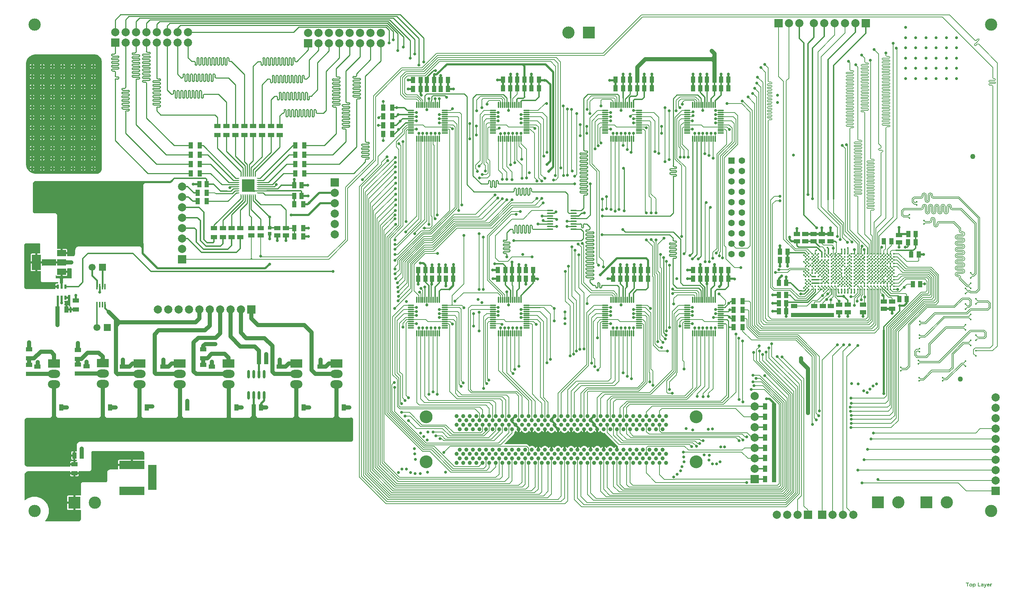
<source format=gtl>
G04 Layer_Physical_Order=1*
G04 Layer_Color=255*
%FSLAX43Y43*%
%MOMM*%
G71*
G01*
G75*
%ADD10C,0.233*%
%ADD11C,0.203*%
%ADD12C,0.229*%
%ADD13C,0.200*%
%ADD14C,0.500*%
%ADD15O,1.550X0.300*%
%ADD16O,0.300X1.550*%
%ADD17R,1.000X1.500*%
%ADD18R,2.200X1.500*%
%ADD19R,2.200X3.800*%
%ADD20R,0.450X1.450*%
%ADD21R,1.500X1.000*%
%ADD22R,0.900X0.900*%
%ADD23R,0.600X1.050*%
%ADD24O,0.600X2.100*%
%ADD25O,1.550X0.350*%
%ADD26R,3.100X3.100*%
%ADD27R,0.250X0.600*%
%ADD28R,0.600X0.250*%
%ADD29C,0.400*%
%ADD30C,0.300*%
%ADD31C,1.000*%
%ADD32C,0.150*%
%ADD33C,0.180*%
%ADD34C,0.400*%
%ADD35C,3.150*%
%ADD36C,1.000*%
%ADD37C,1.270*%
%ADD38C,2.000*%
%ADD39R,2.000X2.000*%
%ADD40R,2.000X2.000*%
%ADD41O,3.000X2.000*%
%ADD42R,3.000X2.000*%
%ADD43C,3.000*%
%ADD44R,3.000X3.000*%
%ADD45C,1.600*%
%ADD46R,1.600X1.600*%
%ADD47R,1.700X1.700*%
%ADD48C,1.700*%
%ADD49R,6.200X2.000*%
%ADD50R,2.000X6.200*%
%ADD51C,0.700*%
%ADD52C,0.450*%
G36*
X39136Y83647D02*
X39268Y83592D01*
X39387Y83513D01*
X39488Y83412D01*
X39567Y83293D01*
X39622Y83161D01*
X39650Y83021D01*
Y82950D01*
Y68475D01*
Y68399D01*
X39620Y68249D01*
X39562Y68108D01*
X39477Y67981D01*
X39369Y67873D01*
X39242Y67788D01*
X39101Y67730D01*
X38951Y67700D01*
X23800D01*
X23719Y67696D01*
X23561Y67664D01*
X23411Y67603D01*
X23277Y67513D01*
X23162Y67398D01*
X23072Y67264D01*
X23011Y67114D01*
X22979Y66956D01*
X22975Y66875D01*
Y65816D01*
X22891Y65613D01*
X22737Y65459D01*
X22534Y65375D01*
X21009D01*
X21009Y65375D01*
Y65875D01*
X19650D01*
Y66125D01*
X19400D01*
Y67134D01*
X18550D01*
X18525Y67154D01*
Y75325D01*
X18515Y75423D01*
X18441Y75603D01*
X18303Y75741D01*
X18123Y75815D01*
X18025Y75825D01*
X12976D01*
X12792Y75901D01*
X12651Y76042D01*
X12575Y76226D01*
Y76325D01*
Y83050D01*
Y83174D01*
X12670Y83404D01*
X12846Y83580D01*
X13076Y83675D01*
X38996D01*
X39136Y83647D01*
D02*
G37*
G36*
X14281Y68458D02*
X14358Y68381D01*
X14400Y68280D01*
Y65984D01*
X13700D01*
Y64075D01*
X14809D01*
Y64535D01*
X14825Y64550D01*
X18291D01*
Y64075D01*
X19650D01*
Y63575D01*
X18291D01*
Y63075D01*
X18250Y63025D01*
X15150D01*
X15033Y63013D01*
X14936Y62973D01*
X14809Y63058D01*
Y63575D01*
X13700D01*
Y61666D01*
X14550D01*
X14550Y61666D01*
Y59300D01*
X14555Y59246D01*
X14596Y59147D01*
X14672Y59071D01*
X14771Y59030D01*
X14825Y59025D01*
X18816D01*
X18817Y59024D01*
Y58776D01*
X18776Y58731D01*
X18705Y58684D01*
X18375D01*
X18276Y58664D01*
X18192Y58608D01*
X18136Y58524D01*
X18116Y58425D01*
Y58150D01*
X18675D01*
Y57650D01*
X18116D01*
Y57375D01*
X18054Y57300D01*
X10926D01*
X10742Y57376D01*
X10601Y57517D01*
X10525Y57701D01*
Y57800D01*
Y68050D01*
Y68140D01*
X10594Y68305D01*
X10720Y68431D01*
X10885Y68500D01*
X14180D01*
X14281Y68458D01*
D02*
G37*
G36*
X242907Y-14740D02*
X242917Y-14742D01*
X242929Y-14743D01*
X242958Y-14751D01*
X242990Y-14762D01*
X243008Y-14770D01*
X243025Y-14780D01*
X243041Y-14790D01*
X243059Y-14803D01*
X243076Y-14818D01*
X243093Y-14836D01*
X243094Y-14837D01*
X243097Y-14840D01*
X243100Y-14846D01*
X243106Y-14853D01*
X243112Y-14863D01*
X243119Y-14875D01*
X243128Y-14888D01*
X243135Y-14904D01*
X243142Y-14922D01*
X243151Y-14942D01*
X243158Y-14964D01*
X243164Y-14988D01*
X243170Y-15013D01*
X243175Y-15040D01*
X243176Y-15070D01*
X243177Y-15100D01*
Y-15102D01*
Y-15108D01*
Y-15116D01*
X243176Y-15130D01*
X243175Y-15144D01*
X243173Y-15160D01*
X243170Y-15179D01*
X243167Y-15200D01*
X243157Y-15242D01*
X243150Y-15266D01*
X243141Y-15288D01*
X243131Y-15310D01*
X243120Y-15331D01*
X243106Y-15352D01*
X243091Y-15371D01*
X243090Y-15372D01*
X243087Y-15375D01*
X243082Y-15380D01*
X243076Y-15386D01*
X243068Y-15393D01*
X243057Y-15402D01*
X243046Y-15410D01*
X243034Y-15419D01*
X243003Y-15437D01*
X242968Y-15453D01*
X242949Y-15459D01*
X242929Y-15463D01*
X242907Y-15466D01*
X242885Y-15468D01*
X242875D01*
X242864Y-15466D01*
X242851Y-15465D01*
X242835Y-15462D01*
X242818Y-15459D01*
X242799Y-15453D01*
X242781Y-15446D01*
X242779Y-15444D01*
X242772Y-15441D01*
X242763Y-15435D01*
X242752Y-15427D01*
X242737Y-15416D01*
X242720Y-15402D01*
X242702Y-15386D01*
X242683Y-15367D01*
Y-15716D01*
X242499D01*
Y-14754D01*
X242670D01*
Y-14856D01*
X242671Y-14853D01*
X242676Y-14847D01*
X242683Y-14838D01*
X242693Y-14827D01*
X242706Y-14814D01*
X242721Y-14799D01*
X242739Y-14786D01*
X242759Y-14773D01*
X242762Y-14771D01*
X242769Y-14767D01*
X242781Y-14762D01*
X242797Y-14755D01*
X242815Y-14749D01*
X242837Y-14745D01*
X242861Y-14740D01*
X242886Y-14739D01*
X242898D01*
X242907Y-14740D01*
D02*
G37*
G36*
X247098D02*
X247114Y-14743D01*
X247132Y-14748D01*
X247154Y-14754D01*
X247176Y-14762D01*
X247198Y-14774D01*
X247141Y-14935D01*
X247139Y-14934D01*
X247133Y-14931D01*
X247123Y-14925D01*
X247113Y-14919D01*
X247098Y-14915D01*
X247084Y-14909D01*
X247069Y-14906D01*
X247053Y-14904D01*
X247047D01*
X247040Y-14906D01*
X247031Y-14907D01*
X247021Y-14910D01*
X247009Y-14913D01*
X246997Y-14919D01*
X246987Y-14926D01*
X246986Y-14928D01*
X246983Y-14931D01*
X246978Y-14936D01*
X246973Y-14944D01*
X246965Y-14954D01*
X246958Y-14969D01*
X246951Y-14985D01*
X246945Y-15004D01*
Y-15007D01*
X246943Y-15010D01*
X246942Y-15015D01*
Y-15021D01*
X246940Y-15030D01*
X246939Y-15042D01*
X246937Y-15054D01*
X246936Y-15068D01*
X246935Y-15084D01*
X246933Y-15103D01*
Y-15125D01*
X246932Y-15149D01*
X246930Y-15175D01*
Y-15204D01*
Y-15236D01*
Y-15450D01*
X246746D01*
Y-14754D01*
X246917D01*
Y-14852D01*
X246918Y-14850D01*
X246924Y-14841D01*
X246933Y-14830D01*
X246943Y-14815D01*
X246955Y-14799D01*
X246968Y-14784D01*
X246983Y-14771D01*
X246996Y-14761D01*
X246997Y-14759D01*
X247002Y-14758D01*
X247009Y-14754D01*
X247019Y-14749D01*
X247031Y-14746D01*
X247044Y-14742D01*
X247059Y-14740D01*
X247075Y-14739D01*
X247085D01*
X247098Y-14740D01*
D02*
G37*
G36*
X39637Y17591D02*
X39791Y17437D01*
X39875Y17234D01*
Y15534D01*
X37050D01*
Y14275D01*
X36800D01*
Y14025D01*
X33441D01*
Y13275D01*
X33337Y13150D01*
X31450D01*
X31328Y13138D01*
X31103Y13045D01*
X30930Y12872D01*
X30837Y12647D01*
X30825Y12525D01*
Y10365D01*
X30760Y10209D01*
X30641Y10090D01*
X30485Y10025D01*
X24775D01*
X24697Y10017D01*
X24553Y9958D01*
X24442Y9847D01*
X24383Y9703D01*
X24375Y9625D01*
Y6913D01*
X24250Y6809D01*
X23000D01*
Y5050D01*
Y3291D01*
X24250D01*
X24375Y3187D01*
Y1086D01*
X24350Y960D01*
X24301Y842D01*
X24230Y736D01*
X24139Y645D01*
X24033Y574D01*
X23915Y525D01*
X23789Y500D01*
X15635D01*
X15576Y627D01*
X15840Y936D01*
X16128Y1406D01*
X16339Y1915D01*
X16468Y2451D01*
X16511Y3000D01*
X16468Y3549D01*
X16339Y4085D01*
X16128Y4594D01*
X15840Y5064D01*
X15483Y5483D01*
X15064Y5840D01*
X14594Y6128D01*
X14085Y6339D01*
X13549Y6468D01*
X13000Y6511D01*
X12451Y6468D01*
X11915Y6339D01*
X11406Y6128D01*
X10936Y5840D01*
X10690Y5630D01*
X10575Y5683D01*
Y11775D01*
Y11871D01*
X10612Y12059D01*
X10686Y12237D01*
X10793Y12397D01*
X10928Y12532D01*
X11088Y12639D01*
X11266Y12713D01*
X11454Y12750D01*
X21766D01*
Y12525D01*
X22775D01*
X23784D01*
Y12750D01*
X26400D01*
X26502Y12760D01*
X26692Y12838D01*
X26837Y12983D01*
X26915Y13173D01*
X26925Y13275D01*
Y17455D01*
X26967Y17556D01*
X27044Y17633D01*
X27145Y17675D01*
X39434D01*
X39637Y17591D01*
D02*
G37*
G36*
X90252Y25763D02*
X90425Y25692D01*
X90581Y25588D01*
X90713Y25456D01*
X90817Y25300D01*
X90888Y25127D01*
X90925Y24944D01*
Y24850D01*
Y20500D01*
Y20386D01*
X90837Y20174D01*
X90676Y20013D01*
X90464Y19925D01*
X24025D01*
X23898Y19913D01*
X23664Y19815D01*
X23485Y19636D01*
X23387Y19402D01*
X23375Y19275D01*
Y17696D01*
X23248Y17604D01*
X23225Y17609D01*
X22975D01*
Y16600D01*
Y15591D01*
X23225D01*
X23248Y15596D01*
X23375Y15504D01*
Y15234D01*
X23025D01*
Y14475D01*
X22775D01*
Y14225D01*
X21766D01*
Y13975D01*
X21771Y13952D01*
X21679Y13825D01*
X11294D01*
X11134Y13857D01*
X10984Y13919D01*
X10849Y14009D01*
X10734Y14124D01*
X10644Y14259D01*
X10582Y14409D01*
X10550Y14569D01*
Y14650D01*
Y25150D01*
Y25214D01*
X10575Y25340D01*
X10624Y25458D01*
X10695Y25564D01*
X10786Y25655D01*
X10892Y25726D01*
X11010Y25775D01*
X11136Y25800D01*
X90069D01*
X90252Y25763D01*
D02*
G37*
G36*
X144475Y22312D02*
X144605Y22366D01*
X144763Y22487D01*
X144875Y22634D01*
X144925Y22640D01*
X145015Y22629D01*
X145039Y22571D01*
X145183Y22383D01*
X145371Y22239D01*
X145590Y22148D01*
X145825Y22117D01*
X146060Y22148D01*
X146279Y22239D01*
X146467Y22383D01*
X146611Y22571D01*
X146635Y22629D01*
X146725Y22640D01*
X146775Y22634D01*
X146887Y22487D01*
X147045Y22366D01*
X147175Y22312D01*
Y23025D01*
X147675D01*
Y22312D01*
X147805Y22366D01*
X147963Y22487D01*
X148075Y22634D01*
X148125Y22640D01*
X148215Y22629D01*
X148239Y22571D01*
X148383Y22383D01*
X148571Y22239D01*
X148790Y22148D01*
X149025Y22117D01*
X149260Y22148D01*
X149479Y22239D01*
X149667Y22383D01*
X149811Y22571D01*
X149835Y22629D01*
X149925Y22640D01*
X149975Y22634D01*
X150087Y22487D01*
X150245Y22366D01*
X150375Y22312D01*
Y23025D01*
X150875D01*
Y22312D01*
X151005Y22366D01*
X151163Y22487D01*
X151275Y22634D01*
X151325Y22640D01*
X151415Y22629D01*
X151439Y22571D01*
X151583Y22383D01*
X151771Y22239D01*
X151990Y22148D01*
X152225Y22117D01*
X152460Y22148D01*
X152539Y22106D01*
X152554Y22030D01*
X152665Y21865D01*
X155590Y18940D01*
X155704Y18863D01*
X155675Y18809D01*
Y18025D01*
X155175D01*
Y18738D01*
X155045Y18684D01*
X154887Y18563D01*
X154775Y18416D01*
X154725Y18410D01*
X154635Y18421D01*
X154611Y18479D01*
X154467Y18667D01*
X154279Y18811D01*
X154060Y18902D01*
X153825Y18933D01*
X153590Y18902D01*
X153371Y18811D01*
X153183Y18667D01*
X153039Y18479D01*
X153015Y18421D01*
X152925Y18410D01*
X152875Y18416D01*
X152763Y18563D01*
X152605Y18684D01*
X152475Y18738D01*
Y18025D01*
X151975D01*
Y18738D01*
X151845Y18684D01*
X151687Y18563D01*
X151575Y18416D01*
X151525Y18410D01*
X151435Y18421D01*
X151411Y18479D01*
X151267Y18667D01*
X151079Y18811D01*
X150860Y18902D01*
X150625Y18933D01*
X150390Y18902D01*
X150171Y18811D01*
X149983Y18667D01*
X149839Y18479D01*
X149815Y18421D01*
X149725Y18410D01*
X149675Y18416D01*
X149563Y18563D01*
X149405Y18684D01*
X149275Y18738D01*
Y18025D01*
X148775D01*
Y18738D01*
X148645Y18684D01*
X148487Y18563D01*
X148375Y18416D01*
X148325Y18410D01*
X148235Y18421D01*
X148211Y18479D01*
X148067Y18667D01*
X147879Y18811D01*
X147660Y18902D01*
X147425Y18933D01*
X147190Y18902D01*
X146971Y18811D01*
X146783Y18667D01*
X146639Y18479D01*
X146615Y18421D01*
X146525Y18410D01*
X146475Y18416D01*
X146363Y18563D01*
X146205Y18684D01*
X146075Y18738D01*
Y18025D01*
X145575D01*
Y18738D01*
X145445Y18684D01*
X145287Y18563D01*
X145175Y18416D01*
X145125Y18410D01*
X145035Y18421D01*
X145011Y18479D01*
X144867Y18667D01*
X144679Y18811D01*
X144460Y18902D01*
X144225Y18933D01*
X143990Y18902D01*
X143771Y18811D01*
X143583Y18667D01*
X143439Y18479D01*
X143415Y18421D01*
X143325Y18410D01*
X143275Y18416D01*
X143163Y18563D01*
X143005Y18684D01*
X142875Y18738D01*
Y18025D01*
X142375D01*
Y18738D01*
X142245Y18684D01*
X142087Y18563D01*
X141975Y18416D01*
X141925Y18410D01*
X141835Y18421D01*
X141811Y18479D01*
X141667Y18667D01*
X141479Y18811D01*
X141260Y18902D01*
X141025Y18933D01*
X140790Y18902D01*
X140571Y18811D01*
X140383Y18667D01*
X140239Y18479D01*
X140215Y18421D01*
X140125Y18410D01*
X140075Y18416D01*
X139963Y18563D01*
X139805Y18684D01*
X139675Y18738D01*
Y18025D01*
X139175D01*
Y18738D01*
X139045Y18684D01*
X138887Y18563D01*
X138775Y18416D01*
X138725Y18410D01*
X138635Y18421D01*
X138611Y18479D01*
X138467Y18667D01*
X138279Y18811D01*
X138060Y18902D01*
X137825Y18933D01*
X137590Y18902D01*
X137371Y18811D01*
X137183Y18667D01*
X137039Y18479D01*
X137015Y18421D01*
X136925Y18410D01*
X136875Y18416D01*
X136763Y18563D01*
X136605Y18684D01*
X136475Y18738D01*
Y18025D01*
X135975D01*
Y18738D01*
X135845Y18684D01*
X135687Y18563D01*
X135575Y18416D01*
X135525Y18410D01*
X135435Y18421D01*
X135411Y18479D01*
X135267Y18667D01*
X135079Y18811D01*
X134860Y18902D01*
X134625Y18933D01*
X134390Y18902D01*
X134171Y18811D01*
X134126Y18776D01*
X133717Y19185D01*
X133551Y19296D01*
X133356Y19335D01*
X127972D01*
X127923Y19452D01*
X130185Y21715D01*
X130296Y21880D01*
X130335Y22075D01*
Y22282D01*
X130467Y22383D01*
X130611Y22571D01*
X130635Y22629D01*
X130725Y22640D01*
X130775Y22634D01*
X130887Y22487D01*
X131045Y22366D01*
X131175Y22312D01*
Y23025D01*
X131675D01*
Y22312D01*
X131805Y22366D01*
X131963Y22487D01*
X132075Y22634D01*
X132125Y22640D01*
X132215Y22629D01*
X132239Y22571D01*
X132383Y22383D01*
X132571Y22239D01*
X132790Y22148D01*
X133025Y22117D01*
X133260Y22148D01*
X133479Y22239D01*
X133667Y22383D01*
X133811Y22571D01*
X133835Y22629D01*
X133925Y22640D01*
X133975Y22634D01*
X134087Y22487D01*
X134245Y22366D01*
X134375Y22312D01*
Y23025D01*
X134875D01*
Y22312D01*
X135005Y22366D01*
X135163Y22487D01*
X135275Y22634D01*
X135325Y22640D01*
X135415Y22629D01*
X135439Y22571D01*
X135583Y22383D01*
X135771Y22239D01*
X135990Y22148D01*
X136225Y22117D01*
X136460Y22148D01*
X136679Y22239D01*
X136867Y22383D01*
X137011Y22571D01*
X137035Y22629D01*
X137125Y22640D01*
X137175Y22634D01*
X137287Y22487D01*
X137445Y22366D01*
X137575Y22312D01*
Y23025D01*
X138075D01*
Y22312D01*
X138205Y22366D01*
X138363Y22487D01*
X138475Y22634D01*
X138525Y22640D01*
X138615Y22629D01*
X138639Y22571D01*
X138783Y22383D01*
X138971Y22239D01*
X139190Y22148D01*
X139425Y22117D01*
X139660Y22148D01*
X139879Y22239D01*
X140067Y22383D01*
X140211Y22571D01*
X140235Y22629D01*
X140325Y22640D01*
X140375Y22634D01*
X140487Y22487D01*
X140645Y22366D01*
X140775Y22312D01*
Y23025D01*
X141275D01*
Y22312D01*
X141405Y22366D01*
X141563Y22487D01*
X141675Y22634D01*
X141725Y22640D01*
X141815Y22629D01*
X141839Y22571D01*
X141983Y22383D01*
X142171Y22239D01*
X142390Y22148D01*
X142625Y22117D01*
X142860Y22148D01*
X143079Y22239D01*
X143267Y22383D01*
X143411Y22571D01*
X143435Y22629D01*
X143525Y22640D01*
X143575Y22634D01*
X143687Y22487D01*
X143845Y22366D01*
X143975Y22312D01*
Y23025D01*
X144475D01*
Y22312D01*
D02*
G37*
G36*
X22038Y62370D02*
X22095Y62313D01*
X22125Y62240D01*
Y60105D01*
X22091Y60023D01*
X22027Y59959D01*
X21945Y59925D01*
X20175D01*
X20136Y59921D01*
X20064Y59891D01*
X20009Y59836D01*
X19979Y59764D01*
X19975Y59725D01*
Y58804D01*
X19925Y58684D01*
X19875D01*
Y58465D01*
X19867Y58425D01*
Y57900D01*
X19383D01*
Y58425D01*
X19375Y58465D01*
Y58684D01*
X19325D01*
X19225Y58776D01*
Y59775D01*
X19223Y59799D01*
X19204Y59844D01*
X19169Y59879D01*
X19124Y59898D01*
X19100Y59900D01*
X18255D01*
X18218Y59915D01*
X18190Y59943D01*
X18175Y59980D01*
Y60707D01*
X18302Y60720D01*
X18311Y60676D01*
X18367Y60592D01*
X18451Y60536D01*
X18550Y60516D01*
X19400D01*
Y61525D01*
X19650D01*
Y61775D01*
X21009D01*
Y62275D01*
X21113Y62400D01*
X21965D01*
X22038Y62370D01*
D02*
G37*
G36*
X21696Y55856D02*
X21731Y55821D01*
X21750Y55775D01*
Y53150D01*
X21756Y53091D01*
X21801Y52983D01*
X21883Y52901D01*
X21991Y52856D01*
X22066Y52775D01*
Y52525D01*
X23075D01*
Y52025D01*
X22066D01*
Y51775D01*
X22081Y51702D01*
X22033Y51613D01*
X22000Y51575D01*
X21584D01*
Y52025D01*
X20825D01*
Y52275D01*
X20575D01*
Y53284D01*
X20325D01*
Y53655D01*
X20356Y53729D01*
X20381Y53925D01*
X20356Y54121D01*
X20325Y54195D01*
Y54416D01*
X20875D01*
X20974Y54436D01*
X21058Y54492D01*
X21114Y54576D01*
X21134Y54675D01*
Y54950D01*
X20575D01*
Y55450D01*
X21134D01*
Y55725D01*
X21129Y55748D01*
X21221Y55875D01*
X21650D01*
X21696Y55856D01*
D02*
G37*
G36*
X241559Y-14651D02*
X241277D01*
Y-15450D01*
X241082D01*
Y-14651D01*
X240800D01*
Y-14489D01*
X241559D01*
Y-14651D01*
D02*
G37*
G36*
X243897Y-15288D02*
X244379D01*
Y-15450D01*
X243703D01*
Y-14498D01*
X243897D01*
Y-15288D01*
D02*
G37*
G36*
X244818Y-14740D02*
X244829D01*
X244857Y-14742D01*
X244886Y-14746D01*
X244917Y-14751D01*
X244946Y-14758D01*
X244959Y-14762D01*
X244971Y-14768D01*
X244974Y-14770D01*
X244981Y-14774D01*
X244992Y-14780D01*
X245005Y-14789D01*
X245018Y-14799D01*
X245033Y-14812D01*
X245046Y-14827D01*
X245056Y-14843D01*
X245057Y-14844D01*
X245060Y-14852D01*
X245063Y-14863D01*
X245069Y-14881D01*
X245071Y-14891D01*
X245074Y-14903D01*
X245075Y-14916D01*
X245076Y-14932D01*
X245078Y-14948D01*
X245079Y-14967D01*
X245081Y-14986D01*
Y-15008D01*
X245078Y-15222D01*
Y-15223D01*
Y-15226D01*
Y-15231D01*
Y-15236D01*
Y-15252D01*
X245079Y-15273D01*
Y-15295D01*
X245082Y-15318D01*
X245084Y-15339D01*
X245087Y-15358D01*
Y-15359D01*
X245088Y-15365D01*
X245091Y-15374D01*
X245094Y-15386D01*
X245098Y-15399D01*
X245104Y-15415D01*
X245112Y-15431D01*
X245120Y-15450D01*
X244939D01*
Y-15449D01*
X244937Y-15447D01*
X244936Y-15443D01*
X244935Y-15437D01*
X244932Y-15430D01*
X244927Y-15421D01*
X244924Y-15409D01*
X244920Y-15397D01*
Y-15396D01*
Y-15394D01*
X244917Y-15389D01*
X244916Y-15381D01*
X244914Y-15375D01*
X244913Y-15377D01*
X244905Y-15383D01*
X244897Y-15391D01*
X244883Y-15402D01*
X244869Y-15413D01*
X244851Y-15425D01*
X244834Y-15435D01*
X244813Y-15446D01*
X244810Y-15447D01*
X244804Y-15449D01*
X244793Y-15453D01*
X244778Y-15456D01*
X244762Y-15460D01*
X244743Y-15465D01*
X244721Y-15466D01*
X244699Y-15468D01*
X244689D01*
X244681Y-15466D01*
X244673D01*
X244661Y-15465D01*
X244638Y-15460D01*
X244610Y-15453D01*
X244582Y-15444D01*
X244554Y-15430D01*
X244529Y-15410D01*
X244526Y-15408D01*
X244519Y-15400D01*
X244510Y-15387D01*
X244499Y-15370D01*
X244487Y-15348D01*
X244478Y-15323D01*
X244471Y-15293D01*
X244468Y-15261D01*
Y-15258D01*
Y-15251D01*
X244469Y-15241D01*
X244471Y-15226D01*
X244475Y-15210D01*
X244480Y-15193D01*
X244487Y-15175D01*
X244496Y-15157D01*
X244497Y-15156D01*
X244501Y-15150D01*
X244507Y-15141D01*
X244516Y-15131D01*
X244526Y-15119D01*
X244540Y-15108D01*
X244556Y-15096D01*
X244573Y-15086D01*
X244576Y-15084D01*
X244583Y-15081D01*
X244595Y-15077D01*
X244611Y-15071D01*
X244632Y-15064D01*
X244657Y-15056D01*
X244686Y-15049D01*
X244719Y-15042D01*
X244721D01*
X244725Y-15040D01*
X244731Y-15039D01*
X244740Y-15037D01*
X244752Y-15036D01*
X244763Y-15033D01*
X244791Y-15027D01*
X244820Y-15020D01*
X244850Y-15013D01*
X244877Y-15005D01*
X244889Y-15001D01*
X244899Y-14996D01*
Y-14979D01*
Y-14976D01*
Y-14970D01*
X244898Y-14961D01*
X244897Y-14950D01*
X244894Y-14936D01*
X244888Y-14925D01*
X244882Y-14913D01*
X244873Y-14903D01*
X244872Y-14901D01*
X244867Y-14898D01*
X244861Y-14896D01*
X244851Y-14891D01*
X244838Y-14887D01*
X244820Y-14882D01*
X244798Y-14881D01*
X244774Y-14879D01*
X244765D01*
X244756Y-14881D01*
X244746Y-14882D01*
X244719Y-14888D01*
X244708Y-14893D01*
X244696Y-14900D01*
X244695Y-14901D01*
X244692Y-14904D01*
X244686Y-14909D01*
X244680Y-14916D01*
X244673Y-14925D01*
X244665Y-14936D01*
X244658Y-14951D01*
X244652Y-14967D01*
X244487Y-14936D01*
Y-14935D01*
X244488Y-14932D01*
X244490Y-14926D01*
X244493Y-14920D01*
X244500Y-14903D01*
X244509Y-14881D01*
X244522Y-14856D01*
X244540Y-14833D01*
X244560Y-14809D01*
X244583Y-14789D01*
X244585D01*
X244586Y-14787D01*
X244591Y-14784D01*
X244597Y-14781D01*
X244604Y-14777D01*
X244613Y-14773D01*
X244623Y-14768D01*
X244635Y-14764D01*
X244648Y-14759D01*
X244664Y-14755D01*
X244680Y-14751D01*
X244699Y-14746D01*
X244718Y-14743D01*
X244740Y-14740D01*
X244762Y-14739D01*
X244807D01*
X244818Y-14740D01*
D02*
G37*
G36*
X246298D02*
X246311Y-14742D01*
X246326Y-14745D01*
X246343Y-14748D01*
X246361Y-14752D01*
X246380Y-14758D01*
X246401Y-14764D01*
X246421Y-14773D01*
X246441Y-14783D01*
X246462Y-14795D01*
X246481Y-14809D01*
X246500Y-14824D01*
X246518Y-14843D01*
X246519Y-14844D01*
X246522Y-14847D01*
X246526Y-14853D01*
X246532Y-14862D01*
X246538Y-14874D01*
X246545Y-14887D01*
X246554Y-14901D01*
X246561Y-14920D01*
X246570Y-14941D01*
X246578Y-14964D01*
X246585Y-14991D01*
X246592Y-15018D01*
X246597Y-15049D01*
X246601Y-15081D01*
X246604Y-15118D01*
Y-15156D01*
X246143D01*
Y-15157D01*
Y-15159D01*
Y-15163D01*
X246144Y-15169D01*
X246146Y-15185D01*
X246149Y-15203D01*
X246155Y-15225D01*
X246162Y-15245D01*
X246172Y-15266D01*
X246187Y-15285D01*
X246188Y-15286D01*
X246194Y-15292D01*
X246203Y-15299D01*
X246216Y-15307D01*
X246231Y-15315D01*
X246250Y-15323D01*
X246270Y-15329D01*
X246292Y-15330D01*
X246300D01*
X246308Y-15329D01*
X246319Y-15327D01*
X246329Y-15324D01*
X246342Y-15320D01*
X246354Y-15314D01*
X246365Y-15307D01*
X246367Y-15305D01*
X246370Y-15302D01*
X246376Y-15296D01*
X246382Y-15288D01*
X246389Y-15277D01*
X246398Y-15264D01*
X246405Y-15250D01*
X246411Y-15231D01*
X246594Y-15261D01*
Y-15263D01*
X246592Y-15266D01*
X246589Y-15272D01*
X246586Y-15277D01*
X246583Y-15286D01*
X246578Y-15296D01*
X246566Y-15318D01*
X246550Y-15343D01*
X246531Y-15368D01*
X246507Y-15393D01*
X246481Y-15415D01*
X246480D01*
X246478Y-15418D01*
X246474Y-15419D01*
X246468Y-15424D01*
X246460Y-15427D01*
X246450Y-15431D01*
X246428Y-15441D01*
X246401Y-15451D01*
X246368Y-15459D01*
X246332Y-15465D01*
X246291Y-15468D01*
X246283D01*
X246273Y-15466D01*
X246262D01*
X246245Y-15463D01*
X246229Y-15462D01*
X246210Y-15457D01*
X246190Y-15453D01*
X246168Y-15447D01*
X246146Y-15438D01*
X246123Y-15430D01*
X246101Y-15418D01*
X246079Y-15405D01*
X246058Y-15389D01*
X246039Y-15370D01*
X246022Y-15349D01*
Y-15348D01*
X246019Y-15345D01*
X246016Y-15339D01*
X246011Y-15331D01*
X246005Y-15323D01*
X246000Y-15311D01*
X245994Y-15298D01*
X245988Y-15283D01*
X245982Y-15267D01*
X245976Y-15248D01*
X245970Y-15229D01*
X245965Y-15207D01*
X245957Y-15160D01*
X245956Y-15135D01*
X245954Y-15109D01*
Y-15108D01*
Y-15102D01*
Y-15093D01*
X245956Y-15080D01*
X245957Y-15067D01*
X245959Y-15049D01*
X245962Y-15030D01*
X245966Y-15011D01*
X245976Y-14967D01*
X245984Y-14945D01*
X245992Y-14922D01*
X246003Y-14900D01*
X246014Y-14878D01*
X246027Y-14857D01*
X246044Y-14838D01*
X246045Y-14837D01*
X246048Y-14834D01*
X246052Y-14830D01*
X246060Y-14822D01*
X246068Y-14815D01*
X246080Y-14806D01*
X246092Y-14797D01*
X246106Y-14789D01*
X246123Y-14780D01*
X246139Y-14770D01*
X246158Y-14762D01*
X246178Y-14755D01*
X246200Y-14748D01*
X246222Y-14743D01*
X246247Y-14740D01*
X246272Y-14739D01*
X246286D01*
X246298Y-14740D01*
D02*
G37*
G36*
X245643Y-15424D02*
X245597Y-15545D01*
X245596Y-15548D01*
X245593Y-15555D01*
X245589Y-15566D01*
X245583Y-15580D01*
X245575Y-15595D01*
X245568Y-15611D01*
X245561Y-15626D01*
X245552Y-15639D01*
X245550Y-15640D01*
X245548Y-15645D01*
X245543Y-15650D01*
X245537Y-15658D01*
X245521Y-15674D01*
X245501Y-15690D01*
X245499Y-15691D01*
X245496Y-15693D01*
X245489Y-15697D01*
X245482Y-15702D01*
X245471Y-15706D01*
X245460Y-15712D01*
X245445Y-15718D01*
X245431Y-15722D01*
X245429D01*
X245423Y-15724D01*
X245414Y-15725D01*
X245404Y-15728D01*
X245390Y-15729D01*
X245373Y-15732D01*
X245356Y-15734D01*
X245318D01*
X245305Y-15732D01*
X245289Y-15731D01*
X245271Y-15729D01*
X245233Y-15722D01*
X245217Y-15579D01*
X245218D01*
X245224Y-15580D01*
X245232Y-15582D01*
X245243Y-15583D01*
X245255Y-15585D01*
X245268Y-15586D01*
X245294Y-15588D01*
X245305D01*
X245316Y-15586D01*
X245331Y-15583D01*
X245346Y-15577D01*
X245362Y-15571D01*
X245376Y-15561D01*
X245390Y-15548D01*
X245391Y-15547D01*
X245394Y-15541D01*
X245400Y-15533D01*
X245407Y-15522D01*
X245414Y-15507D01*
X245422Y-15491D01*
X245429Y-15472D01*
X245436Y-15451D01*
X245173Y-14754D01*
X245369D01*
X245534Y-15248D01*
X245698Y-14754D01*
X245888D01*
X245643Y-15424D01*
D02*
G37*
G36*
X242026Y-14740D02*
X242039Y-14742D01*
X242055Y-14745D01*
X242071Y-14748D01*
X242090Y-14752D01*
X242111Y-14758D01*
X242131Y-14764D01*
X242153Y-14773D01*
X242174Y-14783D01*
X242196Y-14795D01*
X242218Y-14809D01*
X242238Y-14824D01*
X242257Y-14843D01*
X242259Y-14844D01*
X242262Y-14847D01*
X242266Y-14853D01*
X242273Y-14862D01*
X242281Y-14871D01*
X242289Y-14884D01*
X242298Y-14897D01*
X242308Y-14913D01*
X242317Y-14932D01*
X242326Y-14951D01*
X242335Y-14973D01*
X242342Y-14995D01*
X242349Y-15020D01*
X242354Y-15046D01*
X242357Y-15073D01*
X242358Y-15102D01*
Y-15103D01*
Y-15109D01*
Y-15116D01*
X242357Y-15128D01*
X242355Y-15141D01*
X242352Y-15157D01*
X242349Y-15175D01*
X242345Y-15194D01*
X242341Y-15214D01*
X242333Y-15235D01*
X242324Y-15257D01*
X242316Y-15279D01*
X242303Y-15301D01*
X242289Y-15323D01*
X242273Y-15343D01*
X242256Y-15364D01*
X242254Y-15365D01*
X242251Y-15368D01*
X242245Y-15374D01*
X242238Y-15380D01*
X242228Y-15387D01*
X242216Y-15396D01*
X242202Y-15406D01*
X242186Y-15415D01*
X242168Y-15425D01*
X242149Y-15435D01*
X242128Y-15444D01*
X242105Y-15451D01*
X242082Y-15457D01*
X242055Y-15463D01*
X242027Y-15466D01*
X242000Y-15468D01*
X241984D01*
X241975Y-15466D01*
X241965Y-15465D01*
X241941Y-15462D01*
X241913Y-15457D01*
X241883Y-15450D01*
X241850Y-15440D01*
X241818Y-15425D01*
X241817D01*
X241814Y-15424D01*
X241809Y-15421D01*
X241804Y-15416D01*
X241789Y-15406D01*
X241770Y-15393D01*
X241748Y-15375D01*
X241726Y-15353D01*
X241706Y-15327D01*
X241687Y-15298D01*
Y-15296D01*
X241685Y-15293D01*
X241682Y-15289D01*
X241679Y-15283D01*
X241676Y-15274D01*
X241673Y-15266D01*
X241669Y-15254D01*
X241665Y-15241D01*
X241657Y-15212D01*
X241650Y-15176D01*
X241644Y-15137D01*
X241643Y-15094D01*
Y-15093D01*
Y-15090D01*
Y-15086D01*
X241644Y-15078D01*
Y-15071D01*
X241646Y-15061D01*
X241649Y-15037D01*
X241653Y-15010D01*
X241662Y-14980D01*
X241672Y-14948D01*
X241687Y-14916D01*
Y-14915D01*
X241688Y-14912D01*
X241691Y-14907D01*
X241695Y-14901D01*
X241706Y-14887D01*
X241720Y-14868D01*
X241738Y-14846D01*
X241760Y-14824D01*
X241785Y-14803D01*
X241814Y-14784D01*
X241815D01*
X241818Y-14783D01*
X241823Y-14780D01*
X241829Y-14777D01*
X241836Y-14774D01*
X241846Y-14770D01*
X241868Y-14761D01*
X241896Y-14754D01*
X241928Y-14746D01*
X241962Y-14740D01*
X242000Y-14739D01*
X242014D01*
X242026Y-14740D01*
D02*
G37*
G36*
X28147Y114653D02*
X28488Y114512D01*
X28795Y114306D01*
X29056Y114045D01*
X29262Y113738D01*
X29403Y113397D01*
X29475Y113035D01*
Y112850D01*
Y86654D01*
X29475Y86654D01*
X29443Y86495D01*
X29443Y86495D01*
X29332Y86226D01*
X29171Y85985D01*
X28965Y85779D01*
X28724Y85618D01*
X28455Y85507D01*
X28170Y85450D01*
X13190D01*
X12699Y85548D01*
X12237Y85739D01*
X11821Y86017D01*
X11467Y86371D01*
X11189Y86787D01*
X10998Y87249D01*
X10900Y87740D01*
Y87990D01*
Y112210D01*
Y112458D01*
X10997Y112944D01*
X11186Y113401D01*
X11461Y113813D01*
X11812Y114164D01*
X12224Y114439D01*
X12681Y114628D01*
X13167Y114725D01*
X27785D01*
X28147Y114653D01*
D02*
G37*
%LPC*%
G36*
X20750Y67134D02*
X19900D01*
Y66375D01*
X21009D01*
Y66875D01*
X20989Y66974D01*
X20933Y67058D01*
X20849Y67114D01*
X20750Y67134D01*
D02*
G37*
G36*
X13200Y65984D02*
X12350D01*
X12251Y65964D01*
X12167Y65908D01*
X12111Y65824D01*
X12091Y65725D01*
Y64075D01*
X13200D01*
Y65984D01*
D02*
G37*
G36*
Y63575D02*
X12091D01*
Y61925D01*
X12111Y61826D01*
X12167Y61742D01*
X12251Y61686D01*
X12350Y61666D01*
X13200D01*
Y63575D01*
D02*
G37*
G36*
X242835Y-14884D02*
X242832D01*
X242823Y-14885D01*
X242812Y-14887D01*
X242796Y-14890D01*
X242778Y-14897D01*
X242760Y-14906D01*
X242741Y-14919D01*
X242724Y-14936D01*
X242722Y-14939D01*
X242717Y-14947D01*
X242711Y-14958D01*
X242702Y-14976D01*
X242695Y-14998D01*
X242687Y-15024D01*
X242681Y-15055D01*
X242680Y-15092D01*
Y-15093D01*
Y-15097D01*
Y-15103D01*
X242681Y-15111D01*
Y-15121D01*
X242683Y-15133D01*
X242686Y-15157D01*
X242692Y-15187D01*
X242699Y-15214D01*
X242711Y-15242D01*
X242718Y-15254D01*
X242725Y-15266D01*
X242727Y-15269D01*
X242734Y-15274D01*
X242744Y-15283D01*
X242758Y-15293D01*
X242774Y-15304D01*
X242793Y-15312D01*
X242815Y-15318D01*
X242839Y-15321D01*
X242842D01*
X242850Y-15320D01*
X242861Y-15318D01*
X242876Y-15315D01*
X242894Y-15308D01*
X242911Y-15299D01*
X242929Y-15288D01*
X242945Y-15270D01*
X242946Y-15267D01*
X242952Y-15260D01*
X242959Y-15248D01*
X242967Y-15229D01*
X242976Y-15206D01*
X242978Y-15193D01*
X242981Y-15176D01*
X242984Y-15160D01*
X242987Y-15141D01*
X242989Y-15122D01*
Y-15100D01*
Y-15099D01*
Y-15096D01*
Y-15090D01*
Y-15083D01*
X242987Y-15073D01*
X242986Y-15062D01*
X242983Y-15039D01*
X242978Y-15013D01*
X242970Y-14985D01*
X242959Y-14960D01*
X242945Y-14938D01*
X242943Y-14935D01*
X242938Y-14929D01*
X242927Y-14920D01*
X242914Y-14910D01*
X242899Y-14901D01*
X242880Y-14893D01*
X242859Y-14887D01*
X242835Y-14884D01*
D02*
G37*
G36*
X22525Y12025D02*
X21766D01*
Y11775D01*
X21786Y11676D01*
X21842Y11592D01*
X21926Y11536D01*
X22025Y11516D01*
X22525D01*
Y12025D01*
D02*
G37*
G36*
X22500Y6809D02*
X21250D01*
X21151Y6789D01*
X21067Y6733D01*
X21011Y6649D01*
X20991Y6550D01*
Y5300D01*
X22500D01*
Y6809D01*
D02*
G37*
G36*
X36550Y15534D02*
X33700D01*
X33601Y15514D01*
X33517Y15458D01*
X33461Y15374D01*
X33441Y15275D01*
Y14525D01*
X36550D01*
Y15534D01*
D02*
G37*
G36*
X23784Y12025D02*
X23025D01*
Y11516D01*
X23525D01*
X23624Y11536D01*
X23708Y11592D01*
X23764Y11676D01*
X23784Y11775D01*
Y12025D01*
D02*
G37*
G36*
X22500Y4800D02*
X20991D01*
Y3550D01*
X21011Y3451D01*
X21067Y3367D01*
X21151Y3311D01*
X21250Y3291D01*
X22500D01*
Y4800D01*
D02*
G37*
G36*
X22525Y15234D02*
X22025D01*
X21926Y15214D01*
X21842Y15158D01*
X21786Y15074D01*
X21766Y14975D01*
Y14725D01*
X22525D01*
Y15234D01*
D02*
G37*
G36*
X22475Y17609D02*
X22225D01*
X22126Y17589D01*
X22042Y17533D01*
X21986Y17449D01*
X21966Y17350D01*
Y16850D01*
X22475D01*
Y17609D01*
D02*
G37*
G36*
Y16350D02*
X21966D01*
Y15850D01*
X21986Y15751D01*
X22042Y15667D01*
X22126Y15611D01*
X22225Y15591D01*
X22475D01*
Y16350D01*
D02*
G37*
G36*
X21009Y61275D02*
X19900D01*
Y60516D01*
X20750D01*
X20849Y60536D01*
X20933Y60592D01*
X20989Y60676D01*
X21009Y60775D01*
Y61275D01*
D02*
G37*
G36*
X21325Y53284D02*
X21075D01*
Y52525D01*
X21584D01*
Y53025D01*
X21564Y53124D01*
X21508Y53208D01*
X21424Y53264D01*
X21325Y53284D01*
D02*
G37*
G36*
X244899Y-15116D02*
X244898D01*
X244892Y-15119D01*
X244883Y-15121D01*
X244872Y-15125D01*
X244856Y-15130D01*
X244837Y-15134D01*
X244813Y-15140D01*
X244787Y-15146D01*
X244784D01*
X244775Y-15149D01*
X244762Y-15152D01*
X244746Y-15156D01*
X244730Y-15160D01*
X244712Y-15166D01*
X244699Y-15172D01*
X244687Y-15178D01*
X244686Y-15179D01*
X244681Y-15182D01*
X244676Y-15188D01*
X244670Y-15195D01*
X244664Y-15204D01*
X244658Y-15216D01*
X244654Y-15228D01*
X244652Y-15242D01*
Y-15244D01*
Y-15248D01*
X244654Y-15257D01*
X244655Y-15266D01*
X244660Y-15276D01*
X244664Y-15288D01*
X244671Y-15299D01*
X244680Y-15310D01*
X244681Y-15311D01*
X244686Y-15314D01*
X244692Y-15318D01*
X244700Y-15323D01*
X244711Y-15329D01*
X244724Y-15333D01*
X244737Y-15336D01*
X244753Y-15337D01*
X244762D01*
X244771Y-15336D01*
X244784Y-15333D01*
X244798Y-15330D01*
X244815Y-15324D01*
X244831Y-15315D01*
X244848Y-15305D01*
X244850Y-15304D01*
X244854Y-15301D01*
X244858Y-15295D01*
X244866Y-15288D01*
X244873Y-15279D01*
X244880Y-15269D01*
X244886Y-15257D01*
X244892Y-15244D01*
Y-15242D01*
X244894Y-15239D01*
X244895Y-15233D01*
X244897Y-15223D01*
Y-15212D01*
X244898Y-15195D01*
X244899Y-15178D01*
Y-15154D01*
Y-15116D01*
D02*
G37*
G36*
X246283Y-14879D02*
X246273D01*
X246263Y-14882D01*
X246248Y-14885D01*
X246232Y-14891D01*
X246216Y-14898D01*
X246200Y-14910D01*
X246184Y-14925D01*
X246183Y-14926D01*
X246178Y-14932D01*
X246172Y-14942D01*
X246165Y-14955D01*
X246158Y-14973D01*
X246152Y-14994D01*
X246147Y-15017D01*
X246146Y-15043D01*
X246421D01*
Y-15042D01*
Y-15040D01*
Y-15036D01*
X246420Y-15030D01*
X246418Y-15015D01*
X246415Y-14998D01*
X246409Y-14979D01*
X246402Y-14958D01*
X246392Y-14939D01*
X246379Y-14922D01*
X246377Y-14920D01*
X246371Y-14915D01*
X246364Y-14909D01*
X246352Y-14900D01*
X246339Y-14893D01*
X246323Y-14885D01*
X246304Y-14881D01*
X246283Y-14879D01*
D02*
G37*
G36*
X242000Y-14890D02*
X241997D01*
X241988Y-14891D01*
X241975Y-14893D01*
X241957Y-14897D01*
X241938Y-14903D01*
X241919Y-14913D01*
X241899Y-14926D01*
X241880Y-14945D01*
X241878Y-14948D01*
X241872Y-14955D01*
X241865Y-14969D01*
X241856Y-14986D01*
X241846Y-15008D01*
X241839Y-15036D01*
X241833Y-15067D01*
X241831Y-15103D01*
Y-15105D01*
Y-15108D01*
Y-15113D01*
X241833Y-15121D01*
Y-15130D01*
X241834Y-15138D01*
X241837Y-15162D01*
X241843Y-15188D01*
X241852Y-15214D01*
X241864Y-15239D01*
X241880Y-15263D01*
X241883Y-15266D01*
X241889Y-15272D01*
X241899Y-15280D01*
X241913Y-15289D01*
X241931Y-15299D01*
X241951Y-15308D01*
X241973Y-15314D01*
X242000Y-15317D01*
X242003D01*
X242011Y-15315D01*
X242025Y-15314D01*
X242042Y-15310D01*
X242061Y-15304D01*
X242080Y-15293D01*
X242101Y-15280D01*
X242120Y-15263D01*
X242121Y-15260D01*
X242127Y-15252D01*
X242136Y-15239D01*
X242145Y-15222D01*
X242153Y-15200D01*
X242162Y-15172D01*
X242168Y-15140D01*
X242169Y-15103D01*
Y-15102D01*
Y-15099D01*
Y-15093D01*
Y-15086D01*
X242168Y-15078D01*
X242166Y-15068D01*
X242164Y-15045D01*
X242158Y-15020D01*
X242149Y-14994D01*
X242136Y-14969D01*
X242120Y-14945D01*
X242118Y-14942D01*
X242111Y-14936D01*
X242101Y-14928D01*
X242086Y-14917D01*
X242070Y-14907D01*
X242049Y-14898D01*
X242026Y-14893D01*
X242000Y-14890D01*
D02*
G37*
G36*
X12959Y94025D02*
X12650D01*
Y93716D01*
X12835Y93840D01*
X12959Y94025D01*
D02*
G37*
G36*
X12150D02*
X11841D01*
X11965Y93840D01*
X12150Y93716D01*
Y94025D01*
D02*
G37*
G36*
X24650Y92334D02*
X24465Y92210D01*
X24341Y92025D01*
X24650D01*
Y92334D01*
D02*
G37*
G36*
X25150D02*
Y92025D01*
X25459D01*
X25335Y92210D01*
X25150Y92334D01*
D02*
G37*
G36*
X27150D02*
X26965Y92210D01*
X26841Y92025D01*
X27150D01*
Y92334D01*
D02*
G37*
G36*
X27650D02*
Y92025D01*
X27959D01*
X27835Y92210D01*
X27650Y92334D01*
D02*
G37*
G36*
X22650D02*
Y92025D01*
X22959D01*
X22835Y92210D01*
X22650Y92334D01*
D02*
G37*
G36*
X24650Y94025D02*
X24341D01*
X24465Y93840D01*
X24650Y93716D01*
Y94025D01*
D02*
G37*
G36*
X22959D02*
X22650D01*
Y93716D01*
X22835Y93840D01*
X22959Y94025D01*
D02*
G37*
G36*
X22150D02*
X21841D01*
X21965Y93840D01*
X22150Y93716D01*
Y94025D01*
D02*
G37*
G36*
X27959D02*
X27650D01*
Y93716D01*
X27835Y93840D01*
X27959Y94025D01*
D02*
G37*
G36*
X27150D02*
X26841D01*
X26965Y93840D01*
X27150Y93716D01*
Y94025D01*
D02*
G37*
G36*
X25459D02*
X25150D01*
Y93716D01*
X25335Y93840D01*
X25459Y94025D01*
D02*
G37*
G36*
X17150D02*
X16841D01*
X16965Y93840D01*
X17150Y93716D01*
Y94025D01*
D02*
G37*
G36*
X15459D02*
X15150D01*
Y93716D01*
X15335Y93840D01*
X15459Y94025D01*
D02*
G37*
G36*
X14650D02*
X14341D01*
X14465Y93840D01*
X14650Y93716D01*
Y94025D01*
D02*
G37*
G36*
X20459D02*
X20150D01*
Y93716D01*
X20335Y93840D01*
X20459Y94025D01*
D02*
G37*
G36*
X19650D02*
X19341D01*
X19465Y93840D01*
X19650Y93716D01*
Y94025D01*
D02*
G37*
G36*
X17959D02*
X17650D01*
Y93716D01*
X17835Y93840D01*
X17959Y94025D01*
D02*
G37*
G36*
X24650Y91525D02*
X24341D01*
X24465Y91340D01*
X24650Y91216D01*
Y91525D01*
D02*
G37*
G36*
X22959D02*
X22650D01*
Y91216D01*
X22835Y91340D01*
X22959Y91525D01*
D02*
G37*
G36*
X27150D02*
X26841D01*
X26965Y91340D01*
X27150Y91216D01*
Y91525D01*
D02*
G37*
G36*
X25459D02*
X25150D01*
Y91216D01*
X25335Y91340D01*
X25459Y91525D01*
D02*
G37*
G36*
X22150D02*
X21841D01*
X21965Y91340D01*
X22150Y91216D01*
Y91525D01*
D02*
G37*
G36*
X17959D02*
X17650D01*
Y91216D01*
X17835Y91340D01*
X17959Y91525D01*
D02*
G37*
G36*
X17150D02*
X16841D01*
X16965Y91340D01*
X17150Y91216D01*
Y91525D01*
D02*
G37*
G36*
X20459D02*
X20150D01*
Y91216D01*
X20335Y91340D01*
X20459Y91525D01*
D02*
G37*
G36*
X19650D02*
X19341D01*
X19465Y91340D01*
X19650Y91216D01*
Y91525D01*
D02*
G37*
G36*
X27959D02*
X27650D01*
Y91216D01*
X27835Y91340D01*
X27959Y91525D01*
D02*
G37*
G36*
X19650Y92334D02*
X19465Y92210D01*
X19341Y92025D01*
X19650D01*
Y92334D01*
D02*
G37*
G36*
X17650D02*
Y92025D01*
X17959D01*
X17835Y92210D01*
X17650Y92334D01*
D02*
G37*
G36*
X22150D02*
X21965Y92210D01*
X21841Y92025D01*
X22150D01*
Y92334D01*
D02*
G37*
G36*
X20150D02*
Y92025D01*
X20459D01*
X20335Y92210D01*
X20150Y92334D01*
D02*
G37*
G36*
X17150D02*
X16965Y92210D01*
X16841Y92025D01*
X17150D01*
Y92334D01*
D02*
G37*
G36*
X12650D02*
Y92025D01*
X12959D01*
X12835Y92210D01*
X12650Y92334D01*
D02*
G37*
G36*
X12150D02*
X11965Y92210D01*
X11841Y92025D01*
X12150D01*
Y92334D01*
D02*
G37*
G36*
X15150D02*
Y92025D01*
X15459D01*
X15335Y92210D01*
X15150Y92334D01*
D02*
G37*
G36*
X14650D02*
X14465Y92210D01*
X14341Y92025D01*
X14650D01*
Y92334D01*
D02*
G37*
G36*
X12150Y94834D02*
X11965Y94710D01*
X11841Y94525D01*
X12150D01*
Y94834D01*
D02*
G37*
G36*
X27150Y96525D02*
X26841D01*
X26965Y96340D01*
X27150Y96216D01*
Y96525D01*
D02*
G37*
G36*
X25459D02*
X25150D01*
Y96216D01*
X25335Y96340D01*
X25459Y96525D01*
D02*
G37*
G36*
X12150Y97334D02*
X11965Y97210D01*
X11841Y97025D01*
X12150D01*
Y97334D01*
D02*
G37*
G36*
X27959Y96525D02*
X27650D01*
Y96216D01*
X27835Y96340D01*
X27959Y96525D01*
D02*
G37*
G36*
X24650D02*
X24341D01*
X24465Y96340D01*
X24650Y96216D01*
Y96525D01*
D02*
G37*
G36*
X20459D02*
X20150D01*
Y96216D01*
X20335Y96340D01*
X20459Y96525D01*
D02*
G37*
G36*
X19650D02*
X19341D01*
X19465Y96340D01*
X19650Y96216D01*
Y96525D01*
D02*
G37*
G36*
X22959D02*
X22650D01*
Y96216D01*
X22835Y96340D01*
X22959Y96525D01*
D02*
G37*
G36*
X22150D02*
X21841D01*
X21965Y96340D01*
X22150Y96216D01*
Y96525D01*
D02*
G37*
G36*
X12650Y97334D02*
Y97025D01*
X12959D01*
X12835Y97210D01*
X12650Y97334D01*
D02*
G37*
G36*
X22150D02*
X21965Y97210D01*
X21841Y97025D01*
X22150D01*
Y97334D01*
D02*
G37*
G36*
X20150D02*
Y97025D01*
X20459D01*
X20335Y97210D01*
X20150Y97334D01*
D02*
G37*
G36*
X24650D02*
X24465Y97210D01*
X24341Y97025D01*
X24650D01*
Y97334D01*
D02*
G37*
G36*
X22650D02*
Y97025D01*
X22959D01*
X22835Y97210D01*
X22650Y97334D01*
D02*
G37*
G36*
X19650D02*
X19465Y97210D01*
X19341Y97025D01*
X19650D01*
Y97334D01*
D02*
G37*
G36*
X15150D02*
Y97025D01*
X15459D01*
X15335Y97210D01*
X15150Y97334D01*
D02*
G37*
G36*
X14650D02*
X14465Y97210D01*
X14341Y97025D01*
X14650D01*
Y97334D01*
D02*
G37*
G36*
X17650D02*
Y97025D01*
X17959D01*
X17835Y97210D01*
X17650Y97334D01*
D02*
G37*
G36*
X17150D02*
X16965Y97210D01*
X16841Y97025D01*
X17150D01*
Y97334D01*
D02*
G37*
G36*
X20150Y94834D02*
Y94525D01*
X20459D01*
X20335Y94710D01*
X20150Y94834D01*
D02*
G37*
G36*
X19650D02*
X19465Y94710D01*
X19341Y94525D01*
X19650D01*
Y94834D01*
D02*
G37*
G36*
X22650D02*
Y94525D01*
X22959D01*
X22835Y94710D01*
X22650Y94834D01*
D02*
G37*
G36*
X22150D02*
X21965Y94710D01*
X21841Y94525D01*
X22150D01*
Y94834D01*
D02*
G37*
G36*
X17650D02*
Y94525D01*
X17959D01*
X17835Y94710D01*
X17650Y94834D01*
D02*
G37*
G36*
X14650D02*
X14465Y94710D01*
X14341Y94525D01*
X14650D01*
Y94834D01*
D02*
G37*
G36*
X12650D02*
Y94525D01*
X12959D01*
X12835Y94710D01*
X12650Y94834D01*
D02*
G37*
G36*
X17150D02*
X16965Y94710D01*
X16841Y94525D01*
X17150D01*
Y94834D01*
D02*
G37*
G36*
X15150D02*
Y94525D01*
X15459D01*
X15335Y94710D01*
X15150Y94834D01*
D02*
G37*
G36*
X24650D02*
X24465Y94710D01*
X24341Y94525D01*
X24650D01*
Y94834D01*
D02*
G37*
G36*
X15459Y96525D02*
X15150D01*
Y96216D01*
X15335Y96340D01*
X15459Y96525D01*
D02*
G37*
G36*
X14650D02*
X14341D01*
X14465Y96340D01*
X14650Y96216D01*
Y96525D01*
D02*
G37*
G36*
X17959D02*
X17650D01*
Y96216D01*
X17835Y96340D01*
X17959Y96525D01*
D02*
G37*
G36*
X17150D02*
X16841D01*
X16965Y96340D01*
X17150Y96216D01*
Y96525D01*
D02*
G37*
G36*
X12959D02*
X12650D01*
Y96216D01*
X12835Y96340D01*
X12959Y96525D01*
D02*
G37*
G36*
X27150Y94834D02*
X26965Y94710D01*
X26841Y94525D01*
X27150D01*
Y94834D01*
D02*
G37*
G36*
X25150D02*
Y94525D01*
X25459D01*
X25335Y94710D01*
X25150Y94834D01*
D02*
G37*
G36*
X12150Y96525D02*
X11841D01*
X11965Y96340D01*
X12150Y96216D01*
Y96525D01*
D02*
G37*
G36*
X27650Y94834D02*
Y94525D01*
X27959D01*
X27835Y94710D01*
X27650Y94834D01*
D02*
G37*
G36*
X22150Y86525D02*
X21841D01*
X21965Y86340D01*
X22150Y86216D01*
Y86525D01*
D02*
G37*
G36*
X20459D02*
X20150D01*
Y86216D01*
X20335Y86340D01*
X20459Y86525D01*
D02*
G37*
G36*
X24650D02*
X24341D01*
X24465Y86340D01*
X24650Y86216D01*
Y86525D01*
D02*
G37*
G36*
X22959D02*
X22650D01*
Y86216D01*
X22835Y86340D01*
X22959Y86525D01*
D02*
G37*
G36*
X19650D02*
X19341D01*
X19465Y86340D01*
X19650Y86216D01*
Y86525D01*
D02*
G37*
G36*
X15459D02*
X15150D01*
Y86216D01*
X15335Y86340D01*
X15459Y86525D01*
D02*
G37*
G36*
X14650D02*
X14341D01*
X14465Y86340D01*
X14650Y86216D01*
Y86525D01*
D02*
G37*
G36*
X17959D02*
X17650D01*
Y86216D01*
X17835Y86340D01*
X17959Y86525D01*
D02*
G37*
G36*
X17150D02*
X16841D01*
X16965Y86340D01*
X17150Y86216D01*
Y86525D01*
D02*
G37*
G36*
X25459D02*
X25150D01*
Y86216D01*
X25335Y86340D01*
X25459Y86525D01*
D02*
G37*
G36*
X17150Y87334D02*
X16965Y87210D01*
X16841Y87025D01*
X17150D01*
Y87334D01*
D02*
G37*
G36*
X15150D02*
Y87025D01*
X15459D01*
X15335Y87210D01*
X15150Y87334D01*
D02*
G37*
G36*
X19650D02*
X19465Y87210D01*
X19341Y87025D01*
X19650D01*
Y87334D01*
D02*
G37*
G36*
X17650D02*
Y87025D01*
X17959D01*
X17835Y87210D01*
X17650Y87334D01*
D02*
G37*
G36*
X14650D02*
X14465Y87210D01*
X14341Y87025D01*
X14650D01*
Y87334D01*
D02*
G37*
G36*
X27959Y86525D02*
X27650D01*
Y86216D01*
X27835Y86340D01*
X27959Y86525D01*
D02*
G37*
G36*
X27150D02*
X26841D01*
X26965Y86340D01*
X27150Y86216D01*
Y86525D01*
D02*
G37*
G36*
X12650Y87334D02*
Y87025D01*
X12959D01*
X12835Y87210D01*
X12650Y87334D01*
D02*
G37*
G36*
X12150D02*
X11965Y87210D01*
X11841Y87025D01*
X12150D01*
Y87334D01*
D02*
G37*
G36*
X12959Y86525D02*
X12650D01*
Y86216D01*
X12835Y86340D01*
X12959Y86525D01*
D02*
G37*
G36*
X12150D02*
X11841D01*
X11965Y86340D01*
X12150Y86216D01*
Y86525D01*
D02*
G37*
G36*
X20150Y87334D02*
Y87025D01*
X20459D01*
X20335Y87210D01*
X20150Y87334D01*
D02*
G37*
G36*
X17650Y89834D02*
Y89525D01*
X17959D01*
X17835Y89710D01*
X17650Y89834D01*
D02*
G37*
G36*
X17150D02*
X16965Y89710D01*
X16841Y89525D01*
X17150D01*
Y89834D01*
D02*
G37*
G36*
X20150D02*
Y89525D01*
X20459D01*
X20335Y89710D01*
X20150Y89834D01*
D02*
G37*
G36*
X19650D02*
X19465Y89710D01*
X19341Y89525D01*
X19650D01*
Y89834D01*
D02*
G37*
G36*
X15150D02*
Y89525D01*
X15459D01*
X15335Y89710D01*
X15150Y89834D01*
D02*
G37*
G36*
X12150D02*
X11965Y89710D01*
X11841Y89525D01*
X12150D01*
Y89834D01*
D02*
G37*
G36*
X27959Y89025D02*
X27650D01*
Y88716D01*
X27835Y88840D01*
X27959Y89025D01*
D02*
G37*
G36*
X14650Y89834D02*
X14465Y89710D01*
X14341Y89525D01*
X14650D01*
Y89834D01*
D02*
G37*
G36*
X12650D02*
Y89525D01*
X12959D01*
X12835Y89710D01*
X12650Y89834D01*
D02*
G37*
G36*
X22150D02*
X21965Y89710D01*
X21841Y89525D01*
X22150D01*
Y89834D01*
D02*
G37*
G36*
X12959Y91525D02*
X12650D01*
Y91216D01*
X12835Y91340D01*
X12959Y91525D01*
D02*
G37*
G36*
X12150D02*
X11841D01*
X11965Y91340D01*
X12150Y91216D01*
Y91525D01*
D02*
G37*
G36*
X15459D02*
X15150D01*
Y91216D01*
X15335Y91340D01*
X15459Y91525D01*
D02*
G37*
G36*
X14650D02*
X14341D01*
X14465Y91340D01*
X14650Y91216D01*
Y91525D01*
D02*
G37*
G36*
X27650Y89834D02*
Y89525D01*
X27959D01*
X27835Y89710D01*
X27650Y89834D01*
D02*
G37*
G36*
X24650D02*
X24465Y89710D01*
X24341Y89525D01*
X24650D01*
Y89834D01*
D02*
G37*
G36*
X22650D02*
Y89525D01*
X22959D01*
X22835Y89710D01*
X22650Y89834D01*
D02*
G37*
G36*
X27150D02*
X26965Y89710D01*
X26841Y89525D01*
X27150D01*
Y89834D01*
D02*
G37*
G36*
X25150D02*
Y89525D01*
X25459D01*
X25335Y89710D01*
X25150Y89834D01*
D02*
G37*
G36*
X12150Y89025D02*
X11841D01*
X11965Y88840D01*
X12150Y88716D01*
Y89025D01*
D02*
G37*
G36*
X27650Y87334D02*
Y87025D01*
X27959D01*
X27835Y87210D01*
X27650Y87334D01*
D02*
G37*
G36*
X14650Y89025D02*
X14341D01*
X14465Y88840D01*
X14650Y88716D01*
Y89025D01*
D02*
G37*
G36*
X12959D02*
X12650D01*
Y88716D01*
X12835Y88840D01*
X12959Y89025D01*
D02*
G37*
G36*
X27150Y87334D02*
X26965Y87210D01*
X26841Y87025D01*
X27150D01*
Y87334D01*
D02*
G37*
G36*
X22650D02*
Y87025D01*
X22959D01*
X22835Y87210D01*
X22650Y87334D01*
D02*
G37*
G36*
X22150D02*
X21965Y87210D01*
X21841Y87025D01*
X22150D01*
Y87334D01*
D02*
G37*
G36*
X25150D02*
Y87025D01*
X25459D01*
X25335Y87210D01*
X25150Y87334D01*
D02*
G37*
G36*
X24650D02*
X24465Y87210D01*
X24341Y87025D01*
X24650D01*
Y87334D01*
D02*
G37*
G36*
X15459Y89025D02*
X15150D01*
Y88716D01*
X15335Y88840D01*
X15459Y89025D01*
D02*
G37*
G36*
X24650D02*
X24341D01*
X24465Y88840D01*
X24650Y88716D01*
Y89025D01*
D02*
G37*
G36*
X22959D02*
X22650D01*
Y88716D01*
X22835Y88840D01*
X22959Y89025D01*
D02*
G37*
G36*
X27150D02*
X26841D01*
X26965Y88840D01*
X27150Y88716D01*
Y89025D01*
D02*
G37*
G36*
X25459D02*
X25150D01*
Y88716D01*
X25335Y88840D01*
X25459Y89025D01*
D02*
G37*
G36*
X22150D02*
X21841D01*
X21965Y88840D01*
X22150Y88716D01*
Y89025D01*
D02*
G37*
G36*
X17959D02*
X17650D01*
Y88716D01*
X17835Y88840D01*
X17959Y89025D01*
D02*
G37*
G36*
X17150D02*
X16841D01*
X16965Y88840D01*
X17150Y88716D01*
Y89025D01*
D02*
G37*
G36*
X20459D02*
X20150D01*
Y88716D01*
X20335Y88840D01*
X20459Y89025D01*
D02*
G37*
G36*
X19650D02*
X19341D01*
X19465Y88840D01*
X19650Y88716D01*
Y89025D01*
D02*
G37*
G36*
X25150Y97334D02*
Y97025D01*
X25459D01*
X25335Y97210D01*
X25150Y97334D01*
D02*
G37*
G36*
X27150Y107334D02*
X26965Y107210D01*
X26841Y107025D01*
X27150D01*
Y107334D01*
D02*
G37*
G36*
X25150D02*
Y107025D01*
X25459D01*
X25335Y107210D01*
X25150Y107334D01*
D02*
G37*
G36*
X27650D02*
Y107025D01*
X27959D01*
X27835Y107210D01*
X27650Y107334D01*
D02*
G37*
G36*
X12959Y109025D02*
X12650D01*
Y108716D01*
X12835Y108840D01*
X12959Y109025D01*
D02*
G37*
G36*
X12150D02*
X11841D01*
X11965Y108840D01*
X12150Y108716D01*
Y109025D01*
D02*
G37*
G36*
X20150Y107334D02*
Y107025D01*
X20459D01*
X20335Y107210D01*
X20150Y107334D01*
D02*
G37*
G36*
X19650D02*
X19465Y107210D01*
X19341Y107025D01*
X19650D01*
Y107334D01*
D02*
G37*
G36*
X22150D02*
X21965Y107210D01*
X21841Y107025D01*
X22150D01*
Y107334D01*
D02*
G37*
G36*
X24650D02*
X24465Y107210D01*
X24341Y107025D01*
X24650D01*
Y107334D01*
D02*
G37*
G36*
X22650D02*
Y107025D01*
X22959D01*
X22835Y107210D01*
X22650Y107334D01*
D02*
G37*
G36*
X14650Y109025D02*
X14341D01*
X14465Y108840D01*
X14650Y108716D01*
Y109025D01*
D02*
G37*
G36*
X22959D02*
X22650D01*
Y108716D01*
X22835Y108840D01*
X22959Y109025D01*
D02*
G37*
G36*
X22150D02*
X21841D01*
X21965Y108840D01*
X22150Y108716D01*
Y109025D01*
D02*
G37*
G36*
X24650D02*
X24341D01*
X24465Y108840D01*
X24650Y108716D01*
Y109025D01*
D02*
G37*
G36*
X27150D02*
X26841D01*
X26965Y108840D01*
X27150Y108716D01*
Y109025D01*
D02*
G37*
G36*
X25459D02*
X25150D01*
Y108716D01*
X25335Y108840D01*
X25459Y109025D01*
D02*
G37*
G36*
X17150D02*
X16841D01*
X16965Y108840D01*
X17150Y108716D01*
Y109025D01*
D02*
G37*
G36*
X15459D02*
X15150D01*
Y108716D01*
X15335Y108840D01*
X15459Y109025D01*
D02*
G37*
G36*
X17959D02*
X17650D01*
Y108716D01*
X17835Y108840D01*
X17959Y109025D01*
D02*
G37*
G36*
X20459D02*
X20150D01*
Y108716D01*
X20335Y108840D01*
X20459Y109025D01*
D02*
G37*
G36*
X19650D02*
X19341D01*
X19465Y108840D01*
X19650Y108716D01*
Y109025D01*
D02*
G37*
G36*
X17959Y106525D02*
X17650D01*
Y106216D01*
X17835Y106340D01*
X17959Y106525D01*
D02*
G37*
G36*
X17150D02*
X16841D01*
X16965Y106340D01*
X17150Y106216D01*
Y106525D01*
D02*
G37*
G36*
X19650D02*
X19341D01*
X19465Y106340D01*
X19650Y106216D01*
Y106525D01*
D02*
G37*
G36*
X22150D02*
X21841D01*
X21965Y106340D01*
X22150Y106216D01*
Y106525D01*
D02*
G37*
G36*
X20459D02*
X20150D01*
Y106216D01*
X20335Y106340D01*
X20459Y106525D01*
D02*
G37*
G36*
X12150D02*
X11841D01*
X11965Y106340D01*
X12150Y106216D01*
Y106525D01*
D02*
G37*
G36*
X27650Y104834D02*
Y104525D01*
X27959D01*
X27835Y104710D01*
X27650Y104834D01*
D02*
G37*
G36*
X12959Y106525D02*
X12650D01*
Y106216D01*
X12835Y106340D01*
X12959Y106525D01*
D02*
G37*
G36*
X15459D02*
X15150D01*
Y106216D01*
X15335Y106340D01*
X15459Y106525D01*
D02*
G37*
G36*
X14650D02*
X14341D01*
X14465Y106340D01*
X14650Y106216D01*
Y106525D01*
D02*
G37*
G36*
X22959D02*
X22650D01*
Y106216D01*
X22835Y106340D01*
X22959Y106525D01*
D02*
G37*
G36*
X14650Y107334D02*
X14465Y107210D01*
X14341Y107025D01*
X14650D01*
Y107334D01*
D02*
G37*
G36*
X12650D02*
Y107025D01*
X12959D01*
X12835Y107210D01*
X12650Y107334D01*
D02*
G37*
G36*
X15150D02*
Y107025D01*
X15459D01*
X15335Y107210D01*
X15150Y107334D01*
D02*
G37*
G36*
X17650D02*
Y107025D01*
X17959D01*
X17835Y107210D01*
X17650Y107334D01*
D02*
G37*
G36*
X17150D02*
X16965Y107210D01*
X16841Y107025D01*
X17150D01*
Y107334D01*
D02*
G37*
G36*
X25459Y106525D02*
X25150D01*
Y106216D01*
X25335Y106340D01*
X25459Y106525D01*
D02*
G37*
G36*
X24650D02*
X24341D01*
X24465Y106340D01*
X24650Y106216D01*
Y106525D01*
D02*
G37*
G36*
X27150D02*
X26841D01*
X26965Y106340D01*
X27150Y106216D01*
Y106525D01*
D02*
G37*
G36*
X12150Y107334D02*
X11965Y107210D01*
X11841Y107025D01*
X12150D01*
Y107334D01*
D02*
G37*
G36*
X27959Y106525D02*
X27650D01*
Y106216D01*
X27835Y106340D01*
X27959Y106525D01*
D02*
G37*
G36*
Y109025D02*
X27650D01*
Y108716D01*
X27835Y108840D01*
X27959Y109025D01*
D02*
G37*
G36*
Y111525D02*
X27650D01*
Y111216D01*
X27835Y111340D01*
X27959Y111525D01*
D02*
G37*
G36*
X27150D02*
X26841D01*
X26965Y111340D01*
X27150Y111216D01*
Y111525D01*
D02*
G37*
G36*
X12150Y112334D02*
X11965Y112210D01*
X11841Y112025D01*
X12150D01*
Y112334D01*
D02*
G37*
G36*
X14650D02*
X14465Y112210D01*
X14341Y112025D01*
X14650D01*
Y112334D01*
D02*
G37*
G36*
X12650D02*
Y112025D01*
X12959D01*
X12835Y112210D01*
X12650Y112334D01*
D02*
G37*
G36*
X22150Y111525D02*
X21841D01*
X21965Y111340D01*
X22150Y111216D01*
Y111525D01*
D02*
G37*
G36*
X20459D02*
X20150D01*
Y111216D01*
X20335Y111340D01*
X20459Y111525D01*
D02*
G37*
G36*
X22959D02*
X22650D01*
Y111216D01*
X22835Y111340D01*
X22959Y111525D01*
D02*
G37*
G36*
X25459D02*
X25150D01*
Y111216D01*
X25335Y111340D01*
X25459Y111525D01*
D02*
G37*
G36*
X24650D02*
X24341D01*
X24465Y111340D01*
X24650Y111216D01*
Y111525D01*
D02*
G37*
G36*
X15150Y112334D02*
Y112025D01*
X15459D01*
X15335Y112210D01*
X15150Y112334D01*
D02*
G37*
G36*
X24650D02*
X24465Y112210D01*
X24341Y112025D01*
X24650D01*
Y112334D01*
D02*
G37*
G36*
X22650D02*
Y112025D01*
X22959D01*
X22835Y112210D01*
X22650Y112334D01*
D02*
G37*
G36*
X25150D02*
Y112025D01*
X25459D01*
X25335Y112210D01*
X25150Y112334D01*
D02*
G37*
G36*
X27650D02*
Y112025D01*
X27959D01*
X27835Y112210D01*
X27650Y112334D01*
D02*
G37*
G36*
X27150D02*
X26965Y112210D01*
X26841Y112025D01*
X27150D01*
Y112334D01*
D02*
G37*
G36*
X17650D02*
Y112025D01*
X17959D01*
X17835Y112210D01*
X17650Y112334D01*
D02*
G37*
G36*
X17150D02*
X16965Y112210D01*
X16841Y112025D01*
X17150D01*
Y112334D01*
D02*
G37*
G36*
X19650D02*
X19465Y112210D01*
X19341Y112025D01*
X19650D01*
Y112334D01*
D02*
G37*
G36*
X22150D02*
X21965Y112210D01*
X21841Y112025D01*
X22150D01*
Y112334D01*
D02*
G37*
G36*
X20150D02*
Y112025D01*
X20459D01*
X20335Y112210D01*
X20150Y112334D01*
D02*
G37*
G36*
X19650Y109834D02*
X19465Y109710D01*
X19341Y109525D01*
X19650D01*
Y109834D01*
D02*
G37*
G36*
X17650D02*
Y109525D01*
X17959D01*
X17835Y109710D01*
X17650Y109834D01*
D02*
G37*
G36*
X20150D02*
Y109525D01*
X20459D01*
X20335Y109710D01*
X20150Y109834D01*
D02*
G37*
G36*
X22650D02*
Y109525D01*
X22959D01*
X22835Y109710D01*
X22650Y109834D01*
D02*
G37*
G36*
X22150D02*
X21965Y109710D01*
X21841Y109525D01*
X22150D01*
Y109834D01*
D02*
G37*
G36*
X12650D02*
Y109525D01*
X12959D01*
X12835Y109710D01*
X12650Y109834D01*
D02*
G37*
G36*
X12150D02*
X11965Y109710D01*
X11841Y109525D01*
X12150D01*
Y109834D01*
D02*
G37*
G36*
X14650D02*
X14465Y109710D01*
X14341Y109525D01*
X14650D01*
Y109834D01*
D02*
G37*
G36*
X17150D02*
X16965Y109710D01*
X16841Y109525D01*
X17150D01*
Y109834D01*
D02*
G37*
G36*
X15150D02*
Y109525D01*
X15459D01*
X15335Y109710D01*
X15150Y109834D01*
D02*
G37*
G36*
X24650D02*
X24465Y109710D01*
X24341Y109525D01*
X24650D01*
Y109834D01*
D02*
G37*
G36*
X15459Y111525D02*
X15150D01*
Y111216D01*
X15335Y111340D01*
X15459Y111525D01*
D02*
G37*
G36*
X14650D02*
X14341D01*
X14465Y111340D01*
X14650Y111216D01*
Y111525D01*
D02*
G37*
G36*
X17150D02*
X16841D01*
X16965Y111340D01*
X17150Y111216D01*
Y111525D01*
D02*
G37*
G36*
X19650D02*
X19341D01*
X19465Y111340D01*
X19650Y111216D01*
Y111525D01*
D02*
G37*
G36*
X17959D02*
X17650D01*
Y111216D01*
X17835Y111340D01*
X17959Y111525D01*
D02*
G37*
G36*
X27150Y109834D02*
X26965Y109710D01*
X26841Y109525D01*
X27150D01*
Y109834D01*
D02*
G37*
G36*
X25150D02*
Y109525D01*
X25459D01*
X25335Y109710D01*
X25150Y109834D01*
D02*
G37*
G36*
X27650D02*
Y109525D01*
X27959D01*
X27835Y109710D01*
X27650Y109834D01*
D02*
G37*
G36*
X12959Y111525D02*
X12650D01*
Y111216D01*
X12835Y111340D01*
X12959Y111525D01*
D02*
G37*
G36*
X12150D02*
X11841D01*
X11965Y111340D01*
X12150Y111216D01*
Y111525D01*
D02*
G37*
G36*
X25150Y99834D02*
Y99525D01*
X25459D01*
X25335Y99710D01*
X25150Y99834D01*
D02*
G37*
G36*
X24650D02*
X24465Y99710D01*
X24341Y99525D01*
X24650D01*
Y99834D01*
D02*
G37*
G36*
X27150D02*
X26965Y99710D01*
X26841Y99525D01*
X27150D01*
Y99834D01*
D02*
G37*
G36*
X12150Y101525D02*
X11841D01*
X11965Y101340D01*
X12150Y101216D01*
Y101525D01*
D02*
G37*
G36*
X27650Y99834D02*
Y99525D01*
X27959D01*
X27835Y99710D01*
X27650Y99834D01*
D02*
G37*
G36*
X19650D02*
X19465Y99710D01*
X19341Y99525D01*
X19650D01*
Y99834D01*
D02*
G37*
G36*
X17650D02*
Y99525D01*
X17959D01*
X17835Y99710D01*
X17650Y99834D01*
D02*
G37*
G36*
X20150D02*
Y99525D01*
X20459D01*
X20335Y99710D01*
X20150Y99834D01*
D02*
G37*
G36*
X22650D02*
Y99525D01*
X22959D01*
X22835Y99710D01*
X22650Y99834D01*
D02*
G37*
G36*
X22150D02*
X21965Y99710D01*
X21841Y99525D01*
X22150D01*
Y99834D01*
D02*
G37*
G36*
X12959Y101525D02*
X12650D01*
Y101216D01*
X12835Y101340D01*
X12959Y101525D01*
D02*
G37*
G36*
X22150D02*
X21841D01*
X21965Y101340D01*
X22150Y101216D01*
Y101525D01*
D02*
G37*
G36*
X20459D02*
X20150D01*
Y101216D01*
X20335Y101340D01*
X20459Y101525D01*
D02*
G37*
G36*
X22959D02*
X22650D01*
Y101216D01*
X22835Y101340D01*
X22959Y101525D01*
D02*
G37*
G36*
X25459D02*
X25150D01*
Y101216D01*
X25335Y101340D01*
X25459Y101525D01*
D02*
G37*
G36*
X24650D02*
X24341D01*
X24465Y101340D01*
X24650Y101216D01*
Y101525D01*
D02*
G37*
G36*
X15459D02*
X15150D01*
Y101216D01*
X15335Y101340D01*
X15459Y101525D01*
D02*
G37*
G36*
X14650D02*
X14341D01*
X14465Y101340D01*
X14650Y101216D01*
Y101525D01*
D02*
G37*
G36*
X17150D02*
X16841D01*
X16965Y101340D01*
X17150Y101216D01*
Y101525D01*
D02*
G37*
G36*
X19650D02*
X19341D01*
X19465Y101340D01*
X19650Y101216D01*
Y101525D01*
D02*
G37*
G36*
X17959D02*
X17650D01*
Y101216D01*
X17835Y101340D01*
X17959Y101525D01*
D02*
G37*
G36*
X17150Y99025D02*
X16841D01*
X16965Y98840D01*
X17150Y98716D01*
Y99025D01*
D02*
G37*
G36*
X15459D02*
X15150D01*
Y98716D01*
X15335Y98840D01*
X15459Y99025D01*
D02*
G37*
G36*
X17959D02*
X17650D01*
Y98716D01*
X17835Y98840D01*
X17959Y99025D01*
D02*
G37*
G36*
X20459D02*
X20150D01*
Y98716D01*
X20335Y98840D01*
X20459Y99025D01*
D02*
G37*
G36*
X19650D02*
X19341D01*
X19465Y98840D01*
X19650Y98716D01*
Y99025D01*
D02*
G37*
G36*
X27650Y97334D02*
Y97025D01*
X27959D01*
X27835Y97210D01*
X27650Y97334D01*
D02*
G37*
G36*
X27150D02*
X26965Y97210D01*
X26841Y97025D01*
X27150D01*
Y97334D01*
D02*
G37*
G36*
X12150Y99025D02*
X11841D01*
X11965Y98840D01*
X12150Y98716D01*
Y99025D01*
D02*
G37*
G36*
X14650D02*
X14341D01*
X14465Y98840D01*
X14650Y98716D01*
Y99025D01*
D02*
G37*
G36*
X12959D02*
X12650D01*
Y98716D01*
X12835Y98840D01*
X12959Y99025D01*
D02*
G37*
G36*
X22150D02*
X21841D01*
X21965Y98840D01*
X22150Y98716D01*
Y99025D01*
D02*
G37*
G36*
X12650Y99834D02*
Y99525D01*
X12959D01*
X12835Y99710D01*
X12650Y99834D01*
D02*
G37*
G36*
X12150D02*
X11965Y99710D01*
X11841Y99525D01*
X12150D01*
Y99834D01*
D02*
G37*
G36*
X14650D02*
X14465Y99710D01*
X14341Y99525D01*
X14650D01*
Y99834D01*
D02*
G37*
G36*
X17150D02*
X16965Y99710D01*
X16841Y99525D01*
X17150D01*
Y99834D01*
D02*
G37*
G36*
X15150D02*
Y99525D01*
X15459D01*
X15335Y99710D01*
X15150Y99834D01*
D02*
G37*
G36*
X24650Y99025D02*
X24341D01*
X24465Y98840D01*
X24650Y98716D01*
Y99025D01*
D02*
G37*
G36*
X22959D02*
X22650D01*
Y98716D01*
X22835Y98840D01*
X22959Y99025D01*
D02*
G37*
G36*
X25459D02*
X25150D01*
Y98716D01*
X25335Y98840D01*
X25459Y99025D01*
D02*
G37*
G36*
X27959D02*
X27650D01*
Y98716D01*
X27835Y98840D01*
X27959Y99025D01*
D02*
G37*
G36*
X27150D02*
X26841D01*
X26965Y98840D01*
X27150Y98716D01*
Y99025D01*
D02*
G37*
G36*
Y101525D02*
X26841D01*
X26965Y101340D01*
X27150Y101216D01*
Y101525D01*
D02*
G37*
G36*
Y104025D02*
X26841D01*
X26965Y103840D01*
X27150Y103716D01*
Y104025D01*
D02*
G37*
G36*
X25459D02*
X25150D01*
Y103716D01*
X25335Y103840D01*
X25459Y104025D01*
D02*
G37*
G36*
X27959D02*
X27650D01*
Y103716D01*
X27835Y103840D01*
X27959Y104025D01*
D02*
G37*
G36*
X12650Y104834D02*
Y104525D01*
X12959D01*
X12835Y104710D01*
X12650Y104834D01*
D02*
G37*
G36*
X12150D02*
X11965Y104710D01*
X11841Y104525D01*
X12150D01*
Y104834D01*
D02*
G37*
G36*
X20459Y104025D02*
X20150D01*
Y103716D01*
X20335Y103840D01*
X20459Y104025D01*
D02*
G37*
G36*
X19650D02*
X19341D01*
X19465Y103840D01*
X19650Y103716D01*
Y104025D01*
D02*
G37*
G36*
X22150D02*
X21841D01*
X21965Y103840D01*
X22150Y103716D01*
Y104025D01*
D02*
G37*
G36*
X24650D02*
X24341D01*
X24465Y103840D01*
X24650Y103716D01*
Y104025D01*
D02*
G37*
G36*
X22959D02*
X22650D01*
Y103716D01*
X22835Y103840D01*
X22959Y104025D01*
D02*
G37*
G36*
X14650Y104834D02*
X14465Y104710D01*
X14341Y104525D01*
X14650D01*
Y104834D01*
D02*
G37*
G36*
X22650D02*
Y104525D01*
X22959D01*
X22835Y104710D01*
X22650Y104834D01*
D02*
G37*
G36*
X22150D02*
X21965Y104710D01*
X21841Y104525D01*
X22150D01*
Y104834D01*
D02*
G37*
G36*
X24650D02*
X24465Y104710D01*
X24341Y104525D01*
X24650D01*
Y104834D01*
D02*
G37*
G36*
X27150D02*
X26965Y104710D01*
X26841Y104525D01*
X27150D01*
Y104834D01*
D02*
G37*
G36*
X25150D02*
Y104525D01*
X25459D01*
X25335Y104710D01*
X25150Y104834D01*
D02*
G37*
G36*
X17150D02*
X16965Y104710D01*
X16841Y104525D01*
X17150D01*
Y104834D01*
D02*
G37*
G36*
X15150D02*
Y104525D01*
X15459D01*
X15335Y104710D01*
X15150Y104834D01*
D02*
G37*
G36*
X17650D02*
Y104525D01*
X17959D01*
X17835Y104710D01*
X17650Y104834D01*
D02*
G37*
G36*
X20150D02*
Y104525D01*
X20459D01*
X20335Y104710D01*
X20150Y104834D01*
D02*
G37*
G36*
X19650D02*
X19465Y104710D01*
X19341Y104525D01*
X19650D01*
Y104834D01*
D02*
G37*
G36*
X17650Y102334D02*
Y102025D01*
X17959D01*
X17835Y102210D01*
X17650Y102334D01*
D02*
G37*
G36*
X17150D02*
X16965Y102210D01*
X16841Y102025D01*
X17150D01*
Y102334D01*
D02*
G37*
G36*
X19650D02*
X19465Y102210D01*
X19341Y102025D01*
X19650D01*
Y102334D01*
D02*
G37*
G36*
X22150D02*
X21965Y102210D01*
X21841Y102025D01*
X22150D01*
Y102334D01*
D02*
G37*
G36*
X20150D02*
Y102025D01*
X20459D01*
X20335Y102210D01*
X20150Y102334D01*
D02*
G37*
G36*
X12150D02*
X11965Y102210D01*
X11841Y102025D01*
X12150D01*
Y102334D01*
D02*
G37*
G36*
X27959Y101525D02*
X27650D01*
Y101216D01*
X27835Y101340D01*
X27959Y101525D01*
D02*
G37*
G36*
X12650Y102334D02*
Y102025D01*
X12959D01*
X12835Y102210D01*
X12650Y102334D01*
D02*
G37*
G36*
X15150D02*
Y102025D01*
X15459D01*
X15335Y102210D01*
X15150Y102334D01*
D02*
G37*
G36*
X14650D02*
X14465Y102210D01*
X14341Y102025D01*
X14650D01*
Y102334D01*
D02*
G37*
G36*
X22650D02*
Y102025D01*
X22959D01*
X22835Y102210D01*
X22650Y102334D01*
D02*
G37*
G36*
X14650Y104025D02*
X14341D01*
X14465Y103840D01*
X14650Y103716D01*
Y104025D01*
D02*
G37*
G36*
X12959D02*
X12650D01*
Y103716D01*
X12835Y103840D01*
X12959Y104025D01*
D02*
G37*
G36*
X15459D02*
X15150D01*
Y103716D01*
X15335Y103840D01*
X15459Y104025D01*
D02*
G37*
G36*
X17959D02*
X17650D01*
Y103716D01*
X17835Y103840D01*
X17959Y104025D01*
D02*
G37*
G36*
X17150D02*
X16841D01*
X16965Y103840D01*
X17150Y103716D01*
Y104025D01*
D02*
G37*
G36*
X25150Y102334D02*
Y102025D01*
X25459D01*
X25335Y102210D01*
X25150Y102334D01*
D02*
G37*
G36*
X24650D02*
X24465Y102210D01*
X24341Y102025D01*
X24650D01*
Y102334D01*
D02*
G37*
G36*
X27150D02*
X26965Y102210D01*
X26841Y102025D01*
X27150D01*
Y102334D01*
D02*
G37*
G36*
X12150Y104025D02*
X11841D01*
X11965Y103840D01*
X12150Y103716D01*
Y104025D01*
D02*
G37*
G36*
X27650Y102334D02*
Y102025D01*
X27959D01*
X27835Y102210D01*
X27650Y102334D01*
D02*
G37*
%LPD*%
D10*
X151800Y58225D02*
G03*
X151674Y58099I0J-126D01*
G01*
X151440Y57546D02*
G03*
X151674Y57780I0J233D01*
G01*
X151207D02*
G03*
X151440Y57546I233J0D01*
G01*
X151207Y58670D02*
G03*
X150974Y58904I-233J0D01*
G01*
D02*
G03*
X150741Y58670I0J-233D01*
G01*
X150508Y57546D02*
G03*
X150741Y57780I0J233D01*
G01*
X150275D02*
G03*
X150508Y57546I233J0D01*
G01*
X150275Y57992D02*
G03*
X150041Y58225I-233J0D01*
G01*
X149058Y59651D02*
G03*
X148825Y59417I0J-233D01*
G01*
X149592Y59651D02*
G03*
X149825Y59884I0J233D01*
G01*
D02*
G03*
X149592Y60117I-233J0D01*
G01*
X147825Y60350D02*
G03*
X148058Y60117I233J0D01*
G01*
Y60583D02*
G03*
X147825Y60350I0J-233D01*
G01*
X149592Y60583D02*
G03*
X149825Y60816I0J233D01*
G01*
D02*
G03*
X149592Y61050I-233J0D01*
G01*
X147825Y61283D02*
G03*
X148058Y61050I233J0D01*
G01*
Y61516D02*
G03*
X147825Y61283I0J-233D01*
G01*
X149592Y61516D02*
G03*
X149825Y61749I0J233D01*
G01*
D02*
G03*
X149592Y61982I-233J0D01*
G01*
X147825Y62215D02*
G03*
X148058Y61982I233J0D01*
G01*
Y62449D02*
G03*
X147825Y62215I0J-233D01*
G01*
X149592Y62449D02*
G03*
X149825Y62682I0J233D01*
G01*
D02*
G03*
X149592Y62915I-233J0D01*
G01*
X147825Y63148D02*
G03*
X148058Y62915I233J0D01*
G01*
Y63381D02*
G03*
X147825Y63148I0J-233D01*
G01*
X149592Y63381D02*
G03*
X149825Y63614I0J233D01*
G01*
D02*
G03*
X149592Y63848I-233J0D01*
G01*
X147825Y64081D02*
G03*
X148058Y63848I233J0D01*
G01*
Y64314D02*
G03*
X147825Y64081I0J-233D01*
G01*
X149592Y64314D02*
G03*
X149825Y64547I0J233D01*
G01*
D02*
G03*
X149592Y64780I-233J0D01*
G01*
X147825Y65013D02*
G03*
X148058Y64780I233J0D01*
G01*
Y65247D02*
G03*
X147825Y65013I0J-233D01*
G01*
X149592Y65247D02*
G03*
X149825Y65480I0J233D01*
G01*
D02*
G03*
X149592Y65713I-233J0D01*
G01*
X147825Y65946D02*
G03*
X148058Y65713I233J0D01*
G01*
Y66179D02*
G03*
X147825Y65946I0J-233D01*
G01*
X149592Y66179D02*
G03*
X149825Y66413I0J233D01*
G01*
D02*
G03*
X149592Y66646I-233J0D01*
G01*
X147825Y66879D02*
G03*
X148058Y66646I233J0D01*
G01*
Y67112D02*
G03*
X147825Y66879I0J-233D01*
G01*
X149592Y67112D02*
G03*
X149825Y67345I0J233D01*
G01*
D02*
G03*
X149592Y67578I-233J0D01*
G01*
X147825Y67812D02*
G03*
X148058Y67578I233J0D01*
G01*
Y68045D02*
G03*
X147825Y67812I0J-233D01*
G01*
X149592Y68045D02*
G03*
X149825Y68278I0J233D01*
G01*
D02*
G03*
X149592Y68511I-233J0D01*
G01*
X147825Y68744D02*
G03*
X148058Y68511I233J0D01*
G01*
Y68977D02*
G03*
X147825Y68744I0J-233D01*
G01*
X149592Y68977D02*
G03*
X149825Y69211I0J233D01*
G01*
D02*
G03*
X149592Y69444I-233J0D01*
G01*
X147825Y69677D02*
G03*
X148058Y69444I233J0D01*
G01*
Y69910D02*
G03*
X147825Y69677I0J-233D01*
G01*
X149592Y69910D02*
G03*
X149825Y70143I0J233D01*
G01*
D02*
G03*
X149592Y70376I-233J0D01*
G01*
X147825Y70610D02*
G03*
X148058Y70376I233J0D01*
G01*
Y70843D02*
G03*
X147825Y70610I0J-233D01*
G01*
X149592Y70843D02*
G03*
X149825Y71076I0J233D01*
G01*
D02*
G03*
X149592Y71309I-233J0D01*
G01*
X147825Y71542D02*
G03*
X148058Y71309I233J0D01*
G01*
Y71775D02*
G03*
X147825Y71542I0J-233D01*
G01*
X148592Y71775D02*
G03*
X148825Y72009I0J233D01*
G01*
X147499Y73250D02*
G03*
X147266Y73017I0J-233D01*
G01*
X147033Y72250D02*
G03*
X147266Y72483I0J233D01*
G01*
X146800D02*
G03*
X147033Y72250I233J0D01*
G01*
X146800Y73017D02*
G03*
X146566Y73250I-233J0D01*
G01*
X169200Y87450D02*
G03*
X169433Y87217I233J0D01*
G01*
X170019Y86984D02*
G03*
X169786Y87217I-233J0D01*
G01*
Y86750D02*
G03*
X170019Y86984I0J233D01*
G01*
X168614Y86750D02*
G03*
X168381Y86517I0J-233D01*
G01*
D02*
G03*
X168614Y86284I233J0D01*
G01*
X170019Y86051D02*
G03*
X169786Y86284I-233J0D01*
G01*
Y85818D02*
G03*
X170019Y86051I0J233D01*
G01*
X168614Y85818D02*
G03*
X168381Y85585I0J-233D01*
G01*
D02*
G03*
X168614Y85351I233J0D01*
G01*
X170019Y85118D02*
G03*
X169786Y85351I-233J0D01*
G01*
Y84885D02*
G03*
X170019Y85118I0J233D01*
G01*
X169285Y84885D02*
G03*
X169200Y84800I0J-85D01*
G01*
X147350Y91300D02*
G03*
X147583Y91067I233J0D01*
G01*
X148304Y90834D02*
G03*
X148071Y91067I-233J0D01*
G01*
Y90600D02*
G03*
X148304Y90834I0J233D01*
G01*
X146629Y90600D02*
G03*
X146396Y90367I0J-233D01*
G01*
D02*
G03*
X146629Y90134I233J0D01*
G01*
X148304Y89901D02*
G03*
X148071Y90134I-233J0D01*
G01*
Y89668D02*
G03*
X148304Y89901I0J233D01*
G01*
X146629Y89668D02*
G03*
X146396Y89435I0J-233D01*
G01*
D02*
G03*
X146629Y89201I233J0D01*
G01*
X148304Y88968D02*
G03*
X148071Y89201I-233J0D01*
G01*
Y88735D02*
G03*
X148304Y88968I0J233D01*
G01*
X146629Y88735D02*
G03*
X146396Y88502I0J-233D01*
G01*
D02*
G03*
X146629Y88269I233J0D01*
G01*
X148304Y88036D02*
G03*
X148071Y88269I-233J0D01*
G01*
Y87802D02*
G03*
X148304Y88036I0J233D01*
G01*
X146629Y87802D02*
G03*
X146396Y87569I0J-233D01*
G01*
D02*
G03*
X146629Y87336I233J0D01*
G01*
X148304Y87103D02*
G03*
X148071Y87336I-233J0D01*
G01*
Y86870D02*
G03*
X148304Y87103I0J233D01*
G01*
X146629Y86870D02*
G03*
X146396Y86637I0J-233D01*
G01*
D02*
G03*
X146629Y86403I233J0D01*
G01*
X148304Y86170D02*
G03*
X148071Y86403I-233J0D01*
G01*
Y85937D02*
G03*
X148304Y86170I0J233D01*
G01*
X146629Y85937D02*
G03*
X146396Y85704I0J-233D01*
G01*
D02*
G03*
X146629Y85471I233J0D01*
G01*
X148304Y85238D02*
G03*
X148071Y85471I-233J0D01*
G01*
Y85004D02*
G03*
X148304Y85238I0J233D01*
G01*
X146629Y85004D02*
G03*
X146396Y84771I0J-233D01*
G01*
D02*
G03*
X146629Y84538I233J0D01*
G01*
X148304Y84305D02*
G03*
X148071Y84538I-233J0D01*
G01*
Y84072D02*
G03*
X148304Y84305I0J233D01*
G01*
X146629Y84072D02*
G03*
X146396Y83839I0J-233D01*
G01*
D02*
G03*
X146629Y83605I233J0D01*
G01*
X148268Y83372D02*
G03*
X148035Y83605I-233J0D01*
G01*
Y83139D02*
G03*
X148268Y83372I0J233D01*
G01*
X146629Y83139D02*
G03*
X146396Y82906I0J-233D01*
G01*
D02*
G03*
X146629Y82673I233J0D01*
G01*
X148304Y82439D02*
G03*
X148071Y82673I-233J0D01*
G01*
Y82206D02*
G03*
X148304Y82439I0J233D01*
G01*
X146629Y82206D02*
G03*
X146396Y81973I0J-233D01*
G01*
D02*
G03*
X146629Y81740I233J0D01*
G01*
X148304Y81507D02*
G03*
X148071Y81740I-233J0D01*
G01*
Y81274D02*
G03*
X148304Y81507I0J233D01*
G01*
X146629Y81274D02*
G03*
X146396Y81040I0J-233D01*
G01*
D02*
G03*
X146629Y80807I233J0D01*
G01*
X148304Y80574D02*
G03*
X148071Y80807I-233J0D01*
G01*
Y80341D02*
G03*
X148304Y80574I0J233D01*
G01*
X147583Y80341D02*
G03*
X147350Y80108I0J-233D01*
G01*
X123800Y83000D02*
G03*
X124033Y83233I0J233D01*
G01*
X124266Y83852D02*
G03*
X124033Y83619I0J-233D01*
G01*
X124500D02*
G03*
X124266Y83852I-233J0D01*
G01*
X124500Y82381D02*
G03*
X124733Y82148I233J0D01*
G01*
D02*
G03*
X124966Y82381I0J233D01*
G01*
X125199Y83852D02*
G03*
X124966Y83619I0J-233D01*
G01*
X125432D02*
G03*
X125199Y83852I-233J0D01*
G01*
X125432Y82381D02*
G03*
X125665Y82148I233J0D01*
G01*
D02*
G03*
X125899Y82381I0J233D01*
G01*
X126132Y83852D02*
G03*
X125899Y83619I0J-233D01*
G01*
X126365D02*
G03*
X126132Y83852I-233J0D01*
G01*
X126365Y83233D02*
G03*
X126598Y83000I233J0D01*
G01*
X130100Y81100D02*
G03*
X130333Y81333I0J233D01*
G01*
X130566Y81979D02*
G03*
X130333Y81746I0J-233D01*
G01*
X130800D02*
G03*
X130566Y81979I-233J0D01*
G01*
X130800Y80454D02*
G03*
X131033Y80221I233J0D01*
G01*
D02*
G03*
X131266Y80454I0J233D01*
G01*
X131499Y81979D02*
G03*
X131266Y81746I0J-233D01*
G01*
X131732D02*
G03*
X131499Y81979I-233J0D01*
G01*
X131732Y80454D02*
G03*
X131965Y80221I233J0D01*
G01*
D02*
G03*
X132199Y80454I0J233D01*
G01*
X132432Y81979D02*
G03*
X132199Y81746I0J-233D01*
G01*
X132665D02*
G03*
X132432Y81979I-233J0D01*
G01*
X132665Y80454D02*
G03*
X132898Y80221I233J0D01*
G01*
D02*
G03*
X133131Y80454I0J233D01*
G01*
X133364Y81979D02*
G03*
X133131Y81746I0J-233D01*
G01*
X133598D02*
G03*
X133364Y81979I-233J0D01*
G01*
X133598Y80454D02*
G03*
X133831Y80221I233J0D01*
G01*
D02*
G03*
X134064Y80454I0J233D01*
G01*
X134297Y81979D02*
G03*
X134064Y81746I0J-233D01*
G01*
X134530D02*
G03*
X134297Y81979I-233J0D01*
G01*
X134530Y81333D02*
G03*
X134763Y81100I233J0D01*
G01*
X130025Y71717D02*
G03*
X129791Y71950I-233J0D01*
G01*
X130025Y71183D02*
G03*
X130258Y70950I233J0D01*
G01*
D02*
G03*
X130491Y71183I0J233D01*
G01*
X130724Y72950D02*
G03*
X130491Y72717I0J-233D01*
G01*
X130957D02*
G03*
X130724Y72950I-233J0D01*
G01*
X130957Y71183D02*
G03*
X131190Y70950I233J0D01*
G01*
D02*
G03*
X131424Y71183I0J233D01*
G01*
X131657Y72950D02*
G03*
X131424Y72717I0J-233D01*
G01*
X131890D02*
G03*
X131657Y72950I-233J0D01*
G01*
X131890Y71183D02*
G03*
X132123Y70950I233J0D01*
G01*
D02*
G03*
X132356Y71183I0J233D01*
G01*
X132589Y72950D02*
G03*
X132356Y72717I0J-233D01*
G01*
X132823D02*
G03*
X132589Y72950I-233J0D01*
G01*
X132823Y71183D02*
G03*
X133056Y70950I233J0D01*
G01*
D02*
G03*
X133289Y71183I0J233D01*
G01*
X133522Y72950D02*
G03*
X133289Y72717I0J-233D01*
G01*
X133755D02*
G03*
X133522Y72950I-233J0D01*
G01*
X133755Y71183D02*
G03*
X133988Y70950I233J0D01*
G01*
D02*
G03*
X134222Y71183I0J233D01*
G01*
X134455Y72950D02*
G03*
X134222Y72717I0J-233D01*
G01*
X134688D02*
G03*
X134455Y72950I-233J0D01*
G01*
X134688Y72137D02*
G03*
X134875Y71950I187J0D01*
G01*
X128475Y65775D02*
G03*
X128242Y66008I-233J0D01*
G01*
X127643Y66241D02*
G03*
X127876Y66008I233J0D01*
G01*
Y66475D02*
G03*
X127643Y66241I0J-233D01*
G01*
X129073Y66475D02*
G03*
X129307Y66708I0J233D01*
G01*
D02*
G03*
X129073Y66941I-233J0D01*
G01*
X127643Y67174D02*
G03*
X127876Y66941I233J0D01*
G01*
Y67407D02*
G03*
X127643Y67174I0J-233D01*
G01*
X129073Y67407D02*
G03*
X129307Y67640I0J233D01*
G01*
D02*
G03*
X129073Y67874I-233J0D01*
G01*
X127643Y68107D02*
G03*
X127876Y67874I233J0D01*
G01*
Y68340D02*
G03*
X127643Y68107I0J-233D01*
G01*
X129073Y68340D02*
G03*
X129307Y68573I0J233D01*
G01*
D02*
G03*
X129073Y68806I-233J0D01*
G01*
X127643Y69039D02*
G03*
X127876Y68806I233J0D01*
G01*
Y69273D02*
G03*
X127643Y69039I0J-233D01*
G01*
X128398Y69273D02*
G03*
X128475Y69350I0J77D01*
G01*
X169150Y69300D02*
G03*
X169383Y69067I233J0D01*
G01*
X170015Y68834D02*
G03*
X169782Y69067I-233J0D01*
G01*
Y68600D02*
G03*
X170015Y68834I0J233D01*
G01*
X168518Y68600D02*
G03*
X168285Y68367I0J-233D01*
G01*
D02*
G03*
X168518Y68134I233J0D01*
G01*
X170015Y67901D02*
G03*
X169782Y68134I-233J0D01*
G01*
Y67668D02*
G03*
X170015Y67901I0J233D01*
G01*
X168518Y67668D02*
G03*
X168285Y67435I0J-233D01*
G01*
D02*
G03*
X168518Y67201I233J0D01*
G01*
X170015Y66968D02*
G03*
X169782Y67201I-233J0D01*
G01*
Y66735D02*
G03*
X170015Y66968I0J233D01*
G01*
X168518Y66735D02*
G03*
X168285Y66502I0J-233D01*
G01*
D02*
G03*
X168518Y66269I233J0D01*
G01*
X170015Y66036D02*
G03*
X169782Y66269I-233J0D01*
G01*
Y65802D02*
G03*
X170015Y66036I0J233D01*
G01*
X168518Y65802D02*
G03*
X168285Y65569I0J-233D01*
G01*
D02*
G03*
X168518Y65336I233J0D01*
G01*
X170015Y65103D02*
G03*
X169782Y65336I-233J0D01*
G01*
Y64870D02*
G03*
X170015Y65103I0J233D01*
G01*
X169383Y64870D02*
G03*
X169150Y64637I0J-233D01*
G01*
X113334Y104631D02*
X113800Y104166D01*
X110453Y104631D02*
X113334D01*
X110156Y104334D02*
X110453Y104631D01*
X110156Y103515D02*
Y104334D01*
X109975Y103333D02*
X110156Y103515D01*
X109975Y102325D02*
Y103333D01*
X169150Y58450D02*
X170075Y57525D01*
X169150Y58450D02*
Y64575D01*
X166825Y46650D02*
X167475Y46000D01*
X157050Y86870D02*
X157175Y86745D01*
Y76450D02*
Y86745D01*
X156850Y71825D02*
X157450Y71225D01*
X169250D01*
X170975Y69500D01*
Y58900D02*
Y69500D01*
Y58900D02*
X171650Y58225D01*
X175725D01*
X176475Y57475D01*
Y54700D02*
Y57475D01*
X155975Y54700D02*
Y57800D01*
X155550Y58225D02*
X155975Y57800D01*
X151800Y58225D02*
X155550D01*
X151674Y57780D02*
Y58099D01*
X151207Y57780D02*
Y58225D01*
Y58670D01*
X150741Y58225D02*
Y58670D01*
Y57780D02*
Y58225D01*
X150275Y57780D02*
Y57992D01*
X149808Y58225D02*
X150041D01*
X149575D02*
X149808D01*
X148825Y58975D02*
X149575Y58225D01*
X147800Y73250D02*
X148050D01*
X148825Y72475D01*
Y58975D02*
Y59100D01*
Y59184D01*
Y59417D01*
X149058Y59651D02*
X149592D01*
X148825Y60117D02*
X149592D01*
X148058D02*
X148825D01*
X148058Y60583D02*
X148825D01*
X149592D01*
X148825Y61050D02*
X149592D01*
X148058D02*
X148825D01*
X148058Y61516D02*
X148825D01*
X149592D01*
X148825Y61982D02*
X149592D01*
X148058D02*
X148825D01*
X148058Y62449D02*
X148825D01*
X149592D01*
X148825Y62915D02*
X149592D01*
X148058D02*
X148825D01*
X148058Y63381D02*
X148825D01*
X149592D01*
X148825Y63848D02*
X149592D01*
X148058D02*
X148825D01*
X148058Y64314D02*
X148825D01*
X149592D01*
X148825Y64780D02*
X149592D01*
X148058D02*
X148825D01*
X148058Y65247D02*
X148825D01*
X149592D01*
X148825Y65713D02*
X149592D01*
X148058D02*
X148825D01*
X148058Y66179D02*
X148825D01*
X149592D01*
X148825Y66646D02*
X149592D01*
X148058D02*
X148825D01*
X148058Y67112D02*
X148825D01*
X149592D01*
X148825Y67578D02*
X149592D01*
X148058D02*
X148825D01*
X148058Y68045D02*
X148825D01*
X149592D01*
X148825Y68511D02*
X149592D01*
X148058D02*
X148825D01*
X148058Y68977D02*
X148825D01*
X149592D01*
X148825Y69444D02*
X149592D01*
X148058D02*
X148825D01*
X148058Y69910D02*
X148825D01*
X149592D01*
X148825Y70376D02*
X149592D01*
X148058D02*
X148825D01*
X148058Y70843D02*
X148825D01*
X149592D01*
X148825Y71309D02*
X149592D01*
X148058D02*
X148825D01*
X148058Y71775D02*
X148592D01*
X148825Y72009D02*
Y72242D01*
Y72475D01*
X147732Y73250D02*
X147800D01*
X147499D02*
X147732D01*
X147266Y72483D02*
Y73017D01*
X146800Y72483D02*
Y73017D01*
X146333Y73250D02*
X146566D01*
X146100D02*
X146333D01*
X144875D02*
X146100D01*
X108475Y54700D02*
Y57775D01*
X129600Y83000D02*
X145125D01*
X157475Y57475D02*
X157887Y57887D01*
X157475Y54700D02*
Y57475D01*
X129750Y58292D02*
Y59100D01*
Y58292D02*
X129975Y58067D01*
Y54700D02*
Y58067D01*
X182725Y47825D02*
X182925Y48025D01*
X182725Y48225D02*
X182925Y48025D01*
X182375Y49825D02*
X182725Y49475D01*
Y30975D02*
Y49475D01*
X182438Y30688D02*
X182725Y30975D01*
X180850Y51825D02*
X182700D01*
X183050Y52175D01*
X181850Y52825D02*
X183325Y54300D01*
X182913Y50462D02*
X183275Y50100D01*
X182550Y50825D02*
X182913Y50462D01*
X182925Y48025D02*
X184150D01*
X183275Y50100D02*
X184150D01*
X183050Y52175D02*
X184100D01*
X183325Y54300D02*
X184150D01*
X140500Y74550D02*
X140725Y74325D01*
X139125Y74550D02*
X140500D01*
X137600Y73900D02*
X139125D01*
X137400Y74100D02*
X137600Y73900D01*
X139125Y72600D02*
X140725D01*
X143275Y73900D02*
X144875D01*
X143275Y72600D02*
X144875D01*
X110158Y59283D02*
X110200Y59325D01*
X110158Y58475D02*
Y59283D01*
X109975Y58292D02*
X110158Y58475D01*
X109975Y54700D02*
Y58292D01*
X177475Y54700D02*
Y59325D01*
X177475Y59325D02*
X177475Y59325D01*
X177475Y106400D02*
X177475Y106400D01*
Y102325D02*
Y106400D01*
X158625Y104925D02*
Y106400D01*
X157475Y103775D02*
X158625Y104925D01*
X157475Y102325D02*
Y103775D01*
X107442Y46417D02*
X107475Y46450D01*
X137125Y75200D02*
X139125D01*
X139125Y75200D01*
X130175Y69125D02*
X146675D01*
X147250Y69700D01*
Y71325D01*
X146625Y71950D02*
X147250Y71325D01*
X144875Y74550D02*
X148025D01*
X144875Y71950D02*
X146625D01*
X136100Y73250D02*
X139125D01*
X128475Y102325D02*
X128475Y102325D01*
X108475Y54700D02*
X108475Y54700D01*
X128475Y54700D02*
X128475Y54700D01*
Y56600D01*
X148900Y75425D02*
Y83000D01*
X148025Y74550D02*
X148900Y75425D01*
X151875Y75200D02*
X168475D01*
X169200Y75925D01*
X169433Y87217D02*
X169786D01*
X169200Y86750D02*
X169786D01*
X168614D02*
X169200D01*
X168614Y86284D02*
X169200D01*
X169786D01*
X169200Y85818D02*
X169786D01*
X168614D02*
X169200D01*
X168614Y85351D02*
X169200D01*
X169786D01*
X169285Y84885D02*
X169786D01*
X169200Y75925D02*
Y84800D01*
Y87450D02*
Y103900D01*
X170100Y104800D01*
X175125D01*
X175975Y103950D01*
Y102325D02*
Y103950D01*
X144875Y76500D02*
X146725D01*
X147350Y77125D01*
X147583Y91067D02*
X148071D01*
X147350Y90600D02*
X148071D01*
X146629D02*
X147350D01*
X146629Y90134D02*
X147350D01*
X148071D01*
X147350Y89668D02*
X148071D01*
X146629D02*
X147350D01*
X146629Y89201D02*
X147350D01*
X148071D01*
X147350Y88735D02*
X148071D01*
X146629D02*
X147350D01*
X146629Y88269D02*
X147350D01*
X148071D01*
X147350Y87802D02*
X148071D01*
X146629D02*
X147350D01*
X146629Y87336D02*
X147350D01*
X148071D01*
X147350Y86870D02*
X148071D01*
X146629D02*
X147350D01*
X146629Y86403D02*
X147350D01*
X148071D01*
X147350Y85937D02*
X148071D01*
X146629D02*
X147350D01*
X146629Y85471D02*
X147350D01*
X148071D01*
X147350Y85004D02*
X148071D01*
X146629D02*
X147350D01*
X146629Y84538D02*
X147350D01*
X148071D01*
X147350Y84072D02*
X148071D01*
X146629D02*
X147350D01*
X146629Y83605D02*
X147350D01*
X148035D01*
X147350Y83139D02*
X148035D01*
X146629D02*
X147350D01*
X146629Y82673D02*
X147350D01*
X148071D01*
X147350Y82206D02*
X148071D01*
X146629D02*
X147350D01*
X146629Y81740D02*
X147350D01*
X148071D01*
X147350Y81274D02*
X148071D01*
X146629D02*
X147350D01*
X146629Y80807D02*
X147350D01*
X148071D01*
X147583Y80341D02*
X148071D01*
X147350Y78750D02*
Y80108D01*
Y77125D02*
Y78750D01*
Y91300D02*
Y103975D01*
X148325Y104950D01*
X155575D01*
X155975Y104550D01*
Y102325D02*
Y104550D01*
X128475Y102325D02*
Y104050D01*
X127650Y104875D02*
X128475Y104050D01*
X121050Y104875D02*
X127650D01*
X120200Y104025D02*
X121050Y104875D01*
X120200Y85025D02*
Y104025D01*
Y85025D02*
X122225Y83000D01*
X124033Y83233D02*
Y83619D01*
X124500Y83000D02*
Y83619D01*
Y82381D02*
Y83000D01*
X124966Y82381D02*
Y83000D01*
Y83619D01*
X125432Y83000D02*
Y83619D01*
Y82381D02*
Y83000D01*
X125899Y82381D02*
Y83000D01*
Y83619D01*
X126365Y83233D02*
Y83619D01*
X126598Y83000D02*
X129600D01*
X122225D02*
X123800D01*
X108475Y102325D02*
Y104600D01*
X108950Y105075D01*
X118075D01*
X118750Y104400D01*
Y82825D02*
Y104400D01*
Y82825D02*
X120475Y81100D01*
X130333Y81333D02*
Y81746D01*
X130800Y81100D02*
Y81746D01*
Y80454D02*
Y81100D01*
X131266Y80454D02*
Y81100D01*
Y81746D01*
X131732Y81100D02*
Y81746D01*
Y80454D02*
Y81100D01*
X132199Y80454D02*
Y81100D01*
Y81746D01*
X132665Y81100D02*
Y81746D01*
Y80454D02*
Y81100D01*
X133131Y80454D02*
Y81100D01*
Y81746D01*
X133598Y81100D02*
Y81746D01*
Y80454D02*
Y81100D01*
X134064Y80454D02*
Y81100D01*
Y81746D01*
X134530Y81333D02*
Y81746D01*
X134763Y81100D02*
X137800D01*
X120475D02*
X130100D01*
X137800D02*
X142850D01*
X143450Y80500D01*
Y76125D02*
Y80500D01*
Y76125D02*
X143725Y75850D01*
X144875D01*
X129325Y71950D02*
X129558D01*
X129791D01*
X130025Y71183D02*
Y71717D01*
X130491Y71183D02*
Y71950D01*
Y72717D01*
X130957Y71950D02*
Y72717D01*
Y71183D02*
Y71950D01*
X131424Y71183D02*
Y71950D01*
Y72717D01*
X131890Y71950D02*
Y72717D01*
Y71183D02*
Y71950D01*
X132356Y71183D02*
Y71950D01*
Y72717D01*
X132823Y71950D02*
Y72717D01*
Y71183D02*
Y71950D01*
X133289Y71183D02*
Y71950D01*
Y72717D01*
X133755Y71950D02*
Y72717D01*
Y71183D02*
Y71950D01*
X134222Y71183D02*
Y71950D01*
Y72717D01*
X134688Y72137D02*
Y72717D01*
X134875Y71950D02*
X139125D01*
X127876Y66008D02*
X128242D01*
X127876Y66475D02*
X128475D01*
X129073D01*
X128475Y66941D02*
X129073D01*
X127876D02*
X128475D01*
X127876Y67407D02*
X128475D01*
X129073D01*
X128475Y67874D02*
X129073D01*
X127876D02*
X128475D01*
X127876Y68340D02*
X128475D01*
X129073D01*
X128475Y68806D02*
X129073D01*
X127876D02*
X128475D01*
X127876Y69273D02*
X128398D01*
X128475Y65187D02*
Y65775D01*
Y69350D02*
Y71100D01*
X129325Y71950D01*
X175975Y54700D02*
Y56975D01*
X175425Y57525D02*
X175975Y56975D01*
X170075Y57525D02*
X175425D01*
X169383Y69067D02*
X169782D01*
X169150Y68600D02*
X169782D01*
X168518D02*
X169150D01*
X168518Y68134D02*
X169150D01*
X169782D01*
X169150Y67668D02*
X169782D01*
X168518D02*
X169150D01*
X168518Y67201D02*
X169150D01*
X169782D01*
X169150Y66735D02*
X169782D01*
X168518D02*
X169150D01*
X168518Y66269D02*
X169150D01*
X169782D01*
X169150Y65802D02*
X169782D01*
X168518D02*
X169150D01*
X168518Y65336D02*
X169150D01*
X169782D01*
X169383Y64870D02*
X169782D01*
X169150Y64575D02*
Y64637D01*
Y69300D02*
Y69800D01*
X168325Y70625D02*
X169150Y69800D01*
X151775Y70625D02*
X168325D01*
X158975Y90775D02*
Y94075D01*
X173975Y66225D02*
Y94075D01*
X174975Y65725D02*
Y94075D01*
X175975Y65300D02*
Y94075D01*
X129475Y102325D02*
Y104050D01*
X156975Y102325D02*
Y104050D01*
X111975Y102325D02*
Y103875D01*
X110975Y102325D02*
Y103875D01*
X109475Y102325D02*
Y103875D01*
X133350Y52825D02*
X136675D01*
X180850D02*
X181850D01*
X180850Y50825D02*
X182550D01*
X180850Y49825D02*
X182375D01*
X180850Y48825D02*
X182050D01*
X175300Y64625D02*
X175975Y65300D01*
X173900Y64650D02*
X174975Y65725D01*
X173300Y65550D02*
X173975Y66225D01*
X166825Y46650D02*
Y65025D01*
D11*
X236915Y77229D02*
G03*
X237469Y76675I554J0D01*
G01*
X236915Y77472D02*
G03*
X236509Y77472I-203J0D01*
G01*
X235402Y76229D02*
G03*
X236509Y76229I554J0D01*
G01*
X235402Y77472D02*
G03*
X234995Y77472I-203J0D01*
G01*
X233888Y76229D02*
G03*
X234995Y76229I554J0D01*
G01*
X233888Y77472D02*
G03*
X233481Y77472I-203J0D01*
G01*
X232374Y76229D02*
G03*
X233481Y76229I554J0D01*
G01*
X232374Y77472D02*
G03*
X231968Y77472I-203J0D01*
G01*
X230860Y76229D02*
G03*
X231968Y76229I554J0D01*
G01*
X230860Y77472D02*
G03*
X230454Y77472I-203J0D01*
G01*
X229900Y76675D02*
G03*
X230454Y77229I0J554D01*
G01*
X237266D02*
G03*
X237469Y77026I203J0D01*
G01*
X237266Y77472D02*
G03*
X236159Y77472I-554J0D01*
G01*
X235752Y76229D02*
G03*
X236159Y76229I203J0D01*
G01*
X235752Y77472D02*
G03*
X234645Y77472I-554J0D01*
G01*
X234238Y76229D02*
G03*
X234645Y76229I203J0D01*
G01*
X234238Y77472D02*
G03*
X233131Y77472I-554J0D01*
G01*
X232724Y76229D02*
G03*
X233131Y76229I203J0D01*
G01*
X232724Y77472D02*
G03*
X231617Y77472I-554J0D01*
G01*
X231211Y76229D02*
G03*
X231617Y76229I203J0D01*
G01*
X231211Y77472D02*
G03*
X230103Y77472I-554J0D01*
G01*
X229900Y77026D02*
G03*
X230103Y77229I0J203D01*
G01*
X234221Y73826D02*
G03*
X233667Y73272I0J-554D01*
G01*
X233261Y73029D02*
G03*
X233667Y73029I203J0D01*
G01*
X233261Y74272D02*
G03*
X232153Y74272I-554J0D01*
G01*
X231950Y73826D02*
G03*
X232153Y74029I0J203D01*
G01*
X234221Y73475D02*
G03*
X234018Y73272I0J-203D01*
G01*
X232910Y73029D02*
G03*
X234018Y73029I554J0D01*
G01*
X232910Y74272D02*
G03*
X232504Y74272I-203J0D01*
G01*
X231950Y73475D02*
G03*
X232504Y74029I0J554D01*
G01*
X239174Y60171D02*
G03*
X238971Y60374I-203J0D01*
G01*
X238728Y61482D02*
G03*
X238728Y60374I0J-554D01*
G01*
X239971Y61482D02*
G03*
X240174Y61685I0J203D01*
G01*
D02*
G03*
X239971Y61888I-203J0D01*
G01*
X238728Y62996D02*
G03*
X238728Y61888I0J-554D01*
G01*
X239971Y62996D02*
G03*
X240174Y63199I0J203D01*
G01*
D02*
G03*
X239971Y63402I-203J0D01*
G01*
X238728Y64510D02*
G03*
X238728Y63402I0J-554D01*
G01*
X239971Y64510D02*
G03*
X240174Y64713I0J203D01*
G01*
D02*
G03*
X239971Y64916I-203J0D01*
G01*
X238728Y66023D02*
G03*
X238728Y64916I0J-554D01*
G01*
X239971Y66023D02*
G03*
X240174Y66227I0J203D01*
G01*
D02*
G03*
X239971Y66430I-203J0D01*
G01*
X238728Y67537D02*
G03*
X238728Y66430I0J-554D01*
G01*
X239971Y67537D02*
G03*
X240174Y67740I0J203D01*
G01*
D02*
G03*
X239971Y67944I-203J0D01*
G01*
X238728Y69051D02*
G03*
X238728Y67944I0J-554D01*
G01*
X239971Y69051D02*
G03*
X240174Y69254I0J203D01*
G01*
D02*
G03*
X239971Y69457I-203J0D01*
G01*
X238728Y70565D02*
G03*
X238728Y69457I0J-554D01*
G01*
X239971Y70565D02*
G03*
X240174Y70768I0J203D01*
G01*
D02*
G03*
X239971Y70971I-203J0D01*
G01*
X239174Y71525D02*
G03*
X239728Y70971I554J0D01*
G01*
X239525Y60171D02*
G03*
X238971Y60725I-554J0D01*
G01*
X238728Y61131D02*
G03*
X238728Y60725I0J-203D01*
G01*
X239971Y61131D02*
G03*
X240525Y61685I0J554D01*
G01*
D02*
G03*
X239971Y62239I-554J0D01*
G01*
X238728Y62645D02*
G03*
X238728Y62239I0J-203D01*
G01*
X239971Y62645D02*
G03*
X240525Y63199I0J554D01*
G01*
D02*
G03*
X239971Y63753I-554J0D01*
G01*
X238728Y64159D02*
G03*
X238728Y63753I0J-203D01*
G01*
X239971Y64159D02*
G03*
X240525Y64713I0J554D01*
G01*
D02*
G03*
X239971Y65266I-554J0D01*
G01*
X238728Y65673D02*
G03*
X238728Y65266I0J-203D01*
G01*
X239971Y65673D02*
G03*
X240525Y66227I0J554D01*
G01*
D02*
G03*
X239971Y66780I-554J0D01*
G01*
X238728Y67187D02*
G03*
X238728Y66780I0J-203D01*
G01*
X239971Y67187D02*
G03*
X240525Y67740I0J554D01*
G01*
D02*
G03*
X239971Y68294I-554J0D01*
G01*
X238728Y68701D02*
G03*
X238728Y68294I0J-203D01*
G01*
X239971Y68701D02*
G03*
X240525Y69254I0J554D01*
G01*
D02*
G03*
X239971Y69808I-554J0D01*
G01*
X238728Y70214D02*
G03*
X238728Y69808I0J-203D01*
G01*
X239971Y70214D02*
G03*
X240525Y70768I0J554D01*
G01*
D02*
G03*
X239971Y71322I-554J0D01*
G01*
X239525Y71525D02*
G03*
X239728Y71322I203J0D01*
G01*
X232299Y80029D02*
G03*
X232853Y79475I554J0D01*
G01*
X232299Y80246D02*
G03*
X231893Y80246I-203J0D01*
G01*
X230785Y79055D02*
G03*
X231893Y79055I554J0D01*
G01*
X230785Y80246D02*
G03*
X230379Y80246I-203J0D01*
G01*
X229825Y79475D02*
G03*
X230379Y80029I0J554D01*
G01*
X232649D02*
G03*
X232853Y79826I203J0D01*
G01*
X232649Y80246D02*
G03*
X231542Y80246I-554J0D01*
G01*
X231136Y79055D02*
G03*
X231542Y79055I203J0D01*
G01*
X231136Y80246D02*
G03*
X230028Y80246I-554J0D01*
G01*
X229825Y79826D02*
G03*
X230028Y80029I0J203D01*
G01*
X221163Y62362D02*
X221550Y61975D01*
X220750Y58775D02*
Y59575D01*
X229225Y64250D02*
Y65750D01*
X229025Y64050D02*
X229225Y64250D01*
X226262Y64050D02*
X229025D01*
X224337Y65975D02*
X226262Y64050D01*
X223150Y65975D02*
X224337D01*
X207150Y61175D02*
Y61975D01*
X204750Y58775D02*
X205550D01*
X208750Y65175D02*
X209137Y65562D01*
X207563Y65588D02*
X207950Y65975D01*
X221550Y57175D02*
X222527Y56198D01*
X220650Y68950D02*
X221100Y68500D01*
Y67100D02*
Y68500D01*
X220750Y66750D02*
X221100Y67100D01*
X220750Y65975D02*
Y66750D01*
X219950Y67312D02*
X220200Y67562D01*
X219950Y65975D02*
Y67312D01*
X202350Y57975D02*
Y57975D01*
X201963Y57588D02*
X202350Y57975D01*
X245673Y46848D02*
X245776Y46745D01*
Y45605D02*
Y46745D01*
X245295Y47226D02*
X245673Y46848D01*
Y46848D02*
Y46848D01*
Y45502D02*
X245776Y45605D01*
X245673Y45502D02*
Y45502D01*
X243797Y45185D02*
X245355D01*
X245673Y45502D01*
X241780Y47226D02*
X244220D01*
X244220D02*
X245295D01*
X241677Y47123D02*
X241677D01*
X241780Y47226D01*
X243235Y44725D02*
X243695Y45185D01*
X234179Y39625D02*
X241677Y47123D01*
X229200Y39850D02*
X229424Y39625D01*
X234179D01*
X201163Y57588D02*
X201550Y57975D01*
X245150Y46875D02*
X245425Y46600D01*
Y45750D02*
Y46600D01*
X241925Y46875D02*
X245150D01*
X243695Y45535D02*
X245210D01*
X245425Y45750D01*
X243235Y45995D02*
X243695Y45535D01*
X229424Y39274D02*
X234324D01*
X241925Y46875D01*
X229200Y39050D02*
X229424Y39274D01*
X221550Y60375D02*
X221938Y60762D01*
X222350Y62775D02*
X222737Y62388D01*
X222350Y61975D02*
X222737Y61588D01*
X222763Y61562D02*
X223150Y61175D01*
X222763Y61588D02*
X223150Y61975D01*
X222350Y60375D02*
X222737Y60762D01*
X229700Y58525D02*
X230675D01*
X229625Y58450D02*
X229700Y58525D01*
X226300Y54825D02*
Y55975D01*
X205963Y56787D02*
X206350Y57175D01*
X205550Y57975D02*
X205938Y57588D01*
X206350Y57975D02*
X206738Y57588D01*
X203150Y63575D02*
X203537Y63963D01*
X203150Y62775D02*
X203537Y63162D01*
X203950Y62775D02*
X204337Y63162D01*
X203950Y61975D02*
X204337Y62362D01*
X203150Y61175D02*
Y61975D01*
Y61975D02*
X203537Y62362D01*
X222350Y61175D02*
X222737Y61562D01*
X221550Y61175D02*
X221938Y61562D01*
X221550Y57975D02*
X221702Y57823D01*
Y57327D02*
Y57823D01*
X221550Y57175D02*
X221702Y57327D01*
X220750Y57975D02*
X221137Y57588D01*
X206763Y65562D02*
X207150Y65175D01*
X237469Y76675D02*
X239525D01*
X236915Y77229D02*
Y77472D01*
X236509Y76229D02*
Y77472D01*
X235402Y76229D02*
Y77472D01*
X234995Y76229D02*
Y77472D01*
X233888Y76229D02*
Y77472D01*
X233481Y76229D02*
Y77472D01*
X232374Y76229D02*
Y77472D01*
X231968Y76229D02*
Y77472D01*
X230860Y76229D02*
Y77472D01*
X230454Y77229D02*
Y77472D01*
X225750Y76675D02*
X229900D01*
X237469Y77026D02*
X239670D01*
X237266Y77229D02*
Y77472D01*
X236159Y76229D02*
Y77472D01*
X235752Y76229D02*
Y77472D01*
X234645Y76229D02*
Y77472D01*
X234238Y76229D02*
Y77472D01*
X233131Y76229D02*
Y77472D01*
X232724Y76229D02*
Y77472D01*
X231617Y76229D02*
Y77472D01*
X231211Y76229D02*
Y77472D01*
X230103Y77229D02*
Y77472D01*
X225605Y77026D02*
X229900D01*
X225375Y76300D02*
X225750Y76675D01*
X225127Y76548D02*
X225605Y77026D01*
X242600Y60775D02*
X242975Y61150D01*
Y73225D01*
X239525Y76675D02*
X242975Y73225D01*
X225375Y75525D02*
Y76300D01*
Y75525D02*
X225650Y75250D01*
X226725D01*
X225127Y76548D02*
Y76548D01*
X225024Y76445D02*
X225127Y76548D01*
X225024Y75380D02*
Y76445D01*
Y75380D02*
X225127Y75277D01*
Y75277D02*
Y75277D01*
Y75277D02*
X225505Y74899D01*
X226725Y74899D02*
X226950Y74675D01*
X225505Y74899D02*
X226725D01*
X201963Y65562D02*
X202350Y65175D01*
X226725Y75250D02*
X226950Y75475D01*
X201163Y65562D02*
X201550Y65175D01*
X239670Y77026D02*
X239670Y77026D01*
X239525Y71525D02*
Y72171D01*
X239174Y71525D02*
Y72026D01*
X238548Y73148D02*
X239525Y72171D01*
X238300Y72900D02*
X239174Y72026D01*
X237870Y73826D02*
X238548Y73148D01*
X237725Y73475D02*
X238300Y72900D01*
X234221Y73826D02*
X237870Y73826D01*
X233667Y73029D02*
Y73272D01*
X233261Y73029D02*
Y74272D01*
X232153Y74029D02*
Y74272D01*
X230774Y73826D02*
X231950Y73826D01*
X234221Y73475D02*
X237725Y73475D01*
X234018Y73029D02*
Y73272D01*
X232910Y73029D02*
Y74272D01*
X232504Y74029D02*
Y74272D01*
X230774Y73475D02*
X231950Y73475D01*
X241505Y57885D02*
X241965Y57425D01*
X241045Y57885D02*
X241505D01*
X239174Y59755D02*
X241045Y57885D01*
X239174Y59755D02*
Y60171D01*
X238728Y60374D02*
X238971D01*
X238728Y61482D02*
X239971D01*
X238728Y61888D02*
X239971D01*
X238728Y62996D02*
X239971D01*
X238728Y63402D02*
X239971D01*
X238728Y64510D02*
X239971D01*
X238728Y64916D02*
X239971D01*
X238728Y66023D02*
X239971D01*
X238728Y66430D02*
X239971D01*
X238728Y67537D02*
X239971D01*
X238728Y67944D02*
X239971D01*
X238728Y69051D02*
X239971D01*
X238728Y69457D02*
X239971D01*
X238728Y70565D02*
X239971D01*
X239728Y70971D02*
X239971D01*
X241505Y58235D02*
X241965Y58695D01*
X241190Y58235D02*
X241505D01*
X239525Y59900D02*
X241190Y58235D01*
X239525Y59900D02*
Y60171D01*
X238728Y60725D02*
X238971D01*
X238728Y61131D02*
X239971D01*
X238728Y62239D02*
X239971D01*
X238728Y62645D02*
X239971D01*
X238728Y63753D02*
X239971D01*
X238728Y64159D02*
X239971D01*
X238728Y65266D02*
X239971D01*
X238728Y65673D02*
X239971D01*
X238728Y66780D02*
X239971D01*
X238728Y67187D02*
X239971D01*
X238728Y68294D02*
X239971D01*
X238728Y68701D02*
X239971D01*
X238728Y69808D02*
X239971D01*
X238728Y70214D02*
X239971D01*
X239728Y71322D02*
X239971D01*
X230550Y74050D02*
X230774Y73826D01*
X201550Y64375D02*
X201937Y64762D01*
X230550Y73250D02*
X230774Y73475D01*
X202350Y64375D02*
X202738Y64762D01*
X241155Y56965D02*
X241715D01*
X241155Y56615D02*
X241570D01*
X241715Y56965D02*
X242005Y56676D01*
X241570Y56615D02*
X241860Y56325D01*
X242005Y56676D02*
X243225D01*
X241860Y56325D02*
X243370D01*
X243225Y56676D02*
X243825Y57276D01*
X243370Y56325D02*
X244176Y57130D01*
X243825Y57276D02*
Y74625D01*
X244176Y57130D02*
Y74770D01*
X238975Y79475D02*
X243825Y74625D01*
X239120Y79826D02*
X244176Y74770D01*
X232853Y79475D02*
X238975D01*
X232299Y80029D02*
Y80246D01*
X231893Y79055D02*
Y80246D01*
X230785Y79055D02*
Y80246D01*
X230379Y80029D02*
Y80246D01*
X228225Y79475D02*
X229825D01*
X232853Y79826D02*
X239120D01*
X232649Y80029D02*
Y80246D01*
X231542Y79055D02*
Y80246D01*
X231136Y79055D02*
Y80246D01*
X230028Y80029D02*
Y80246D01*
X228080Y79826D02*
X229825D01*
X240695Y57425D02*
X241155Y56965D01*
X228007Y79257D02*
X228225Y79475D01*
X228007Y78693D02*
Y79257D01*
Y78693D02*
X228275Y78426D01*
X228500D01*
X240695Y56155D02*
X241155Y56615D01*
X228130Y78075D02*
X228500D01*
X227657Y78548D02*
X228130Y78075D01*
X227977Y79723D02*
X228080Y79826D01*
X227977Y79723D02*
X227977D01*
X227657Y78548D02*
Y79402D01*
X227977Y79723D01*
X228500Y78075D02*
X228725Y77850D01*
X201962Y63963D02*
X202350Y63575D01*
X228500Y78426D02*
X228725Y78650D01*
X201163Y63963D02*
X201550Y63575D01*
X231353Y46057D02*
X235560Y50265D01*
X229475Y45275D02*
X229699Y45499D01*
X202350Y59575D02*
X202738Y59188D01*
X229475Y46075D02*
X229699Y45850D01*
X201550Y59575D02*
X201938Y59188D01*
X230795Y45499D02*
X231353Y46057D01*
X230900Y46100D02*
X230900D01*
X230650Y45850D02*
X230900Y46100D01*
X229699Y45499D02*
X230795D01*
X229699Y45850D02*
X230650D01*
X240976Y51551D02*
X241900Y52475D01*
X202350Y62775D02*
X202738Y63162D01*
X229500Y49400D02*
X229724Y49175D01*
X201550Y62775D02*
X201937Y63162D01*
X229724Y48824D02*
X230930D01*
X229500Y48600D02*
X229724Y48824D01*
X233161Y51551D02*
X240976D01*
X233306Y51200D02*
X241121D01*
X230785Y49175D02*
X233161Y51551D01*
X230930Y48824D02*
X233306Y51200D01*
X241505Y50615D02*
X241965Y51075D01*
X240695Y53615D02*
X241155Y53155D01*
X241425D01*
X241780Y53510D01*
X231275Y52775D02*
X238025D01*
X227051Y48551D02*
X231275Y52775D01*
X226700Y48696D02*
X231130Y53126D01*
X237880D01*
X239752Y54998D01*
X239752D01*
X239855Y55101D01*
X229724Y49175D02*
X230785D01*
X230900Y46100D02*
X235415Y50615D01*
X235560Y50265D02*
X241505D01*
X235415Y50615D02*
X241505D01*
X246050Y54075D02*
X246425Y53700D01*
X243695Y54075D02*
X246050D01*
X246425Y52850D02*
Y53700D01*
X243235Y53615D02*
X243695Y54075D01*
X246050Y52475D02*
X246425Y52850D01*
X241900Y52475D02*
X246050D01*
X246195Y54425D02*
X246673Y53948D01*
Y53948D02*
Y53948D01*
X243695Y54425D02*
X246195D01*
X246776Y52705D02*
Y53845D01*
X246673Y53948D02*
X246776Y53845D01*
X243235Y54885D02*
X243695Y54425D01*
X246673Y52602D02*
X246776Y52705D01*
X246673Y52602D02*
Y52602D01*
X246195Y52124D02*
X246673Y52602D01*
X242045Y52124D02*
X246195D01*
X241121Y51200D02*
X242045Y52124D01*
X202350Y58775D02*
X202738Y58388D01*
X201550Y58775D02*
X201938Y58388D01*
X240235Y47725D02*
X240695Y47265D01*
X232085Y43760D02*
X236050Y47725D01*
X232085Y41439D02*
Y43760D01*
X231195Y40549D02*
X232085Y41439D01*
X240236Y48076D02*
X240695Y48535D01*
X231734Y41584D02*
Y43905D01*
X231050Y40900D02*
X231734Y41584D01*
X228224Y41105D02*
Y42070D01*
X228575Y41250D02*
Y41924D01*
X228224Y41105D02*
X228780Y40549D01*
X228575Y41250D02*
X228925Y40900D01*
X228780Y40549D02*
X231195D01*
X228925Y40900D02*
X231050D01*
X226125Y37900D02*
X226700Y38475D01*
X201163Y60762D02*
X201550Y60375D01*
X224875Y37325D02*
X225099Y37549D01*
X201962Y60762D02*
X202350Y60375D01*
X224875Y38125D02*
X225099Y37900D01*
X225099Y37549D02*
X226270D01*
X225099Y37900D02*
X226125D01*
X227051Y38330D02*
Y48551D01*
X226700Y38475D02*
Y48696D01*
X241450Y54750D02*
X241780Y54420D01*
X240000Y54750D02*
X241450D01*
X241780Y53510D02*
Y54420D01*
X238025Y52775D02*
X240000Y54750D01*
X241698Y54998D02*
X242130Y54565D01*
X241595Y55101D02*
X241698Y54998D01*
X242130Y53365D02*
Y54565D01*
X241698Y54998D02*
X241698D01*
X239855Y55101D02*
X241595D01*
X241570Y52805D02*
X242130Y53365D01*
X241155Y52805D02*
X241570D01*
X240695Y52345D02*
X241155Y52805D01*
X226270Y37549D02*
X227051Y38330D01*
X236703Y37503D02*
X237375Y38175D01*
X229375Y35625D02*
X229599Y35400D01*
X201163Y61562D02*
X201550Y61175D01*
X229375Y34825D02*
X229599Y35049D01*
X201962Y61562D02*
X202350Y61175D01*
X232428Y37503D02*
X236703D01*
X230325Y35400D02*
X232428Y37503D01*
X232470Y37049D02*
X236745D01*
X230470Y35049D02*
X232470Y37049D01*
X229599Y35049D02*
X230470D01*
X229599Y35400D02*
X230325D01*
X241505Y50265D02*
X241965Y49805D01*
X228224Y42070D02*
X228680Y42525D01*
X228575Y41924D02*
X228825Y42174D01*
X228680Y42525D02*
X229250D01*
X229475Y42750D01*
X228825Y42174D02*
X229250D01*
X229475Y41950D01*
X237375Y41496D02*
X240145Y44265D01*
X237726Y41351D02*
X240290Y43915D01*
X240145Y44265D02*
X241505D01*
X241965Y44725D01*
X240290Y43915D02*
X241505D01*
X241965Y43455D01*
X237375Y38175D02*
Y41496D01*
X237726Y38030D02*
Y41351D01*
X236745Y37049D02*
X237726Y38030D01*
X241965Y61235D02*
X242425Y60775D01*
X242600D01*
X242425Y60425D02*
X242745D01*
X241965Y59965D02*
X242425Y60425D01*
X239670Y77026D02*
X243326Y73370D01*
Y61005D02*
Y73370D01*
X242745Y60425D02*
X243326Y61005D01*
X235075Y34850D02*
X235299Y35074D01*
X236140D01*
X239900Y38835D01*
X240235D01*
X240695Y38375D01*
X235299Y35425D02*
X235995D01*
X235075Y35650D02*
X235299Y35425D01*
X239755Y39185D02*
X240235D01*
X235995Y35425D02*
X239755Y39185D01*
X240235D02*
X240695Y39645D01*
X204363Y64788D02*
X204750Y65175D01*
X204363Y65588D02*
X204750Y65975D01*
X216750Y57975D02*
X217137Y57588D01*
X217550Y57975D02*
X217938Y57588D01*
X218350Y57975D02*
X218737Y57588D01*
X219150Y57975D02*
X219538Y57588D01*
X219150Y65175D02*
X219538Y65562D01*
X220750Y65175D02*
X221137Y65562D01*
X219950Y65175D02*
X220337Y65562D01*
X215150Y65175D02*
X215538Y65562D01*
X214350Y65175D02*
X214738Y65562D01*
X213550Y65175D02*
X213937Y65562D01*
X211950Y65175D02*
X212337Y65562D01*
X209550Y65175D02*
X209938Y65562D01*
X203150Y65175D02*
X203537Y65562D01*
X221550Y65175D02*
Y65195D01*
X221702Y65347D01*
X221550Y65955D02*
Y65975D01*
X222350Y65955D02*
X222502Y65803D01*
Y65347D02*
Y65803D01*
X222350Y65195D02*
X222502Y65347D01*
X221550Y57975D02*
Y58775D01*
X218350Y65175D02*
X218737Y65562D01*
X217550Y65175D02*
X217938Y65562D01*
X231734Y43905D02*
X235905Y48076D01*
X240236D01*
X236050Y47725D02*
X240235D01*
X219950Y57975D02*
X220337Y57588D01*
X211950Y64375D02*
X212337Y64762D01*
X211950Y63575D02*
X212337Y63963D01*
X214350Y63575D02*
X214738Y63963D01*
X215150Y63575D02*
X215538Y63963D01*
X217550Y63575D02*
X217938Y63963D01*
X218350Y63575D02*
X218737Y63963D01*
X219150Y63575D02*
X219538Y63963D01*
X219950Y63575D02*
X220337Y63963D01*
X219950Y62775D02*
X220337Y63162D01*
X219150Y62775D02*
X219538Y63162D01*
X218350Y62775D02*
X218737Y63162D01*
X217550Y62775D02*
X217938Y63162D01*
X216750Y62775D02*
X217137Y63162D01*
X215150Y62775D02*
X215538Y63162D01*
X214350Y62775D02*
X214738Y63162D01*
X211950Y62775D02*
X212337Y63162D01*
X211950Y61975D02*
X212337Y62362D01*
X214350Y61975D02*
X214738Y62362D01*
X215150Y61975D02*
X215538Y62362D01*
X216750Y61975D02*
X217137Y62362D01*
X217550Y61975D02*
X217938Y62362D01*
X218350Y61975D02*
X218737Y62362D01*
X219150Y61975D02*
X219538Y62362D01*
X219950Y61975D02*
X220337Y62362D01*
X211950Y61175D02*
X212337Y61562D01*
X214350Y61175D02*
X214738Y61562D01*
X215150Y61175D02*
X215538Y61562D01*
X216750Y61175D02*
X217137Y61562D01*
X217550Y61175D02*
X217938Y61562D01*
X218350Y61175D02*
X218737Y61562D01*
X219150Y61175D02*
X219538Y61562D01*
X214350Y60375D02*
X214738Y60762D01*
X215150Y60375D02*
X215538Y60762D01*
X216750Y60375D02*
X217137Y60762D01*
X217550Y60375D02*
X217938Y60762D01*
X218350Y60375D02*
X218737Y60762D01*
X219150Y60375D02*
X219538Y60762D01*
X219950Y60375D02*
X220337Y60762D01*
X219950Y61175D02*
X220337Y61562D01*
X220750Y61175D02*
X221137Y61562D01*
X220750Y61975D02*
X221137Y62362D01*
X219950Y59575D02*
X220337Y59962D01*
X219150Y59575D02*
X219538Y59962D01*
X218350Y59575D02*
X218737Y59962D01*
X217550Y59575D02*
X217938Y59962D01*
X216750Y59575D02*
X217137Y59962D01*
X215150Y59575D02*
X215538Y59962D01*
X214350Y59575D02*
X214738Y59962D01*
X209550Y59575D02*
X209938Y59962D01*
X209550Y60375D02*
X209938Y60762D01*
X208750Y60375D02*
X209137Y60762D01*
X207950Y60375D02*
X208337Y60762D01*
X207950Y61175D02*
X208337Y61562D01*
X208750Y61175D02*
X209137Y61562D01*
X208750Y61975D02*
X209137Y62362D01*
X207950Y61975D02*
X208337Y62362D01*
X205550Y61975D02*
X205938Y62362D01*
X204750Y61975D02*
X205137Y62362D01*
X205550Y61175D02*
X205938Y61562D01*
X204750Y62775D02*
X205137Y63162D01*
X205550Y62775D02*
X205938Y63162D01*
X207950Y62775D02*
X208337Y63162D01*
X208750Y62775D02*
X209137Y63162D01*
X209550Y62775D02*
X209938Y63162D01*
X209550Y63575D02*
X209938Y63963D01*
X208750Y63575D02*
X209137Y63963D01*
X207950Y63575D02*
X208337Y63963D01*
X205550Y63575D02*
X205938Y63963D01*
X204750Y63575D02*
X205137Y63963D01*
X203950Y63575D02*
X204337Y63963D01*
X219950Y58775D02*
X220337Y59162D01*
X219150Y58775D02*
X219538Y59162D01*
X218350Y58775D02*
X218737Y59162D01*
X217550Y58775D02*
X217938Y59162D01*
X216750Y58775D02*
X217137Y59162D01*
X215150Y58775D02*
X215538Y59162D01*
X214350Y58775D02*
X214738Y59162D01*
X209550Y58775D02*
X209938Y59162D01*
X208750Y58775D02*
X209137Y59162D01*
X208750Y59575D02*
X209137Y59962D01*
X207950Y59575D02*
X208337Y59962D01*
X205550Y58775D02*
X205938Y59162D01*
X207950Y58775D02*
X208337Y59162D01*
X221550Y65975D02*
Y66925D01*
X222550Y67925D01*
Y68950D01*
X220750Y62775D02*
X221137Y63162D01*
X220750Y63575D02*
X221137Y63963D01*
X220750Y64375D02*
X221137Y64762D01*
X211150Y61975D02*
X211537Y62362D01*
X211150Y61175D02*
X211537Y61562D01*
X213550Y64375D02*
X213937Y64762D01*
X213550Y63575D02*
X213937Y63963D01*
X213550Y62775D02*
X213937Y63162D01*
X213550Y61975D02*
X213937Y62362D01*
X213550Y61175D02*
X213937Y61562D01*
X213550Y60375D02*
X213937Y60762D01*
X213550Y59575D02*
X213937Y59962D01*
X213550Y58775D02*
X213937Y59162D01*
X213550Y57975D02*
X213937Y58362D01*
X211950Y57175D02*
X212337Y57562D01*
X210350Y58775D02*
X210738Y59162D01*
X210350Y59575D02*
X210738Y59962D01*
X210350Y62775D02*
X210738Y63162D01*
X210350Y63575D02*
X210738Y63963D01*
X202763Y60762D02*
X203150Y60375D01*
X222350Y64375D02*
X222737Y64762D01*
X221550Y63575D02*
X221938Y63963D01*
X221550Y64375D02*
X221938Y64762D01*
X221550Y62775D02*
X221938Y62388D01*
X221550Y65175D02*
X221938Y65562D01*
X221550Y65975D02*
X221938Y65588D01*
X204750Y61175D02*
X205137Y61562D01*
X204750Y60375D02*
X205137Y60763D01*
X203950Y61175D02*
X204337Y61562D01*
X206350Y59575D02*
X206738Y59962D01*
X206350Y58775D02*
X206738Y59162D01*
X205550Y60375D02*
X205938Y60762D01*
X204750Y59575D02*
X205550D01*
X206763Y60762D02*
X207150Y60375D01*
X206763Y62362D02*
X207150Y61975D01*
X206350D02*
X206738Y61588D01*
X206350Y61175D02*
X206750Y60775D01*
X206350Y61175D02*
X206350D01*
X206750Y59175D02*
Y59175D01*
X207150Y59575D01*
X206763Y63963D02*
X207150Y63575D01*
X206763Y63162D02*
X207150Y62775D01*
X205963Y63162D02*
X206350Y62775D01*
X206325Y63575D02*
X206350D01*
X208750Y64375D02*
X209137Y64762D01*
X209550Y64375D02*
X209938Y64762D01*
X210350Y64375D02*
X210738Y64762D01*
X209963Y65562D02*
X210350Y65175D01*
X209938Y65562D02*
X209963D01*
X212725Y58775D02*
X212750D01*
X212337Y59162D02*
X212725Y58775D01*
X212363Y59962D02*
X212750Y59575D01*
X212363Y60762D02*
X212750Y60375D01*
X212363Y61562D02*
X212750Y61175D01*
X212363Y62362D02*
X212750Y61975D01*
X212363Y63162D02*
X212750Y62775D01*
X212363Y63963D02*
X212750Y63575D01*
X212363Y64762D02*
X212750Y64375D01*
X212363Y65562D02*
X212750Y65175D01*
X215563Y63963D02*
X215950Y63575D01*
X215563Y63162D02*
X215950Y62775D01*
X215563Y62362D02*
X215950Y61975D01*
X215563Y61562D02*
X215950Y61175D01*
X215563Y60762D02*
X215950Y60375D01*
X215563Y59962D02*
X215950Y59575D01*
X215563Y59162D02*
X215950Y58775D01*
Y57975D02*
Y58775D01*
X219950Y64375D02*
X220337Y64762D01*
X219150Y64375D02*
X219538Y64762D01*
X218350Y64375D02*
X218737Y64762D01*
X217550Y64375D02*
X217938Y64762D01*
X216750Y64375D02*
X217137Y64762D01*
X216750Y63575D02*
X217137Y63963D01*
X209550Y57975D02*
X209938Y58362D01*
X210350Y57975D02*
X210738Y58362D01*
X211563Y59162D02*
X211950Y58775D01*
X211563Y58362D02*
X211950Y57975D01*
X211563Y59962D02*
X211950Y59575D01*
X211563Y60762D02*
X211950Y60375D01*
X209963Y62362D02*
X210350Y61975D01*
X209963Y61562D02*
X210350Y61175D01*
X207950Y64375D02*
X208337Y64762D01*
X220750Y60375D02*
X221137Y60762D01*
X220750Y58775D02*
X221137Y59162D01*
X221550Y59575D02*
X221938Y59962D01*
X222350Y58775D02*
X222737Y59162D01*
X221550Y58775D02*
X221938Y59162D01*
X222350Y57975D02*
X222737Y58362D01*
X222350Y59575D02*
X222750Y59175D01*
X222350Y59575D02*
X222585Y59810D01*
Y60140D01*
X222350Y60375D02*
X222585Y60140D01*
X222750Y58375D02*
Y58375D01*
X222350Y58775D02*
X222750Y58375D01*
X214763Y64762D02*
X215150Y64375D01*
X215563Y64762D02*
X215950Y64375D01*
X205938Y63963D02*
X206325Y63575D01*
X205550Y59575D02*
X206350Y60375D01*
X206763Y63988D02*
X207150Y64375D01*
X205163Y63988D02*
X205550Y64375D01*
X204363Y63988D02*
X204750Y64375D01*
X205963Y63988D02*
X206350Y64375D01*
X222350Y65150D02*
Y65175D01*
Y65150D02*
X222737Y64762D01*
X222527Y56198D02*
X226077D01*
X226300Y55975D01*
D12*
X78940Y108879D02*
G03*
X79169Y108650I229J0D01*
G01*
X78940Y109341D02*
G03*
X78712Y109570I-229J0D01*
G01*
D02*
G03*
X78483Y109341I0J-229D01*
G01*
X78255Y107730D02*
G03*
X78483Y107959I0J229D01*
G01*
X78026D02*
G03*
X78255Y107730I229J0D01*
G01*
X78026Y109341D02*
G03*
X77797Y109570I-229J0D01*
G01*
D02*
G03*
X77569Y109341I0J-229D01*
G01*
X77340Y107730D02*
G03*
X77569Y107959I0J229D01*
G01*
X77112D02*
G03*
X77340Y107730I229J0D01*
G01*
X77112Y109341D02*
G03*
X76883Y109570I-229J0D01*
G01*
D02*
G03*
X76654Y109341I0J-229D01*
G01*
X76426Y107730D02*
G03*
X76654Y107959I0J229D01*
G01*
X76197D02*
G03*
X76426Y107730I229J0D01*
G01*
X76197Y109341D02*
G03*
X75969Y109570I-229J0D01*
G01*
D02*
G03*
X75740Y109341I0J-229D01*
G01*
X75511Y107730D02*
G03*
X75740Y107959I0J229D01*
G01*
X75283D02*
G03*
X75511Y107730I229J0D01*
G01*
X75283Y109341D02*
G03*
X75054Y109570I-229J0D01*
G01*
D02*
G03*
X74826Y109341I0J-229D01*
G01*
X74597Y107730D02*
G03*
X74826Y107959I0J229D01*
G01*
X74368D02*
G03*
X74597Y107730I229J0D01*
G01*
X74368Y109341D02*
G03*
X74140Y109570I-229J0D01*
G01*
D02*
G03*
X73911Y109341I0J-229D01*
G01*
X73683Y107730D02*
G03*
X73911Y107959I0J229D01*
G01*
X73454D02*
G03*
X73683Y107730I229J0D01*
G01*
X73454Y109341D02*
G03*
X73225Y109570I-229J0D01*
G01*
D02*
G03*
X72997Y109341I0J-229D01*
G01*
X72768Y107730D02*
G03*
X72997Y107959I0J229D01*
G01*
X72540D02*
G03*
X72768Y107730I229J0D01*
G01*
X72540Y109341D02*
G03*
X72311Y109570I-229J0D01*
G01*
D02*
G03*
X72082Y109341I0J-229D01*
G01*
X71854Y107730D02*
G03*
X72082Y107959I0J229D01*
G01*
X71625D02*
G03*
X71854Y107730I229J0D01*
G01*
X71625Y109341D02*
G03*
X71397Y109570I-229J0D01*
G01*
D02*
G03*
X71168Y109341I0J-229D01*
G01*
X70939Y107730D02*
G03*
X71168Y107959I0J229D01*
G01*
X70711D02*
G03*
X70939Y107730I229J0D01*
G01*
X70711Y108421D02*
G03*
X70482Y108650I-229J0D01*
G01*
X93925Y93449D02*
G03*
X94154Y93221I229J0D01*
G01*
X94869Y92992D02*
G03*
X94640Y93221I-229J0D01*
G01*
Y92763D02*
G03*
X94869Y92992I0J229D01*
G01*
X93210Y92763D02*
G03*
X92981Y92535I0J-229D01*
G01*
D02*
G03*
X93210Y92306I229J0D01*
G01*
X94869Y92078D02*
G03*
X94640Y92306I-229J0D01*
G01*
Y91849D02*
G03*
X94869Y92078I0J229D01*
G01*
X93210Y91849D02*
G03*
X92981Y91620I0J-229D01*
G01*
D02*
G03*
X93210Y91392I229J0D01*
G01*
X94869Y91163D02*
G03*
X94640Y91392I-229J0D01*
G01*
Y90935D02*
G03*
X94869Y91163I0J229D01*
G01*
X93210Y90935D02*
G03*
X92981Y90706I0J-229D01*
G01*
D02*
G03*
X93210Y90477I229J0D01*
G01*
X94869Y90249D02*
G03*
X94640Y90477I-229J0D01*
G01*
Y90020D02*
G03*
X94869Y90249I0J229D01*
G01*
X93210Y90020D02*
G03*
X92981Y89792I0J-229D01*
G01*
D02*
G03*
X93210Y89563I229J0D01*
G01*
X94869Y89334D02*
G03*
X94640Y89563I-229J0D01*
G01*
Y89106D02*
G03*
X94869Y89334I0J229D01*
G01*
X94154Y89106D02*
G03*
X93925Y88877I0J-229D01*
G01*
X92029Y103828D02*
G03*
X91800Y103599I0J-229D01*
G01*
X92498Y103828D02*
G03*
X92726Y104056I0J229D01*
G01*
D02*
G03*
X92498Y104285I-229J0D01*
G01*
X90874Y104514D02*
G03*
X91102Y104285I229J0D01*
G01*
Y104742D02*
G03*
X90874Y104514I0J-229D01*
G01*
X92498Y104742D02*
G03*
X92726Y104971I0J229D01*
G01*
D02*
G03*
X92498Y105199I-229J0D01*
G01*
X90874Y105428D02*
G03*
X91102Y105199I229J0D01*
G01*
Y105657D02*
G03*
X90874Y105428I0J-229D01*
G01*
X92498Y105657D02*
G03*
X92726Y105885I0J229D01*
G01*
D02*
G03*
X92498Y106114I-229J0D01*
G01*
X90874Y106342D02*
G03*
X91102Y106114I229J0D01*
G01*
Y106571D02*
G03*
X90874Y106342I0J-229D01*
G01*
X92498Y106571D02*
G03*
X92726Y106800I0J229D01*
G01*
D02*
G03*
X92498Y107028I-229J0D01*
G01*
X90874Y107257D02*
G03*
X91102Y107028I229J0D01*
G01*
Y107485D02*
G03*
X90874Y107257I0J-229D01*
G01*
X92498Y107485D02*
G03*
X92726Y107714I0J229D01*
G01*
D02*
G03*
X92498Y107943I-229J0D01*
G01*
X90874Y108171D02*
G03*
X91102Y107943I229J0D01*
G01*
Y108400D02*
G03*
X90874Y108171I0J-229D01*
G01*
X92498Y108400D02*
G03*
X92726Y108628I0J229D01*
G01*
D02*
G03*
X92498Y108857I-229J0D01*
G01*
X90874Y109086D02*
G03*
X91102Y108857I229J0D01*
G01*
Y109314D02*
G03*
X90874Y109086I0J-229D01*
G01*
X91571Y109314D02*
G03*
X91800Y109543I0J229D01*
G01*
X89175Y96242D02*
G03*
X88946Y96471I-229J0D01*
G01*
X88240Y96699D02*
G03*
X88469Y96471I229J0D01*
G01*
Y96928D02*
G03*
X88240Y96699I0J-229D01*
G01*
X89881Y96928D02*
G03*
X90110Y97156I0J229D01*
G01*
D02*
G03*
X89881Y97385I-229J0D01*
G01*
X88240Y97614D02*
G03*
X88469Y97385I229J0D01*
G01*
Y97842D02*
G03*
X88240Y97614I0J-229D01*
G01*
X89881Y97842D02*
G03*
X90110Y98071I0J229D01*
G01*
D02*
G03*
X89881Y98299I-229J0D01*
G01*
X88240Y98528D02*
G03*
X88469Y98299I229J0D01*
G01*
Y98757D02*
G03*
X88240Y98528I0J-229D01*
G01*
X89881Y98757D02*
G03*
X90110Y98985I0J229D01*
G01*
D02*
G03*
X89881Y99214I-229J0D01*
G01*
X88240Y99442D02*
G03*
X88469Y99214I229J0D01*
G01*
Y99671D02*
G03*
X88240Y99442I0J-229D01*
G01*
X89881Y99671D02*
G03*
X90110Y99900I0J229D01*
G01*
D02*
G03*
X89881Y100128I-229J0D01*
G01*
X88240Y100357D02*
G03*
X88469Y100128I229J0D01*
G01*
Y100585D02*
G03*
X88240Y100357I0J-229D01*
G01*
X89881Y100585D02*
G03*
X90110Y100814I0J229D01*
G01*
D02*
G03*
X89881Y101043I-229J0D01*
G01*
X88240Y101271D02*
G03*
X88469Y101043I229J0D01*
G01*
Y101500D02*
G03*
X88240Y101271I0J-229D01*
G01*
X89881Y101500D02*
G03*
X90110Y101728I0J229D01*
G01*
D02*
G03*
X89881Y101957I-229J0D01*
G01*
X88240Y102186D02*
G03*
X88469Y101957I229J0D01*
G01*
Y102414D02*
G03*
X88240Y102186I0J-229D01*
G01*
X89881Y102414D02*
G03*
X90110Y102643I0J229D01*
G01*
D02*
G03*
X89881Y102871I-229J0D01*
G01*
X89175Y103100D02*
G03*
X89404Y102871I229J0D01*
G01*
X86800Y101628D02*
G03*
X86571Y101856I-229J0D01*
G01*
X85852Y102085D02*
G03*
X86080Y101856I229J0D01*
G01*
Y102313D02*
G03*
X85852Y102085I0J-229D01*
G01*
X87520Y102313D02*
G03*
X87748Y102542I0J229D01*
G01*
D02*
G03*
X87520Y102771I-229J0D01*
G01*
X85852Y102999D02*
G03*
X86080Y102771I229J0D01*
G01*
Y103228D02*
G03*
X85852Y102999I0J-229D01*
G01*
X87520Y103228D02*
G03*
X87748Y103456I0J229D01*
G01*
D02*
G03*
X87520Y103685I-229J0D01*
G01*
X85852Y103914D02*
G03*
X86080Y103685I229J0D01*
G01*
Y104142D02*
G03*
X85852Y103914I0J-229D01*
G01*
X87520Y104142D02*
G03*
X87748Y104371I0J229D01*
G01*
D02*
G03*
X87520Y104599I-229J0D01*
G01*
X85852Y104828D02*
G03*
X86080Y104599I229J0D01*
G01*
Y105057D02*
G03*
X85852Y104828I0J-229D01*
G01*
X87520Y105057D02*
G03*
X87748Y105285I0J229D01*
G01*
D02*
G03*
X87520Y105514I-229J0D01*
G01*
X85852Y105742D02*
G03*
X86080Y105514I229J0D01*
G01*
Y105971D02*
G03*
X85852Y105742I0J-229D01*
G01*
X87520Y105971D02*
G03*
X87748Y106200I0J229D01*
G01*
D02*
G03*
X87520Y106428I-229J0D01*
G01*
X85852Y106657D02*
G03*
X86080Y106428I229J0D01*
G01*
Y106885D02*
G03*
X85852Y106657I0J-229D01*
G01*
X87520Y106885D02*
G03*
X87748Y107114I0J229D01*
G01*
D02*
G03*
X87520Y107343I-229J0D01*
G01*
X85852Y107571D02*
G03*
X86080Y107343I229J0D01*
G01*
Y107800D02*
G03*
X85852Y107571I0J-229D01*
G01*
X87520Y107800D02*
G03*
X87748Y108028I0J229D01*
G01*
D02*
G03*
X87520Y108257I-229J0D01*
G01*
X85852Y108486D02*
G03*
X86080Y108257I229J0D01*
G01*
Y108714D02*
G03*
X85852Y108486I0J-229D01*
G01*
X87520Y108714D02*
G03*
X87748Y108943I0J229D01*
G01*
D02*
G03*
X87520Y109171I-229J0D01*
G01*
X86800Y109400D02*
G03*
X87029Y109171I229J0D01*
G01*
X81826Y100529D02*
G03*
X82055Y100300I229J0D01*
G01*
X81826Y100982D02*
G03*
X81597Y101210I-229J0D01*
G01*
D02*
G03*
X81369Y100982I0J-229D01*
G01*
X81140Y99390D02*
G03*
X81369Y99618I0J229D01*
G01*
X80912D02*
G03*
X81140Y99390I229J0D01*
G01*
X80912Y100982D02*
G03*
X80683Y101210I-229J0D01*
G01*
D02*
G03*
X80454Y100982I0J-229D01*
G01*
X80226Y99390D02*
G03*
X80454Y99618I0J229D01*
G01*
X79997D02*
G03*
X80226Y99390I229J0D01*
G01*
X79997Y100982D02*
G03*
X79769Y101210I-229J0D01*
G01*
D02*
G03*
X79540Y100982I0J-229D01*
G01*
X79311Y99390D02*
G03*
X79540Y99618I0J229D01*
G01*
X79083D02*
G03*
X79311Y99390I229J0D01*
G01*
X79083Y100982D02*
G03*
X78854Y101210I-229J0D01*
G01*
D02*
G03*
X78626Y100982I0J-229D01*
G01*
X78397Y99390D02*
G03*
X78626Y99618I0J229D01*
G01*
X78168D02*
G03*
X78397Y99390I229J0D01*
G01*
X78168Y100982D02*
G03*
X77940Y101210I-229J0D01*
G01*
D02*
G03*
X77711Y100982I0J-229D01*
G01*
X77483Y99390D02*
G03*
X77711Y99618I0J229D01*
G01*
X77254D02*
G03*
X77483Y99390I229J0D01*
G01*
X77254Y100982D02*
G03*
X77025Y101210I-229J0D01*
G01*
D02*
G03*
X76797Y100982I0J-229D01*
G01*
X76568Y99390D02*
G03*
X76797Y99618I0J229D01*
G01*
X76340D02*
G03*
X76568Y99390I229J0D01*
G01*
X76340Y100982D02*
G03*
X76111Y101210I-229J0D01*
G01*
D02*
G03*
X75882Y100982I0J-229D01*
G01*
X75654Y99390D02*
G03*
X75882Y99618I0J229D01*
G01*
X75425D02*
G03*
X75654Y99390I229J0D01*
G01*
X75425Y100982D02*
G03*
X75197Y101210I-229J0D01*
G01*
D02*
G03*
X74968Y100982I0J-229D01*
G01*
X74739Y99390D02*
G03*
X74968Y99618I0J229D01*
G01*
X74511D02*
G03*
X74739Y99390I229J0D01*
G01*
X74511Y100982D02*
G03*
X74282Y101210I-229J0D01*
G01*
D02*
G03*
X74054Y100982I0J-229D01*
G01*
X73825Y100300D02*
G03*
X74054Y100529I0J229D01*
G01*
X80394Y104475D02*
G03*
X80165Y104246I0J-229D01*
G01*
X79937Y103522D02*
G03*
X80165Y103751I0J229D01*
G01*
X79708D02*
G03*
X79937Y103522I229J0D01*
G01*
X79708Y105199D02*
G03*
X79480Y105428I-229J0D01*
G01*
D02*
G03*
X79251Y105199I0J-229D01*
G01*
X79022Y103522D02*
G03*
X79251Y103751I0J229D01*
G01*
X78794D02*
G03*
X79022Y103522I229J0D01*
G01*
X78794Y105199D02*
G03*
X78565Y105428I-229J0D01*
G01*
D02*
G03*
X78337Y105199I0J-229D01*
G01*
X78108Y103522D02*
G03*
X78337Y103751I0J229D01*
G01*
X77879D02*
G03*
X78108Y103522I229J0D01*
G01*
X77879Y105199D02*
G03*
X77651Y105428I-229J0D01*
G01*
D02*
G03*
X77422Y105199I0J-229D01*
G01*
X77194Y103522D02*
G03*
X77422Y103751I0J229D01*
G01*
X76965D02*
G03*
X77194Y103522I229J0D01*
G01*
X76965Y105199D02*
G03*
X76736Y105428I-229J0D01*
G01*
D02*
G03*
X76508Y105199I0J-229D01*
G01*
X76279Y103522D02*
G03*
X76508Y103751I0J229D01*
G01*
X76051D02*
G03*
X76279Y103522I229J0D01*
G01*
X76051Y105199D02*
G03*
X75822Y105428I-229J0D01*
G01*
D02*
G03*
X75593Y105199I0J-229D01*
G01*
X75365Y103522D02*
G03*
X75593Y103751I0J229D01*
G01*
X75136D02*
G03*
X75365Y103522I229J0D01*
G01*
X75136Y105199D02*
G03*
X74908Y105428I-229J0D01*
G01*
D02*
G03*
X74679Y105199I0J-229D01*
G01*
X74450Y103522D02*
G03*
X74679Y103751I0J229D01*
G01*
X74222D02*
G03*
X74450Y103522I229J0D01*
G01*
X74222Y105199D02*
G03*
X73993Y105428I-229J0D01*
G01*
D02*
G03*
X73765Y105199I0J-229D01*
G01*
X73536Y103522D02*
G03*
X73765Y103751I0J229D01*
G01*
X73307D02*
G03*
X73536Y103522I229J0D01*
G01*
X73307Y105199D02*
G03*
X73079Y105428I-229J0D01*
G01*
D02*
G03*
X72850Y105199I0J-229D01*
G01*
X72622Y103522D02*
G03*
X72850Y103751I0J229D01*
G01*
X72393D02*
G03*
X72622Y103522I229J0D01*
G01*
X72393Y104246D02*
G03*
X72164Y104475I-229J0D01*
G01*
X76640Y113179D02*
G03*
X76869Y112950I229J0D01*
G01*
X76640Y113665D02*
G03*
X76412Y113893I-229J0D01*
G01*
D02*
G03*
X76183Y113665I0J-229D01*
G01*
X75955Y112007D02*
G03*
X76183Y112235I0J229D01*
G01*
X75726D02*
G03*
X75955Y112007I229J0D01*
G01*
X75726Y113665D02*
G03*
X75497Y113893I-229J0D01*
G01*
D02*
G03*
X75269Y113665I0J-229D01*
G01*
X75040Y112007D02*
G03*
X75269Y112235I0J229D01*
G01*
X74812D02*
G03*
X75040Y112007I229J0D01*
G01*
X74812Y113665D02*
G03*
X74583Y113893I-229J0D01*
G01*
D02*
G03*
X74354Y113665I0J-229D01*
G01*
X74126Y112007D02*
G03*
X74354Y112235I0J229D01*
G01*
X73897D02*
G03*
X74126Y112007I229J0D01*
G01*
X73897Y113665D02*
G03*
X73669Y113893I-229J0D01*
G01*
D02*
G03*
X73440Y113665I0J-229D01*
G01*
X73211Y112007D02*
G03*
X73440Y112235I0J229D01*
G01*
X72983D02*
G03*
X73211Y112007I229J0D01*
G01*
X72983Y113665D02*
G03*
X72754Y113893I-229J0D01*
G01*
D02*
G03*
X72526Y113665I0J-229D01*
G01*
X72297Y112007D02*
G03*
X72526Y112235I0J229D01*
G01*
X72068D02*
G03*
X72297Y112007I229J0D01*
G01*
X72068Y113665D02*
G03*
X71840Y113893I-229J0D01*
G01*
D02*
G03*
X71611Y113665I0J-229D01*
G01*
X71383Y112007D02*
G03*
X71611Y112235I0J229D01*
G01*
X71154D02*
G03*
X71383Y112007I229J0D01*
G01*
X71154Y113665D02*
G03*
X70925Y113893I-229J0D01*
G01*
D02*
G03*
X70697Y113665I0J-229D01*
G01*
X70468Y112007D02*
G03*
X70697Y112235I0J229D01*
G01*
X70240D02*
G03*
X70468Y112007I229J0D01*
G01*
X70240Y113665D02*
G03*
X70011Y113893I-229J0D01*
G01*
D02*
G03*
X69782Y113665I0J-229D01*
G01*
X69554Y112007D02*
G03*
X69782Y112235I0J229D01*
G01*
X69325D02*
G03*
X69554Y112007I229J0D01*
G01*
X69325Y113665D02*
G03*
X69097Y113893I-229J0D01*
G01*
D02*
G03*
X68868Y113665I0J-229D01*
G01*
X68639Y112007D02*
G03*
X68868Y112235I0J229D01*
G01*
X68411D02*
G03*
X68639Y112007I229J0D01*
G01*
X68411Y112721D02*
G03*
X68182Y112950I-229J0D01*
G01*
X60515Y113204D02*
G03*
X60744Y112975I229J0D01*
G01*
X60515Y113682D02*
G03*
X60287Y113910I-229J0D01*
G01*
D02*
G03*
X60058Y113682I0J-229D01*
G01*
X59830Y112040D02*
G03*
X60058Y112268I0J229D01*
G01*
X59601D02*
G03*
X59830Y112040I229J0D01*
G01*
X59601Y113682D02*
G03*
X59372Y113910I-229J0D01*
G01*
D02*
G03*
X59144Y113682I0J-229D01*
G01*
X58915Y112040D02*
G03*
X59144Y112268I0J229D01*
G01*
X58687D02*
G03*
X58915Y112040I229J0D01*
G01*
X58687Y113682D02*
G03*
X58458Y113910I-229J0D01*
G01*
D02*
G03*
X58229Y113682I0J-229D01*
G01*
X58001Y112040D02*
G03*
X58229Y112268I0J229D01*
G01*
X57772D02*
G03*
X58001Y112040I229J0D01*
G01*
X57772Y113682D02*
G03*
X57544Y113910I-229J0D01*
G01*
D02*
G03*
X57315Y113682I0J-229D01*
G01*
X57086Y112040D02*
G03*
X57315Y112268I0J229D01*
G01*
X56858D02*
G03*
X57086Y112040I229J0D01*
G01*
X56858Y113682D02*
G03*
X56629Y113910I-229J0D01*
G01*
D02*
G03*
X56401Y113682I0J-229D01*
G01*
X56172Y112040D02*
G03*
X56401Y112268I0J229D01*
G01*
X55943D02*
G03*
X56172Y112040I229J0D01*
G01*
X55943Y113682D02*
G03*
X55715Y113910I-229J0D01*
G01*
D02*
G03*
X55486Y113682I0J-229D01*
G01*
X55258Y112040D02*
G03*
X55486Y112268I0J229D01*
G01*
X55029D02*
G03*
X55258Y112040I229J0D01*
G01*
X55029Y113682D02*
G03*
X54800Y113910I-229J0D01*
G01*
D02*
G03*
X54572Y113682I0J-229D01*
G01*
X54343Y112040D02*
G03*
X54572Y112268I0J229D01*
G01*
X54115D02*
G03*
X54343Y112040I229J0D01*
G01*
X54115Y113682D02*
G03*
X53886Y113910I-229J0D01*
G01*
D02*
G03*
X53657Y113682I0J-229D01*
G01*
X53429Y112040D02*
G03*
X53657Y112268I0J229D01*
G01*
X53200D02*
G03*
X53429Y112040I229J0D01*
G01*
X53200Y113682D02*
G03*
X52972Y113910I-229J0D01*
G01*
D02*
G03*
X52743Y113682I0J-229D01*
G01*
X52514Y112040D02*
G03*
X52743Y112268I0J229D01*
G01*
X52286D02*
G03*
X52514Y112040I229J0D01*
G01*
X52286Y112746D02*
G03*
X52057Y112975I-229J0D01*
G01*
X57101Y109204D02*
G03*
X57330Y108975I229J0D01*
G01*
X57101Y109674D02*
G03*
X56872Y109903I-229J0D01*
G01*
D02*
G03*
X56644Y109674I0J-229D01*
G01*
X56415Y108047D02*
G03*
X56644Y108276I0J229D01*
G01*
X56187D02*
G03*
X56415Y108047I229J0D01*
G01*
X56187Y109674D02*
G03*
X55958Y109903I-229J0D01*
G01*
D02*
G03*
X55729Y109674I0J-229D01*
G01*
X55501Y108047D02*
G03*
X55729Y108276I0J229D01*
G01*
X55272D02*
G03*
X55501Y108047I229J0D01*
G01*
X55272Y109674D02*
G03*
X55044Y109903I-229J0D01*
G01*
D02*
G03*
X54815Y109674I0J-229D01*
G01*
X54586Y108047D02*
G03*
X54815Y108276I0J229D01*
G01*
X54358D02*
G03*
X54586Y108047I229J0D01*
G01*
X54358Y109674D02*
G03*
X54129Y109903I-229J0D01*
G01*
D02*
G03*
X53901Y109674I0J-229D01*
G01*
X53672Y108047D02*
G03*
X53901Y108276I0J229D01*
G01*
X53443D02*
G03*
X53672Y108047I229J0D01*
G01*
X53443Y109674D02*
G03*
X53215Y109903I-229J0D01*
G01*
D02*
G03*
X52986Y109674I0J-229D01*
G01*
X52758Y108047D02*
G03*
X52986Y108276I0J229D01*
G01*
X52529D02*
G03*
X52758Y108047I229J0D01*
G01*
X52529Y109674D02*
G03*
X52300Y109903I-229J0D01*
G01*
D02*
G03*
X52072Y109674I0J-229D01*
G01*
X51843Y108047D02*
G03*
X52072Y108276I0J229D01*
G01*
X51615D02*
G03*
X51843Y108047I229J0D01*
G01*
X51615Y109674D02*
G03*
X51386Y109903I-229J0D01*
G01*
D02*
G03*
X51157Y109674I0J-229D01*
G01*
X50929Y108047D02*
G03*
X51157Y108276I0J229D01*
G01*
X50700D02*
G03*
X50929Y108047I229J0D01*
G01*
X50700Y109674D02*
G03*
X50472Y109903I-229J0D01*
G01*
D02*
G03*
X50243Y109674I0J-229D01*
G01*
X50014Y108047D02*
G03*
X50243Y108276I0J229D01*
G01*
X49786D02*
G03*
X50014Y108047I229J0D01*
G01*
X49786Y109674D02*
G03*
X49557Y109903I-229J0D01*
G01*
D02*
G03*
X49329Y109674I0J-229D01*
G01*
X49100Y108975D02*
G03*
X49329Y109204I0J229D01*
G01*
X54497Y104925D02*
G03*
X54269Y104696I0J-229D01*
G01*
X54040Y103971D02*
G03*
X54269Y104200I0J229D01*
G01*
X53812D02*
G03*
X54040Y103971I229J0D01*
G01*
X53812Y105650D02*
G03*
X53583Y105879I-229J0D01*
G01*
D02*
G03*
X53354Y105650I0J-229D01*
G01*
X53126Y103971D02*
G03*
X53354Y104200I0J229D01*
G01*
X52897D02*
G03*
X53126Y103971I229J0D01*
G01*
X52897Y105650D02*
G03*
X52669Y105879I-229J0D01*
G01*
D02*
G03*
X52440Y105650I0J-229D01*
G01*
X52211Y103971D02*
G03*
X52440Y104200I0J229D01*
G01*
X51983D02*
G03*
X52211Y103971I229J0D01*
G01*
X51983Y105650D02*
G03*
X51754Y105879I-229J0D01*
G01*
D02*
G03*
X51526Y105650I0J-229D01*
G01*
X51297Y103971D02*
G03*
X51526Y104200I0J229D01*
G01*
X51068D02*
G03*
X51297Y103971I229J0D01*
G01*
X51068Y105650D02*
G03*
X50840Y105879I-229J0D01*
G01*
D02*
G03*
X50611Y105650I0J-229D01*
G01*
X50383Y103971D02*
G03*
X50611Y104200I0J229D01*
G01*
X50154D02*
G03*
X50383Y103971I229J0D01*
G01*
X50154Y105650D02*
G03*
X49925Y105879I-229J0D01*
G01*
D02*
G03*
X49697Y105650I0J-229D01*
G01*
X49468Y103971D02*
G03*
X49697Y104200I0J229D01*
G01*
X49240D02*
G03*
X49468Y103971I229J0D01*
G01*
X49240Y105650D02*
G03*
X49011Y105879I-229J0D01*
G01*
D02*
G03*
X48782Y105650I0J-229D01*
G01*
X48554Y103971D02*
G03*
X48782Y104200I0J229D01*
G01*
X48325D02*
G03*
X48554Y103971I229J0D01*
G01*
X48325Y105650D02*
G03*
X48097Y105879I-229J0D01*
G01*
D02*
G03*
X47868Y105650I0J-229D01*
G01*
X47639Y103971D02*
G03*
X47868Y104200I0J229D01*
G01*
X47411D02*
G03*
X47639Y103971I229J0D01*
G01*
X47411Y105650D02*
G03*
X47182Y105879I-229J0D01*
G01*
D02*
G03*
X46954Y105650I0J-229D01*
G01*
X46725Y104925D02*
G03*
X46954Y105154I0J229D01*
G01*
X43129Y101863D02*
G03*
X42901Y101635I0J-229D01*
G01*
X43621Y101863D02*
G03*
X43849Y102092I0J229D01*
G01*
D02*
G03*
X43621Y102321I-229J0D01*
G01*
X41952Y102549D02*
G03*
X42181Y102321I229J0D01*
G01*
Y102778D02*
G03*
X41952Y102549I0J-229D01*
G01*
X43621Y102778D02*
G03*
X43849Y103006I0J229D01*
G01*
D02*
G03*
X43621Y103235I-229J0D01*
G01*
X41952Y103464D02*
G03*
X42181Y103235I229J0D01*
G01*
Y103692D02*
G03*
X41952Y103464I0J-229D01*
G01*
X43621Y103692D02*
G03*
X43849Y103921I0J229D01*
G01*
D02*
G03*
X43621Y104149I-229J0D01*
G01*
X41952Y104378D02*
G03*
X42181Y104149I229J0D01*
G01*
Y104607D02*
G03*
X41952Y104378I0J-229D01*
G01*
X43621Y104607D02*
G03*
X43849Y104835I0J229D01*
G01*
D02*
G03*
X43621Y105064I-229J0D01*
G01*
X41952Y105292D02*
G03*
X42181Y105064I229J0D01*
G01*
Y105521D02*
G03*
X41952Y105292I0J-229D01*
G01*
X43621Y105521D02*
G03*
X43849Y105750I0J229D01*
G01*
D02*
G03*
X43621Y105978I-229J0D01*
G01*
X41952Y106207D02*
G03*
X42181Y105978I229J0D01*
G01*
Y106435D02*
G03*
X41952Y106207I0J-229D01*
G01*
X43621Y106435D02*
G03*
X43849Y106664I0J229D01*
G01*
D02*
G03*
X43621Y106893I-229J0D01*
G01*
X41952Y107121D02*
G03*
X42181Y106893I229J0D01*
G01*
Y107350D02*
G03*
X41952Y107121I0J-229D01*
G01*
X43621Y107350D02*
G03*
X43849Y107578I0J229D01*
G01*
D02*
G03*
X43621Y107807I-229J0D01*
G01*
X41952Y108036D02*
G03*
X42181Y107807I229J0D01*
G01*
Y108264D02*
G03*
X41952Y108036I0J-229D01*
G01*
X43621Y108264D02*
G03*
X43849Y108493I0J229D01*
G01*
D02*
G03*
X43621Y108721I-229J0D01*
G01*
X42901Y108950D02*
G03*
X43129Y108721I229J0D01*
G01*
X40361Y107678D02*
G03*
X40132Y107906I-229J0D01*
G01*
X39408Y108135D02*
G03*
X39637Y107906I229J0D01*
G01*
Y108363D02*
G03*
X39408Y108135I0J-229D01*
G01*
X41085Y108363D02*
G03*
X41314Y108592I0J229D01*
G01*
D02*
G03*
X41085Y108821I-229J0D01*
G01*
X39408Y109049D02*
G03*
X39637Y108821I229J0D01*
G01*
Y109278D02*
G03*
X39408Y109049I0J-229D01*
G01*
X41085Y109278D02*
G03*
X41314Y109506I0J229D01*
G01*
D02*
G03*
X41085Y109735I-229J0D01*
G01*
X39408Y109964D02*
G03*
X39637Y109735I229J0D01*
G01*
Y110192D02*
G03*
X39408Y109964I0J-229D01*
G01*
X41085Y110192D02*
G03*
X41314Y110421I0J229D01*
G01*
D02*
G03*
X41085Y110649I-229J0D01*
G01*
X39408Y110878D02*
G03*
X39637Y110649I229J0D01*
G01*
Y111107D02*
G03*
X39408Y110878I0J-229D01*
G01*
X41085Y111107D02*
G03*
X41314Y111335I0J229D01*
G01*
D02*
G03*
X41085Y111564I-229J0D01*
G01*
X39408Y111792D02*
G03*
X39637Y111564I229J0D01*
G01*
Y112021D02*
G03*
X39408Y111792I0J-229D01*
G01*
X41085Y112021D02*
G03*
X41314Y112250I0J229D01*
G01*
D02*
G03*
X41085Y112478I-229J0D01*
G01*
X39408Y112707D02*
G03*
X39637Y112478I229J0D01*
G01*
Y112935D02*
G03*
X39408Y112707I0J-229D01*
G01*
X41085Y112935D02*
G03*
X41314Y113164I0J229D01*
G01*
D02*
G03*
X41085Y113393I-229J0D01*
G01*
X39408Y113621D02*
G03*
X39637Y113393I229J0D01*
G01*
Y113850D02*
G03*
X39408Y113621I0J-229D01*
G01*
X41085Y113850D02*
G03*
X41314Y114078I0J229D01*
G01*
D02*
G03*
X41085Y114307I-229J0D01*
G01*
X39408Y114536D02*
G03*
X39637Y114307I229J0D01*
G01*
Y114764D02*
G03*
X39408Y114536I0J-229D01*
G01*
X41085Y114764D02*
G03*
X41314Y114993I0J229D01*
G01*
D02*
G03*
X41085Y115221I-229J0D01*
G01*
X40361Y115450D02*
G03*
X40589Y115221I229J0D01*
G01*
X38049Y108663D02*
G03*
X37821Y108435I0J-229D01*
G01*
X38535Y108663D02*
G03*
X38763Y108892I0J229D01*
G01*
D02*
G03*
X38535Y109121I-229J0D01*
G01*
X36878Y109349D02*
G03*
X37107Y109121I229J0D01*
G01*
Y109578D02*
G03*
X36878Y109349I0J-229D01*
G01*
X38535Y109578D02*
G03*
X38763Y109806I0J229D01*
G01*
D02*
G03*
X38535Y110035I-229J0D01*
G01*
X36878Y110264D02*
G03*
X37107Y110035I229J0D01*
G01*
Y110492D02*
G03*
X36878Y110264I0J-229D01*
G01*
X38535Y110492D02*
G03*
X38763Y110721I0J229D01*
G01*
D02*
G03*
X38535Y110949I-229J0D01*
G01*
X36878Y111178D02*
G03*
X37107Y110949I229J0D01*
G01*
Y111407D02*
G03*
X36878Y111178I0J-229D01*
G01*
X38535Y111407D02*
G03*
X38763Y111635I0J229D01*
G01*
D02*
G03*
X38535Y111864I-229J0D01*
G01*
X36878Y112092D02*
G03*
X37107Y111864I229J0D01*
G01*
Y112321D02*
G03*
X36878Y112092I0J-229D01*
G01*
X38535Y112321D02*
G03*
X38763Y112550I0J229D01*
G01*
D02*
G03*
X38535Y112778I-229J0D01*
G01*
X36878Y113007D02*
G03*
X37107Y112778I229J0D01*
G01*
Y113235D02*
G03*
X36878Y113007I0J-229D01*
G01*
X38535Y113235D02*
G03*
X38763Y113464I0J229D01*
G01*
D02*
G03*
X38535Y113693I-229J0D01*
G01*
X36878Y113921D02*
G03*
X37107Y113693I229J0D01*
G01*
Y114150D02*
G03*
X36878Y113921I0J-229D01*
G01*
X38535Y114150D02*
G03*
X38763Y114378I0J229D01*
G01*
D02*
G03*
X38535Y114607I-229J0D01*
G01*
X36878Y114836D02*
G03*
X37107Y114607I229J0D01*
G01*
Y115064D02*
G03*
X36878Y114836I0J-229D01*
G01*
X37592Y115064D02*
G03*
X37821Y115293I0J229D01*
G01*
X35509Y100903D02*
G03*
X35281Y100674I0J-229D01*
G01*
X35969Y100903D02*
G03*
X36198Y101131I0J229D01*
G01*
D02*
G03*
X35969Y101360I-229J0D01*
G01*
X34363Y101589D02*
G03*
X34592Y101360I229J0D01*
G01*
Y101817D02*
G03*
X34363Y101589I0J-229D01*
G01*
X35969Y101817D02*
G03*
X36198Y102046I0J229D01*
G01*
D02*
G03*
X35969Y102274I-229J0D01*
G01*
X34363Y102503D02*
G03*
X34592Y102274I229J0D01*
G01*
Y102732D02*
G03*
X34363Y102503I0J-229D01*
G01*
X35969Y102732D02*
G03*
X36198Y102960I0J229D01*
G01*
D02*
G03*
X35969Y103189I-229J0D01*
G01*
X34363Y103417D02*
G03*
X34592Y103189I229J0D01*
G01*
Y103646D02*
G03*
X34363Y103417I0J-229D01*
G01*
X35969Y103646D02*
G03*
X36198Y103875I0J229D01*
G01*
D02*
G03*
X35969Y104103I-229J0D01*
G01*
X34363Y104332D02*
G03*
X34592Y104103I229J0D01*
G01*
Y104560D02*
G03*
X34363Y104332I0J-229D01*
G01*
X35969Y104560D02*
G03*
X36198Y104789I0J229D01*
G01*
D02*
G03*
X35969Y105018I-229J0D01*
G01*
X34363Y105246D02*
G03*
X34592Y105018I229J0D01*
G01*
Y105475D02*
G03*
X34363Y105246I0J-229D01*
G01*
X35969Y105475D02*
G03*
X36198Y105703I0J229D01*
G01*
D02*
G03*
X35969Y105932I-229J0D01*
G01*
X34363Y106161D02*
G03*
X34592Y105932I229J0D01*
G01*
Y106389D02*
G03*
X34363Y106161I0J-229D01*
G01*
X35052Y106389D02*
G03*
X35281Y106618I0J229D01*
G01*
X32741Y110421D02*
G03*
X32512Y110649I-229J0D01*
G01*
X31841Y110878D02*
G03*
X32069Y110649I229J0D01*
G01*
Y111107D02*
G03*
X31841Y110878I0J-229D01*
G01*
X33412Y111107D02*
G03*
X33641Y111335I0J229D01*
G01*
D02*
G03*
X33412Y111564I-229J0D01*
G01*
X31841Y111792D02*
G03*
X32069Y111564I229J0D01*
G01*
Y112021D02*
G03*
X31841Y111792I0J-229D01*
G01*
X33412Y112021D02*
G03*
X33641Y112250I0J229D01*
G01*
D02*
G03*
X33412Y112478I-229J0D01*
G01*
X31841Y112707D02*
G03*
X32069Y112478I229J0D01*
G01*
Y112935D02*
G03*
X31841Y112707I0J-229D01*
G01*
X33412Y112935D02*
G03*
X33641Y113164I0J229D01*
G01*
D02*
G03*
X33412Y113393I-229J0D01*
G01*
X31841Y113621D02*
G03*
X32069Y113393I229J0D01*
G01*
Y113850D02*
G03*
X31841Y113621I0J-229D01*
G01*
X33412Y113850D02*
G03*
X33641Y114078I0J229D01*
G01*
D02*
G03*
X33412Y114307I-229J0D01*
G01*
X31841Y114536D02*
G03*
X32069Y114307I229J0D01*
G01*
Y114764D02*
G03*
X31841Y114536I0J-229D01*
G01*
X32512Y114764D02*
G03*
X32741Y114993I0J229D01*
G01*
X32969Y108732D02*
G03*
X32741Y108503I0J-229D01*
G01*
X33412Y108732D02*
G03*
X33641Y108961I0J229D01*
G01*
D02*
G03*
X33412Y109189I-229J0D01*
G01*
X32741Y109418D02*
G03*
X32969Y109189I229J0D01*
G01*
X215400Y67550D02*
Y67775D01*
X215150Y67300D02*
X215400Y67550D01*
X222200Y55725D02*
X224175D01*
X221134Y56791D02*
X222200Y55725D01*
X224175D02*
X224500Y55400D01*
X220750Y57175D02*
X221134Y56791D01*
X76286Y80350D02*
X76536Y80100D01*
X69425Y80350D02*
X76286D01*
X72450Y81875D02*
X73300Y82725D01*
X108175Y112825D02*
Y118675D01*
X216750Y65975D02*
Y67475D01*
X215150Y65975D02*
Y67300D01*
X196825Y55825D02*
X197775D01*
X82491Y115716D02*
Y117435D01*
X80161Y113386D02*
X82491Y115716D01*
X80161Y109286D02*
Y113386D01*
X79525Y108650D02*
X80161Y109286D01*
X79350Y108650D02*
X79525D01*
X79169D02*
X79350D01*
X78940Y108879D02*
Y109341D01*
X78483Y108650D02*
Y109341D01*
Y107959D02*
Y108650D01*
X78026Y107959D02*
Y108650D01*
Y109341D01*
X77569Y108650D02*
Y109341D01*
Y107959D02*
Y108650D01*
X77112Y107959D02*
Y108650D01*
Y109341D01*
X76654Y108650D02*
Y109341D01*
Y107959D02*
Y108650D01*
X76197Y107959D02*
Y108650D01*
Y109341D01*
X75740Y108650D02*
Y109341D01*
Y107959D02*
Y108650D01*
X75283Y107959D02*
Y108650D01*
Y109341D01*
X74826Y108650D02*
Y109341D01*
Y107959D02*
Y108650D01*
X74368Y107959D02*
Y108650D01*
Y109341D01*
X73911Y108650D02*
Y109341D01*
Y107959D02*
Y108650D01*
X73454Y107959D02*
Y108650D01*
Y109341D01*
X72997Y108650D02*
Y109341D01*
Y107959D02*
Y108650D01*
X72540Y107959D02*
Y108650D01*
Y109341D01*
X72082Y108650D02*
Y109341D01*
Y107959D02*
Y108650D01*
X71625Y107959D02*
Y108650D01*
Y109341D01*
X71168Y108650D02*
Y109341D01*
Y107959D02*
Y108650D01*
X70711Y107959D02*
Y108421D01*
X70254Y108650D02*
X70482D01*
X70025D02*
X70254D01*
X68654Y107279D02*
X70025Y108650D01*
X68654Y97200D02*
Y107279D01*
X97731Y113131D02*
Y117435D01*
X93925Y109325D02*
X97731Y113131D01*
X93925Y96475D02*
Y109325D01*
Y93449D02*
Y96475D01*
X94154Y93221D02*
X94640D01*
X93925Y92763D02*
X94640D01*
X93210D02*
X93925D01*
X93210Y92306D02*
X93925D01*
X94640D01*
X93925Y91849D02*
X94640D01*
X93210D02*
X93925D01*
X93210Y91392D02*
X93925D01*
X94640D01*
X93925Y90935D02*
X94640D01*
X93210D02*
X93925D01*
X93210Y90477D02*
X93925D01*
X94640D01*
X93925Y90020D02*
X94640D01*
X93210D02*
X93925D01*
X93210Y89563D02*
X93925D01*
X94640D01*
X94154Y89106D02*
X94640D01*
X93925Y88649D02*
Y88877D01*
Y88420D02*
Y88649D01*
X91117Y85612D02*
X93925Y88420D01*
X78986Y85612D02*
X91117D01*
X95191Y113391D02*
Y117435D01*
X91800Y110000D02*
X95191Y113391D01*
X91800Y92100D02*
Y102875D01*
Y103599D01*
X92029Y103828D02*
X92498D01*
X91800Y104285D02*
X92498D01*
X91102D02*
X91800D01*
X91102Y104742D02*
X91800D01*
X92498D01*
X91800Y105199D02*
X92498D01*
X91102D02*
X91800D01*
X91102Y105657D02*
X91800D01*
X92498D01*
X91800Y106114D02*
X92498D01*
X91102D02*
X91800D01*
X91102Y106571D02*
X91800D01*
X92498D01*
X91800Y107028D02*
X92498D01*
X91102D02*
X91800D01*
X91102Y107485D02*
X91800D01*
X92498D01*
X91800Y107943D02*
X92498D01*
X91102D02*
X91800D01*
X91102Y108400D02*
X91800D01*
X92498D01*
X91800Y108857D02*
X92498D01*
X91102D02*
X91800D01*
X91102Y109314D02*
X91571D01*
X91800Y109543D02*
Y109771D01*
Y110000D01*
X87575Y87875D02*
X91800Y92100D01*
X78986Y87875D02*
X87575D01*
X92651Y114101D02*
Y117435D01*
X89175Y110625D02*
X92651Y114101D01*
X89175Y103100D02*
Y110625D01*
Y93375D02*
Y93550D01*
Y96242D01*
X88469Y96471D02*
X88946D01*
X88469Y96928D02*
X89175D01*
X89881D01*
X89175Y97385D02*
X89881D01*
X88469D02*
X89175D01*
X88469Y97842D02*
X89175D01*
X89881D01*
X89175Y98299D02*
X89881D01*
X88469D02*
X89175D01*
X88469Y98757D02*
X89175D01*
X89881D01*
X89175Y99214D02*
X89881D01*
X88469D02*
X89175D01*
X88469Y99671D02*
X89175D01*
X89881D01*
X89175Y100128D02*
X89881D01*
X88469D02*
X89175D01*
X88469Y100585D02*
X89175D01*
X89881D01*
X89175Y101043D02*
X89881D01*
X88469D02*
X89175D01*
X88469Y101500D02*
X89175D01*
X89881D01*
X89175Y101957D02*
X89881D01*
X88469D02*
X89175D01*
X88469Y102414D02*
X89175D01*
X89881D01*
X89404Y102871D02*
X89881D01*
X85937Y90137D02*
X89175Y93375D01*
X78986Y90137D02*
X85937D01*
X90111Y114511D02*
Y117435D01*
X86800Y111200D02*
X90111Y114511D01*
X86800Y109400D02*
Y111200D01*
Y95300D02*
Y100925D01*
Y101628D01*
X86080Y101856D02*
X86571D01*
X86080Y102313D02*
X86800D01*
X87520D01*
X86800Y102771D02*
X87520D01*
X86080D02*
X86800D01*
X86080Y103228D02*
X86800D01*
X87520D01*
X86800Y103685D02*
X87520D01*
X86080D02*
X86800D01*
X86080Y104142D02*
X86800D01*
X87520D01*
X86800Y104599D02*
X87520D01*
X86080D02*
X86800D01*
X86080Y105057D02*
X86800D01*
X87520D01*
X86800Y105514D02*
X87520D01*
X86080D02*
X86800D01*
X86080Y105971D02*
X86800D01*
X87520D01*
X86800Y106428D02*
X87520D01*
X86080D02*
X86800D01*
X86080Y106885D02*
X86800D01*
X87520D01*
X86800Y107343D02*
X87520D01*
X86080D02*
X86800D01*
X86080Y107800D02*
X86800D01*
X87520D01*
X86800Y108257D02*
X87520D01*
X86080D02*
X86800D01*
X86080Y108714D02*
X86800D01*
X87520D01*
X87029Y109171D02*
X87520D01*
X83900Y92400D02*
X86800Y95300D01*
X78986Y92400D02*
X83900D01*
X87571Y113846D02*
Y117435D01*
X84275Y110550D02*
X87571Y113846D01*
X84275Y100975D02*
Y110550D01*
X83600Y100300D02*
X84275Y100975D01*
X83250Y100300D02*
X83600D01*
X73625D02*
X73825D01*
X82055D02*
X83250D01*
X81826Y100529D02*
Y100982D01*
X81369Y100300D02*
Y100982D01*
Y99618D02*
Y100300D01*
X80912Y99618D02*
Y100300D01*
Y100982D01*
X80454Y100300D02*
Y100982D01*
Y99618D02*
Y100300D01*
X79997Y99618D02*
Y100300D01*
Y100982D01*
X79540Y100300D02*
Y100982D01*
Y99618D02*
Y100300D01*
X79083Y99618D02*
Y100300D01*
Y100982D01*
X78626Y100300D02*
Y100982D01*
Y99618D02*
Y100300D01*
X78168Y99618D02*
Y100300D01*
Y100982D01*
X77711Y100300D02*
Y100982D01*
Y99618D02*
Y100300D01*
X77254Y99618D02*
Y100300D01*
Y100982D01*
X76797Y100300D02*
Y100982D01*
Y99618D02*
Y100300D01*
X76340Y99618D02*
Y100300D01*
Y100982D01*
X75882Y100300D02*
Y100982D01*
Y99618D02*
Y100300D01*
X75425Y99618D02*
Y100300D01*
Y100982D01*
X74968Y100300D02*
Y100982D01*
Y99618D02*
Y100300D01*
X74511Y99618D02*
Y100300D01*
Y100982D01*
X74054Y100529D02*
Y100982D01*
X73011Y99686D02*
X73625Y100300D01*
X73011Y97200D02*
Y99686D01*
X85031Y115506D02*
Y117435D01*
X82225Y112700D02*
X85031Y115506D01*
X82225Y106025D02*
Y112700D01*
X80675Y104475D02*
X82225Y106025D01*
X80550Y104475D02*
X80675D01*
X80394D02*
X80550D01*
X80165Y103751D02*
Y104246D01*
X79708Y103751D02*
Y104475D01*
Y105199D01*
X79251Y104475D02*
Y105199D01*
Y103751D02*
Y104475D01*
X78794Y103751D02*
Y104475D01*
Y105199D01*
X78337Y104475D02*
Y105199D01*
Y103751D02*
Y104475D01*
X77879Y103751D02*
Y104475D01*
Y105199D01*
X77422Y104475D02*
Y105199D01*
Y103751D02*
Y104475D01*
X76965Y103751D02*
Y104475D01*
Y105199D01*
X76508Y104475D02*
Y105199D01*
Y103751D02*
Y104475D01*
X76051Y103751D02*
Y104475D01*
Y105199D01*
X75593Y104475D02*
Y105199D01*
Y103751D02*
Y104475D01*
X75136Y103751D02*
Y104475D01*
Y105199D01*
X74679Y104475D02*
Y105199D01*
Y103751D02*
Y104475D01*
X74222Y103751D02*
Y104475D01*
Y105199D01*
X73765Y104475D02*
Y105199D01*
Y103751D02*
Y104475D01*
X73307Y103751D02*
Y104475D01*
Y105199D01*
X72850Y104475D02*
Y105199D01*
Y103751D02*
Y104475D01*
X72393Y103751D02*
Y104246D01*
X71936Y104475D02*
X72164D01*
X71707D02*
X71936D01*
X70832Y103600D02*
X71707Y104475D01*
X70832Y97200D02*
Y103600D01*
X79951Y115801D02*
Y117435D01*
X77100Y112950D02*
X79951Y115801D01*
X76875Y112950D02*
X77100D01*
X67600D02*
X67725D01*
X76869D02*
X76875D01*
X76640Y113179D02*
Y113665D01*
X76183Y112950D02*
Y113665D01*
Y112235D02*
Y112950D01*
X75726Y112235D02*
Y112950D01*
Y113665D01*
X75269Y112950D02*
Y113665D01*
Y112235D02*
Y112950D01*
X74812Y112235D02*
Y112950D01*
Y113665D01*
X74354Y112950D02*
Y113665D01*
Y112235D02*
Y112950D01*
X73897Y112235D02*
Y112950D01*
Y113665D01*
X73440Y112950D02*
Y113665D01*
Y112235D02*
Y112950D01*
X72983Y112235D02*
Y112950D01*
Y113665D01*
X72526Y112950D02*
Y113665D01*
Y112235D02*
Y112950D01*
X72068Y112235D02*
Y112950D01*
Y113665D01*
X71611Y112950D02*
Y113665D01*
Y112235D02*
Y112950D01*
X71154Y112235D02*
Y112950D01*
Y113665D01*
X70697Y112950D02*
Y113665D01*
Y112235D02*
Y112950D01*
X70240Y112235D02*
Y112950D01*
Y113665D01*
X69782Y112950D02*
Y113665D01*
Y112235D02*
Y112950D01*
X69325Y112235D02*
Y112950D01*
Y113665D01*
X68868Y112950D02*
Y113665D01*
Y112235D02*
Y112950D01*
X68411Y112235D02*
Y112721D01*
X67954Y112950D02*
X68182D01*
X67725D02*
X67954D01*
X66475Y111825D02*
X67600Y112950D01*
X66475Y97200D02*
Y111825D01*
X64296Y97200D02*
Y109804D01*
X61125Y112975D02*
X64296Y109804D01*
X51425Y112975D02*
X51600D01*
X60744D02*
X61125D01*
X60515Y113204D02*
Y113682D01*
X60058Y112975D02*
Y113682D01*
Y112268D02*
Y112975D01*
X59601Y112268D02*
Y112975D01*
Y113682D01*
X59144Y112975D02*
Y113682D01*
Y112268D02*
Y112975D01*
X58687Y112268D02*
Y112975D01*
Y113682D01*
X58229Y112975D02*
Y113682D01*
Y112268D02*
Y112975D01*
X57772Y112268D02*
Y112975D01*
Y113682D01*
X57315Y112975D02*
Y113682D01*
Y112268D02*
Y112975D01*
X56858Y112268D02*
Y112975D01*
Y113682D01*
X56401Y112975D02*
Y113682D01*
Y112268D02*
Y112975D01*
X55943Y112268D02*
Y112975D01*
Y113682D01*
X55486Y112975D02*
Y113682D01*
Y112268D02*
Y112975D01*
X55029Y112268D02*
Y112975D01*
Y113682D01*
X54572Y112975D02*
Y113682D01*
Y112268D02*
Y112975D01*
X54115Y112268D02*
Y112975D01*
Y113682D01*
X53657Y112975D02*
Y113682D01*
Y112268D02*
Y112975D01*
X53200Y112268D02*
Y112975D01*
Y113682D01*
X52743Y112975D02*
Y113682D01*
Y112268D02*
Y112975D01*
X52286Y112268D02*
Y112746D01*
X51829Y112975D02*
X52057D01*
X51600D02*
X51829D01*
X50521Y113879D02*
X51425Y112975D01*
X50521Y113879D02*
Y117610D01*
X62118Y97200D02*
Y107257D01*
X60400Y108975D02*
X62118Y107257D01*
X59200Y108975D02*
X60400D01*
X48862D02*
X49100D01*
X57330D02*
X59200D01*
X57101Y109204D02*
Y109674D01*
X56644Y108975D02*
Y109674D01*
Y108276D02*
Y108975D01*
X56187Y108276D02*
Y108975D01*
Y109674D01*
X55729Y108975D02*
Y109674D01*
Y108276D02*
Y108975D01*
X55272Y108276D02*
Y108975D01*
Y109674D01*
X54815Y108975D02*
Y109674D01*
Y108276D02*
Y108975D01*
X54358Y108276D02*
Y108975D01*
Y109674D01*
X53901Y108975D02*
Y109674D01*
Y108276D02*
Y108975D01*
X53443Y108276D02*
Y108975D01*
Y109674D01*
X52986Y108975D02*
Y109674D01*
Y108276D02*
Y108975D01*
X52529Y108276D02*
Y108975D01*
Y109674D01*
X52072Y108975D02*
Y109674D01*
Y108276D02*
Y108975D01*
X51615Y108276D02*
Y108975D01*
Y109674D01*
X51157Y108975D02*
Y109674D01*
Y108276D02*
Y108975D01*
X50700Y108276D02*
Y108975D01*
Y109674D01*
X50243Y108975D02*
Y109674D01*
Y108276D02*
Y108975D01*
X49786Y108276D02*
Y108975D01*
Y109674D01*
X49329Y109204D02*
Y109674D01*
X47981Y109856D02*
X48862Y108975D01*
X47981Y109856D02*
Y117610D01*
X59939Y97200D02*
Y102986D01*
X58000Y104925D02*
X59939Y102986D01*
X57150Y104925D02*
X58000D01*
X46466D02*
X46725D01*
X54497D02*
X57150D01*
X54269Y104200D02*
Y104696D01*
X53812Y104200D02*
Y104925D01*
Y105650D01*
X53354Y104925D02*
Y105650D01*
Y104200D02*
Y104925D01*
X52897Y104200D02*
Y104925D01*
Y105650D01*
X52440Y104925D02*
Y105650D01*
Y104200D02*
Y104925D01*
X51983Y104200D02*
Y104925D01*
Y105650D01*
X51526Y104925D02*
Y105650D01*
Y104200D02*
Y104925D01*
X51068Y104200D02*
Y104925D01*
Y105650D01*
X50611Y104925D02*
Y105650D01*
Y104200D02*
Y104925D01*
X50154Y104200D02*
Y104925D01*
Y105650D01*
X49697Y104925D02*
Y105650D01*
Y104200D02*
Y104925D01*
X49240Y104200D02*
Y104925D01*
Y105650D01*
X48782Y104925D02*
Y105650D01*
Y104200D02*
Y104925D01*
X48325Y104200D02*
Y104925D01*
Y105650D01*
X47868Y104925D02*
Y105650D01*
Y104200D02*
Y104925D01*
X47411Y104200D02*
Y104925D01*
Y105650D01*
X46954Y105154D02*
Y105650D01*
X45441Y105950D02*
X46466Y104925D01*
X45441Y105950D02*
Y117610D01*
X42901Y108950D02*
Y117610D01*
Y100874D02*
Y101635D01*
X43129Y101863D02*
X43621D01*
X42901Y102321D02*
X43621D01*
X42181D02*
X42901D01*
X42181Y102778D02*
X42901D01*
X43621D01*
X42901Y103235D02*
X43621D01*
X42181D02*
X42901D01*
X42181Y103692D02*
X42901D01*
X43621D01*
X42901Y104149D02*
X43621D01*
X42181D02*
X42901D01*
X42181Y104607D02*
X42901D01*
X43621D01*
X42901Y105064D02*
X43621D01*
X42181D02*
X42901D01*
X42181Y105521D02*
X42901D01*
X43621D01*
X42901Y105978D02*
X43621D01*
X42181D02*
X42901D01*
X42181Y106435D02*
X42901D01*
X43621D01*
X42901Y106893D02*
X43621D01*
X42181D02*
X42901D01*
X42181Y107350D02*
X42901D01*
X43621D01*
X42901Y107807D02*
X43621D01*
X42181D02*
X42901D01*
X42181Y108264D02*
X42901D01*
X43621D01*
X43129Y108721D02*
X43621D01*
X42901Y100874D02*
X43875Y99900D01*
X57150D02*
X57761Y99289D01*
Y97200D02*
Y99289D01*
X43875Y99900D02*
X57150D01*
X40361Y115450D02*
Y117610D01*
Y99164D02*
Y101650D01*
Y107678D01*
X39637Y107906D02*
X40132D01*
X39637Y108363D02*
X40361D01*
X41085D01*
X40361Y108821D02*
X41085D01*
X39637D02*
X40361D01*
X39637Y109278D02*
X40361D01*
X41085D01*
X40361Y109735D02*
X41085D01*
X39637D02*
X40361D01*
X39637Y110192D02*
X40361D01*
X41085D01*
X40361Y110649D02*
X41085D01*
X39637D02*
X40361D01*
X39637Y111107D02*
X40361D01*
X41085D01*
X40361Y111564D02*
X41085D01*
X39637D02*
X40361D01*
X39637Y112021D02*
X40361D01*
X41085D01*
X40361Y112478D02*
X41085D01*
X39637D02*
X40361D01*
X39637Y112935D02*
X40361D01*
X41085D01*
X40361Y113393D02*
X41085D01*
X39637D02*
X40361D01*
X39637Y113850D02*
X40361D01*
X41085D01*
X40361Y114307D02*
X41085D01*
X39637D02*
X40361D01*
X39637Y114764D02*
X40361D01*
X41085D01*
X40589Y115221D02*
X41085D01*
X40361Y99164D02*
X47125Y92400D01*
X51236D01*
X37821Y116000D02*
Y117610D01*
Y115750D02*
Y115771D01*
Y116000D01*
Y108225D02*
Y108435D01*
X38049Y108663D02*
X38535D01*
X37821Y109121D02*
X38535D01*
X37107D02*
X37821D01*
X37107Y109578D02*
X37821D01*
X38535D01*
X37821Y110035D02*
X38535D01*
X37107D02*
X37821D01*
X37107Y110492D02*
X37821D01*
X38535D01*
X37821Y110949D02*
X38535D01*
X37107D02*
X37821D01*
X37107Y111407D02*
X37821D01*
X38535D01*
X37821Y111864D02*
X38535D01*
X37107D02*
X37821D01*
X37107Y112321D02*
X37821D01*
X38535D01*
X37821Y112778D02*
X38535D01*
X37107D02*
X37821D01*
X37107Y113235D02*
X37821D01*
X38535D01*
X37821Y113693D02*
X38535D01*
X37107D02*
X37821D01*
X37107Y114150D02*
X37821D01*
X38535D01*
X37821Y114607D02*
X38535D01*
X37107D02*
X37821D01*
X37107Y115064D02*
X37592D01*
X37821Y115293D02*
Y115521D01*
Y115750D01*
Y103800D02*
Y108225D01*
Y98625D02*
Y103800D01*
Y97529D02*
Y98625D01*
Y97529D02*
X38263Y97088D01*
X40162Y95188D01*
X45213Y90137D01*
X51236D01*
X35281Y107575D02*
Y117610D01*
Y107075D02*
Y107346D01*
Y107575D01*
Y100225D02*
Y100650D01*
Y100674D01*
X35509Y100903D02*
X35969D01*
X35281Y101360D02*
X35969D01*
X34592D02*
X35281D01*
X34592Y101817D02*
X35281D01*
X35969D01*
X35281Y102274D02*
X35969D01*
X34592D02*
X35281D01*
X34592Y102732D02*
X35281D01*
X35969D01*
X35281Y103189D02*
X35969D01*
X34592D02*
X35281D01*
X34592Y103646D02*
X35281D01*
X35969D01*
X35281Y104103D02*
X35969D01*
X34592D02*
X35281D01*
X34592Y104560D02*
X35281D01*
X35969D01*
X35281Y105018D02*
X35969D01*
X34592D02*
X35281D01*
X34592Y105475D02*
X35281D01*
X35969D01*
X35281Y105932D02*
X35969D01*
X34592D02*
X35281D01*
X34592Y106389D02*
X35052D01*
X35281Y106618D02*
Y106846D01*
Y107075D01*
Y95419D02*
Y100225D01*
Y95419D02*
X42825Y87875D01*
X51236D01*
X32741Y116050D02*
Y117610D01*
Y115450D02*
Y116050D01*
Y109875D02*
Y110192D01*
Y110421D01*
X32069Y110649D02*
X32512D01*
X32069Y111107D02*
X32741D01*
X33412D01*
X32741Y111564D02*
X33412D01*
X32069D02*
X32741D01*
X32069Y112021D02*
X32741D01*
X33412D01*
X32741Y112478D02*
X33412D01*
X32069D02*
X32741D01*
X32069Y112935D02*
X32741D01*
X33412D01*
X32741Y113393D02*
X33412D01*
X32069D02*
X32741D01*
X32069Y113850D02*
X32741D01*
X33412D01*
X32741Y114307D02*
X33412D01*
X32069D02*
X32741D01*
X32069Y114764D02*
X32512D01*
X32741Y114993D02*
Y115221D01*
Y115450D01*
Y107450D02*
Y108503D01*
X32969Y108732D02*
X33412D01*
X32969Y109189D02*
X33412D01*
X32741Y109418D02*
Y109646D01*
Y109875D01*
Y93593D02*
Y107450D01*
Y93593D02*
X40721Y85612D01*
X51236D01*
X73938Y85613D02*
X76486D01*
X71200Y82875D02*
X73938Y85613D01*
X67636Y82875D02*
X71200D01*
X74700Y87875D02*
X76536D01*
X70200Y83375D02*
X74700Y87875D01*
X67636Y83375D02*
X70200D01*
X75262Y90137D02*
X76536D01*
X69000Y83875D02*
X75262Y90137D01*
X67636Y83875D02*
X69000D01*
X76200Y92400D02*
X76536D01*
X68175Y84375D02*
X76200Y92400D01*
X67636Y84375D02*
X68175D01*
X73011Y92011D02*
Y95000D01*
X66986Y85986D02*
X73011Y92011D01*
X66986Y85025D02*
Y85986D01*
X54225Y92400D02*
X62250Y84375D01*
X53436Y92400D02*
X54225D01*
X62250Y84375D02*
X62836D01*
X55388Y90137D02*
X61650Y83875D01*
X53936Y90137D02*
X55388D01*
X56000Y87875D02*
X60500Y83375D01*
X53936Y87875D02*
X56000D01*
X56063Y85612D02*
X58800Y82875D01*
X53936Y85612D02*
X56063D01*
X66475Y88725D02*
Y95000D01*
X65486Y87736D02*
X66475Y88725D01*
X65486Y85025D02*
Y87736D01*
X64986Y85025D02*
Y87789D01*
X64296Y88479D02*
X64986Y87789D01*
X64296Y88479D02*
Y95000D01*
X64486Y85025D02*
Y87439D01*
X62118Y89807D02*
X64486Y87439D01*
X62118Y89807D02*
Y95000D01*
X60500Y83375D02*
X62836D01*
X58800Y82875D02*
X62836D01*
X63986Y85025D02*
Y86964D01*
X59939Y91011D02*
X63986Y86964D01*
X59939Y91011D02*
Y95000D01*
X63486Y85025D02*
Y86014D01*
X57761Y91739D02*
X63486Y86014D01*
X57761Y91739D02*
Y95000D01*
X61650Y83875D02*
X62836D01*
X68654Y89679D02*
Y95000D01*
X65986Y87011D02*
X68654Y89679D01*
X65986Y85025D02*
Y87011D01*
X70832Y90782D02*
Y95000D01*
X66486Y86436D02*
X70832Y90782D01*
X66486Y85025D02*
Y86436D01*
X32741Y120150D02*
Y123116D01*
X35281Y120150D02*
Y123206D01*
X37821Y120150D02*
Y122711D01*
X42901Y120150D02*
Y122050D01*
X45441Y120150D02*
Y121666D01*
X47981Y120150D02*
Y121156D01*
X32741Y123116D02*
X34050Y124425D01*
X35281Y123206D02*
X36071Y123996D01*
X37821Y122711D02*
X38677Y123568D01*
X40361Y120150D02*
Y122286D01*
X41214Y123139D01*
X42901Y122050D02*
X43561Y122711D01*
X45441Y121666D02*
X46057Y122282D01*
X47981Y121156D02*
X48678Y121853D01*
X99134D01*
X46057Y122282D02*
X99312D01*
X43561Y122711D02*
X99489D01*
X215950Y65975D02*
Y66725D01*
X213550Y65975D02*
Y66925D01*
X98947Y121400D02*
X99750Y120597D01*
X41214Y123139D02*
X99811D01*
X99750Y117525D02*
Y120597D01*
X38677Y123568D02*
X100757D01*
X50521Y120150D02*
X76361D01*
X77611Y121400D01*
X98947D01*
X36071Y123996D02*
X101604D01*
X34050Y124425D02*
X102425D01*
X106975Y112100D02*
Y118625D01*
X101604Y123996D02*
X106975Y118625D01*
X102425Y124425D02*
X108175Y118675D01*
X99811Y123139D02*
X104900Y118050D01*
Y113775D02*
Y118050D01*
X100757Y123568D02*
X106000Y118325D01*
X99489Y122711D02*
X103250Y118950D01*
X106000Y114750D02*
Y118325D01*
X101850Y115600D02*
Y119744D01*
X99312Y122282D02*
X101850Y119744D01*
X103225Y116475D02*
X103250Y116500D01*
Y118950D01*
X99134Y121853D02*
X100725Y120263D01*
Y118713D02*
Y120263D01*
X61025Y82375D02*
X62836D01*
X60750Y82100D02*
X61025Y82375D01*
X61600Y81875D02*
X62836D01*
X61000Y81275D02*
X61600Y81875D01*
X62075Y81375D02*
X62836D01*
X62400Y80875D02*
X62836D01*
X60300Y78775D02*
X62400Y80875D01*
X55100Y78775D02*
X60300D01*
X61350Y80650D02*
X62075Y81375D01*
X60075Y81275D02*
X61000D01*
X56911Y72200D02*
Y72936D01*
X63486Y79511D01*
Y80225D01*
X59052Y74127D02*
X63986Y79061D01*
X59052Y72200D02*
Y74127D01*
X63986Y79061D02*
Y80225D01*
X61194Y75519D02*
X64486Y78811D01*
X61194Y72200D02*
Y75519D01*
X64486Y78811D02*
Y80225D01*
X63336Y76636D02*
X64986Y78286D01*
X63336Y72200D02*
Y76636D01*
X64986Y78286D02*
Y80225D01*
X65486Y75439D02*
X66061Y74864D01*
Y72225D02*
Y74864D01*
X65486Y75439D02*
Y80225D01*
X65986Y76739D02*
X68336Y74389D01*
Y72225D02*
Y74389D01*
X65986Y76739D02*
Y80225D01*
X74511Y72225D02*
X76511D01*
Y70200D02*
Y72225D01*
X67636Y82375D02*
X71675D01*
X72125Y82825D01*
X67636Y81875D02*
X72450D01*
X67636Y81375D02*
X69800D01*
X67636Y80875D02*
X68900D01*
X69425Y80350D01*
X200575Y56875D02*
X201250D01*
X201550Y57175D01*
X201275Y56100D02*
X202350Y57175D01*
X200375Y56100D02*
X201275D01*
X66986Y79314D02*
Y80225D01*
Y79314D02*
X68325Y77975D01*
X73250D01*
X74511Y76714D01*
Y72225D02*
Y76714D01*
X66486Y78950D02*
Y80225D01*
Y78950D02*
X67300Y78136D01*
X57275Y80650D02*
X61350D01*
X224500Y54325D02*
Y55400D01*
X197775Y55825D02*
X198975Y54625D01*
X201961D01*
X203950Y56614D01*
Y57175D01*
X66775Y81375D02*
X67636D01*
X66600Y81550D02*
X66775Y81375D01*
X66600Y81200D02*
X66775Y81375D01*
X213550Y56375D02*
Y57175D01*
X212750Y56375D02*
Y57175D01*
X211950Y56375D02*
Y57175D01*
X211150Y56375D02*
Y57175D01*
X210350Y56375D02*
Y57175D01*
X207950Y56050D02*
Y57175D01*
X209550Y56500D02*
X209675Y56375D01*
X209550Y56500D02*
Y57175D01*
X211950Y65975D02*
Y67397D01*
X211150Y65975D02*
Y67075D01*
X210350Y65975D02*
Y67075D01*
X212750Y57975D02*
X212750D01*
X212350Y58375D02*
X212750Y57975D01*
X207125Y58775D02*
X207150D01*
X206738Y59162D02*
X207125Y58775D01*
X214350Y64375D02*
X214375D01*
X214763Y64762D01*
X215950Y65150D02*
Y65175D01*
X215563Y64762D02*
X215950Y65150D01*
X203550Y63975D02*
X203950Y64375D01*
D13*
X192450Y108100D02*
G03*
X192650Y107900I200J0D01*
G01*
X193417Y107700D02*
G03*
X193217Y107900I-200J0D01*
G01*
Y107500D02*
G03*
X193417Y107700I0J200D01*
G01*
X192382Y107500D02*
G03*
X192182Y107300I0J-200D01*
G01*
D02*
G03*
X192382Y107100I200J0D01*
G01*
X193417Y106900D02*
G03*
X193217Y107100I-200J0D01*
G01*
Y106700D02*
G03*
X193417Y106900I0J200D01*
G01*
X192382Y106700D02*
G03*
X192182Y106500I0J-200D01*
G01*
D02*
G03*
X192382Y106300I200J0D01*
G01*
X193417Y106100D02*
G03*
X193217Y106300I-200J0D01*
G01*
Y105900D02*
G03*
X193417Y106100I0J200D01*
G01*
X192382Y105900D02*
G03*
X192182Y105700I0J-200D01*
G01*
D02*
G03*
X192382Y105500I200J0D01*
G01*
X193417Y105300D02*
G03*
X193217Y105500I-200J0D01*
G01*
Y105100D02*
G03*
X193417Y105300I0J200D01*
G01*
X192382Y105100D02*
G03*
X192182Y104900I0J-200D01*
G01*
D02*
G03*
X192382Y104700I200J0D01*
G01*
X193417Y104500D02*
G03*
X193217Y104700I-200J0D01*
G01*
Y104300D02*
G03*
X193417Y104500I0J200D01*
G01*
X192382Y104300D02*
G03*
X192182Y104100I0J-200D01*
G01*
D02*
G03*
X192382Y103900I200J0D01*
G01*
X193417Y103700D02*
G03*
X193217Y103900I-200J0D01*
G01*
Y103500D02*
G03*
X193417Y103700I0J200D01*
G01*
X192382Y103500D02*
G03*
X192182Y103300I0J-200D01*
G01*
D02*
G03*
X192382Y103100I200J0D01*
G01*
X193417Y102900D02*
G03*
X193217Y103100I-200J0D01*
G01*
Y102700D02*
G03*
X193417Y102900I0J200D01*
G01*
X192382Y102700D02*
G03*
X192182Y102500I0J-200D01*
G01*
D02*
G03*
X192382Y102300I200J0D01*
G01*
X193417Y102100D02*
G03*
X193217Y102300I-200J0D01*
G01*
Y101900D02*
G03*
X193417Y102100I0J200D01*
G01*
X192382Y101900D02*
G03*
X192182Y101700I0J-200D01*
G01*
D02*
G03*
X192382Y101500I200J0D01*
G01*
X193417Y101300D02*
G03*
X193217Y101500I-200J0D01*
G01*
Y101100D02*
G03*
X193417Y101300I0J200D01*
G01*
X192382Y101100D02*
G03*
X192182Y100900I0J-200D01*
G01*
D02*
G03*
X192382Y100700I200J0D01*
G01*
X193417Y100500D02*
G03*
X193217Y100700I-200J0D01*
G01*
Y100300D02*
G03*
X193417Y100500I0J200D01*
G01*
X192382Y100300D02*
G03*
X192182Y100100I0J-200D01*
G01*
D02*
G03*
X192382Y99900I200J0D01*
G01*
X193417Y99700D02*
G03*
X193217Y99900I-200J0D01*
G01*
Y99500D02*
G03*
X193417Y99700I0J200D01*
G01*
X192382Y99500D02*
G03*
X192182Y99300I0J-200D01*
G01*
D02*
G03*
X192382Y99100I200J0D01*
G01*
X193417Y98900D02*
G03*
X193217Y99100I-200J0D01*
G01*
Y98700D02*
G03*
X193417Y98900I0J200D01*
G01*
X192650Y98700D02*
G03*
X192450Y98500I0J-200D01*
G01*
X221250Y114375D02*
G03*
X221450Y114175I200J0D01*
G01*
X222241Y113975D02*
G03*
X222041Y114175I-200J0D01*
G01*
Y113775D02*
G03*
X222241Y113975I0J200D01*
G01*
X220459Y113775D02*
G03*
X220259Y113575I0J-200D01*
G01*
D02*
G03*
X220459Y113375I200J0D01*
G01*
X222241Y113175D02*
G03*
X222041Y113375I-200J0D01*
G01*
Y112975D02*
G03*
X222241Y113175I0J200D01*
G01*
X220459Y112975D02*
G03*
X220259Y112775I0J-200D01*
G01*
D02*
G03*
X220459Y112575I200J0D01*
G01*
X222241Y112375D02*
G03*
X222041Y112575I-200J0D01*
G01*
Y112175D02*
G03*
X222241Y112375I0J200D01*
G01*
X220459Y112175D02*
G03*
X220259Y111975I0J-200D01*
G01*
D02*
G03*
X220459Y111775I200J0D01*
G01*
X222241Y111575D02*
G03*
X222041Y111775I-200J0D01*
G01*
Y111375D02*
G03*
X222241Y111575I0J200D01*
G01*
X220459Y111375D02*
G03*
X220259Y111175I0J-200D01*
G01*
D02*
G03*
X220459Y110975I200J0D01*
G01*
X222241Y110775D02*
G03*
X222041Y110975I-200J0D01*
G01*
Y110575D02*
G03*
X222241Y110775I0J200D01*
G01*
X220459Y110575D02*
G03*
X220259Y110375I0J-200D01*
G01*
D02*
G03*
X220459Y110175I200J0D01*
G01*
X222241Y109975D02*
G03*
X222041Y110175I-200J0D01*
G01*
Y109775D02*
G03*
X222241Y109975I0J200D01*
G01*
X220459Y109775D02*
G03*
X220259Y109575I0J-200D01*
G01*
D02*
G03*
X220459Y109375I200J0D01*
G01*
X222241Y109175D02*
G03*
X222041Y109375I-200J0D01*
G01*
Y108975D02*
G03*
X222241Y109175I0J200D01*
G01*
X220459Y108975D02*
G03*
X220259Y108775I0J-200D01*
G01*
D02*
G03*
X220459Y108575I200J0D01*
G01*
X222241Y108375D02*
G03*
X222041Y108575I-200J0D01*
G01*
Y108175D02*
G03*
X222241Y108375I0J200D01*
G01*
X220459Y108175D02*
G03*
X220259Y107975I0J-200D01*
G01*
D02*
G03*
X220459Y107775I200J0D01*
G01*
X222241Y107575D02*
G03*
X222041Y107775I-200J0D01*
G01*
Y107375D02*
G03*
X222241Y107575I0J200D01*
G01*
X220459Y107375D02*
G03*
X220259Y107175I0J-200D01*
G01*
D02*
G03*
X220459Y106975I200J0D01*
G01*
X222241Y106775D02*
G03*
X222041Y106975I-200J0D01*
G01*
Y106575D02*
G03*
X222241Y106775I0J200D01*
G01*
X220459Y106575D02*
G03*
X220259Y106375I0J-200D01*
G01*
D02*
G03*
X220459Y106175I200J0D01*
G01*
X222241Y105975D02*
G03*
X222041Y106175I-200J0D01*
G01*
Y105775D02*
G03*
X222241Y105975I0J200D01*
G01*
X220459Y105775D02*
G03*
X220259Y105575I0J-200D01*
G01*
D02*
G03*
X220459Y105375I200J0D01*
G01*
X222241Y105175D02*
G03*
X222041Y105375I-200J0D01*
G01*
Y104975D02*
G03*
X222241Y105175I0J200D01*
G01*
X220459Y104975D02*
G03*
X220259Y104775I0J-200D01*
G01*
D02*
G03*
X220459Y104575I200J0D01*
G01*
X222241Y104375D02*
G03*
X222041Y104575I-200J0D01*
G01*
Y104175D02*
G03*
X222241Y104375I0J200D01*
G01*
X220459Y104175D02*
G03*
X220259Y103975I0J-200D01*
G01*
D02*
G03*
X220459Y103775I200J0D01*
G01*
X222241Y103575D02*
G03*
X222041Y103775I-200J0D01*
G01*
Y103375D02*
G03*
X222241Y103575I0J200D01*
G01*
X220459Y103375D02*
G03*
X220259Y103175I0J-200D01*
G01*
D02*
G03*
X220459Y102975I200J0D01*
G01*
X222241Y102775D02*
G03*
X222041Y102975I-200J0D01*
G01*
Y102575D02*
G03*
X222241Y102775I0J200D01*
G01*
X220459Y102575D02*
G03*
X220259Y102375I0J-200D01*
G01*
D02*
G03*
X220459Y102175I200J0D01*
G01*
X222241Y101975D02*
G03*
X222041Y102175I-200J0D01*
G01*
Y101775D02*
G03*
X222241Y101975I0J200D01*
G01*
X220459Y101775D02*
G03*
X220259Y101575I0J-200D01*
G01*
D02*
G03*
X220459Y101375I200J0D01*
G01*
X222241Y101175D02*
G03*
X222041Y101375I-200J0D01*
G01*
Y100975D02*
G03*
X222241Y101175I0J200D01*
G01*
X220459Y100975D02*
G03*
X220259Y100775I0J-200D01*
G01*
D02*
G03*
X220459Y100575I200J0D01*
G01*
X222241Y100375D02*
G03*
X222041Y100575I-200J0D01*
G01*
Y100175D02*
G03*
X222241Y100375I0J200D01*
G01*
X220459Y100175D02*
G03*
X220259Y99975I0J-200D01*
G01*
D02*
G03*
X220459Y99775I200J0D01*
G01*
X222241Y99575D02*
G03*
X222041Y99775I-200J0D01*
G01*
Y99375D02*
G03*
X222241Y99575I0J200D01*
G01*
X220459Y99375D02*
G03*
X220259Y99175I0J-200D01*
G01*
D02*
G03*
X220459Y98975I200J0D01*
G01*
X222241Y98775D02*
G03*
X222041Y98975I-200J0D01*
G01*
Y98575D02*
G03*
X222241Y98775I0J200D01*
G01*
X220459Y98575D02*
G03*
X220259Y98375I0J-200D01*
G01*
D02*
G03*
X220459Y98175I200J0D01*
G01*
X222241Y97975D02*
G03*
X222041Y98175I-200J0D01*
G01*
Y97775D02*
G03*
X222241Y97975I0J200D01*
G01*
X220459Y97775D02*
G03*
X220259Y97575I0J-200D01*
G01*
D02*
G03*
X220459Y97375I200J0D01*
G01*
X222241Y97175D02*
G03*
X222041Y97375I-200J0D01*
G01*
Y96975D02*
G03*
X222241Y97175I0J200D01*
G01*
X221450Y96975D02*
G03*
X221250Y96775I0J-200D01*
G01*
X219850Y91637D02*
G03*
X220050Y91838I0J200D01*
G01*
X219578Y91637D02*
G03*
X219378Y91438I0J-200D01*
G01*
D02*
G03*
X219578Y91238I200J0D01*
G01*
X220522Y91037D02*
G03*
X220322Y91238I-200J0D01*
G01*
Y90838D02*
G03*
X220522Y91037I0J200D01*
G01*
X220250Y90838D02*
G03*
X220050Y90637I0J-200D01*
G01*
X212425Y110925D02*
G03*
X212625Y110725I200J0D01*
G01*
X213382Y110525D02*
G03*
X213182Y110725I-200J0D01*
G01*
Y110325D02*
G03*
X213382Y110525I0J200D01*
G01*
X211668Y110325D02*
G03*
X211468Y110125I0J-200D01*
G01*
D02*
G03*
X211668Y109925I200J0D01*
G01*
X213382Y109725D02*
G03*
X213182Y109925I-200J0D01*
G01*
Y109525D02*
G03*
X213382Y109725I0J200D01*
G01*
X211668Y109525D02*
G03*
X211468Y109325I0J-200D01*
G01*
D02*
G03*
X211668Y109125I200J0D01*
G01*
X213382Y108925D02*
G03*
X213182Y109125I-200J0D01*
G01*
Y108725D02*
G03*
X213382Y108925I0J200D01*
G01*
X211668Y108725D02*
G03*
X211468Y108525I0J-200D01*
G01*
D02*
G03*
X211668Y108325I200J0D01*
G01*
X213382Y108125D02*
G03*
X213182Y108325I-200J0D01*
G01*
Y107925D02*
G03*
X213382Y108125I0J200D01*
G01*
X211668Y107925D02*
G03*
X211468Y107725I0J-200D01*
G01*
D02*
G03*
X211668Y107525I200J0D01*
G01*
X213382Y107325D02*
G03*
X213182Y107525I-200J0D01*
G01*
Y107125D02*
G03*
X213382Y107325I0J200D01*
G01*
X211668Y107125D02*
G03*
X211468Y106925I0J-200D01*
G01*
D02*
G03*
X211668Y106725I200J0D01*
G01*
X213382Y106525D02*
G03*
X213182Y106725I-200J0D01*
G01*
Y106325D02*
G03*
X213382Y106525I0J200D01*
G01*
X211668Y106325D02*
G03*
X211468Y106125I0J-200D01*
G01*
D02*
G03*
X211668Y105925I200J0D01*
G01*
X213382Y105725D02*
G03*
X213182Y105925I-200J0D01*
G01*
Y105525D02*
G03*
X213382Y105725I0J200D01*
G01*
X211668Y105525D02*
G03*
X211468Y105325I0J-200D01*
G01*
D02*
G03*
X211668Y105125I200J0D01*
G01*
X213382Y104925D02*
G03*
X213182Y105125I-200J0D01*
G01*
Y104725D02*
G03*
X213382Y104925I0J200D01*
G01*
X211668Y104725D02*
G03*
X211468Y104525I0J-200D01*
G01*
D02*
G03*
X211668Y104325I200J0D01*
G01*
X213382Y104125D02*
G03*
X213182Y104325I-200J0D01*
G01*
Y103925D02*
G03*
X213382Y104125I0J200D01*
G01*
X211668Y103925D02*
G03*
X211468Y103725I0J-200D01*
G01*
D02*
G03*
X211668Y103525I200J0D01*
G01*
X213382Y103325D02*
G03*
X213182Y103525I-200J0D01*
G01*
Y103125D02*
G03*
X213382Y103325I0J200D01*
G01*
X211668Y103125D02*
G03*
X211468Y102925I0J-200D01*
G01*
D02*
G03*
X211668Y102725I200J0D01*
G01*
X213382Y102525D02*
G03*
X213182Y102725I-200J0D01*
G01*
Y102325D02*
G03*
X213382Y102525I0J200D01*
G01*
X211668Y102325D02*
G03*
X211468Y102125I0J-200D01*
G01*
D02*
G03*
X211668Y101925I200J0D01*
G01*
X213382Y101725D02*
G03*
X213182Y101925I-200J0D01*
G01*
Y101525D02*
G03*
X213382Y101725I0J200D01*
G01*
X211668Y101525D02*
G03*
X211468Y101325I0J-200D01*
G01*
D02*
G03*
X211668Y101125I200J0D01*
G01*
X213382Y100925D02*
G03*
X213182Y101125I-200J0D01*
G01*
Y100725D02*
G03*
X213382Y100925I0J200D01*
G01*
X211668Y100725D02*
G03*
X211468Y100525I0J-200D01*
G01*
D02*
G03*
X211668Y100325I200J0D01*
G01*
X213382Y100125D02*
G03*
X213182Y100325I-200J0D01*
G01*
Y99925D02*
G03*
X213382Y100125I0J200D01*
G01*
X211668Y99925D02*
G03*
X211468Y99725I0J-200D01*
G01*
D02*
G03*
X211668Y99525I200J0D01*
G01*
X213382Y99325D02*
G03*
X213182Y99525I-200J0D01*
G01*
Y99125D02*
G03*
X213382Y99325I0J200D01*
G01*
X211668Y99125D02*
G03*
X211468Y98925I0J-200D01*
G01*
D02*
G03*
X211668Y98725I200J0D01*
G01*
X213382Y98525D02*
G03*
X213182Y98725I-200J0D01*
G01*
Y98325D02*
G03*
X213382Y98525I0J200D01*
G01*
X211668Y98325D02*
G03*
X211468Y98125I0J-200D01*
G01*
D02*
G03*
X211668Y97925I200J0D01*
G01*
X213382Y97725D02*
G03*
X213182Y97925I-200J0D01*
G01*
Y97525D02*
G03*
X213382Y97725I0J200D01*
G01*
X211668Y97525D02*
G03*
X211468Y97325I0J-200D01*
G01*
D02*
G03*
X211668Y97125I200J0D01*
G01*
X213382Y96925D02*
G03*
X213182Y97125I-200J0D01*
G01*
Y96725D02*
G03*
X213382Y96925I0J200D01*
G01*
X212625Y96725D02*
G03*
X212425Y96525I0J-200D01*
G01*
X214400Y93875D02*
G03*
X214600Y93675I200J0D01*
G01*
X215375Y93475D02*
G03*
X215175Y93675I-200J0D01*
G01*
Y93275D02*
G03*
X215375Y93475I0J200D01*
G01*
X213625Y93275D02*
G03*
X213425Y93075I0J-200D01*
G01*
D02*
G03*
X213625Y92875I200J0D01*
G01*
X215375Y92675D02*
G03*
X215175Y92875I-200J0D01*
G01*
Y92475D02*
G03*
X215375Y92675I0J200D01*
G01*
X213625Y92475D02*
G03*
X213425Y92275I0J-200D01*
G01*
D02*
G03*
X213625Y92075I200J0D01*
G01*
X215375Y91875D02*
G03*
X215175Y92075I-200J0D01*
G01*
Y91675D02*
G03*
X215375Y91875I0J200D01*
G01*
X213625Y91675D02*
G03*
X213425Y91475I0J-200D01*
G01*
D02*
G03*
X213625Y91275I200J0D01*
G01*
X215375Y91075D02*
G03*
X215175Y91275I-200J0D01*
G01*
Y90875D02*
G03*
X215375Y91075I0J200D01*
G01*
X213625Y90875D02*
G03*
X213425Y90675I0J-200D01*
G01*
D02*
G03*
X213625Y90475I200J0D01*
G01*
X215375Y90275D02*
G03*
X215175Y90475I-200J0D01*
G01*
Y90075D02*
G03*
X215375Y90275I0J200D01*
G01*
X213625Y90075D02*
G03*
X213425Y89875I0J-200D01*
G01*
D02*
G03*
X213625Y89675I200J0D01*
G01*
X215375Y89475D02*
G03*
X215175Y89675I-200J0D01*
G01*
Y89275D02*
G03*
X215375Y89475I0J200D01*
G01*
X213625Y89275D02*
G03*
X213425Y89075I0J-200D01*
G01*
D02*
G03*
X213625Y88875I200J0D01*
G01*
X215375Y88675D02*
G03*
X215175Y88875I-200J0D01*
G01*
Y88475D02*
G03*
X215375Y88675I0J200D01*
G01*
X213625Y88475D02*
G03*
X213425Y88275I0J-200D01*
G01*
D02*
G03*
X213625Y88075I200J0D01*
G01*
X215375Y87875D02*
G03*
X215175Y88075I-200J0D01*
G01*
Y87675D02*
G03*
X215375Y87875I0J200D01*
G01*
X213625Y87675D02*
G03*
X213425Y87475I0J-200D01*
G01*
D02*
G03*
X213625Y87275I200J0D01*
G01*
X215375Y87075D02*
G03*
X215175Y87275I-200J0D01*
G01*
Y86875D02*
G03*
X215375Y87075I0J200D01*
G01*
X213625Y86875D02*
G03*
X213425Y86675I0J-200D01*
G01*
D02*
G03*
X213625Y86475I200J0D01*
G01*
X215375Y86275D02*
G03*
X215175Y86475I-200J0D01*
G01*
Y86075D02*
G03*
X215375Y86275I0J200D01*
G01*
X213625Y86075D02*
G03*
X213425Y85875I0J-200D01*
G01*
D02*
G03*
X213625Y85675I200J0D01*
G01*
X215375Y85475D02*
G03*
X215175Y85675I-200J0D01*
G01*
Y85275D02*
G03*
X215375Y85475I0J200D01*
G01*
X213625Y85275D02*
G03*
X213425Y85075I0J-200D01*
G01*
D02*
G03*
X213625Y84875I200J0D01*
G01*
X215375Y84675D02*
G03*
X215175Y84875I-200J0D01*
G01*
Y84475D02*
G03*
X215375Y84675I0J200D01*
G01*
X213625Y84475D02*
G03*
X213425Y84275I0J-200D01*
G01*
D02*
G03*
X213625Y84075I200J0D01*
G01*
X215375Y83875D02*
G03*
X215175Y84075I-200J0D01*
G01*
Y83675D02*
G03*
X215375Y83875I0J200D01*
G01*
X213625Y83675D02*
G03*
X213425Y83475I0J-200D01*
G01*
D02*
G03*
X213625Y83275I200J0D01*
G01*
X215375Y83075D02*
G03*
X215175Y83275I-200J0D01*
G01*
Y82875D02*
G03*
X215375Y83075I0J200D01*
G01*
X213625Y82875D02*
G03*
X213425Y82675I0J-200D01*
G01*
D02*
G03*
X213625Y82475I200J0D01*
G01*
X215375Y82275D02*
G03*
X215175Y82475I-200J0D01*
G01*
Y82075D02*
G03*
X215375Y82275I0J200D01*
G01*
X213625Y82075D02*
G03*
X213425Y81875I0J-200D01*
G01*
D02*
G03*
X213625Y81675I200J0D01*
G01*
X215375Y81475D02*
G03*
X215175Y81675I-200J0D01*
G01*
Y81275D02*
G03*
X215375Y81475I0J200D01*
G01*
X213625Y81275D02*
G03*
X213425Y81075I0J-200D01*
G01*
D02*
G03*
X213625Y80875I200J0D01*
G01*
X215375Y80675D02*
G03*
X215175Y80875I-200J0D01*
G01*
Y80475D02*
G03*
X215375Y80675I0J200D01*
G01*
X213625Y80475D02*
G03*
X213425Y80275I0J-200D01*
G01*
D02*
G03*
X213625Y80075I200J0D01*
G01*
X214400Y79875D02*
G03*
X214200Y80075I-200J0D01*
G01*
X216075Y112825D02*
G03*
X216275Y112625I200J0D01*
G01*
X217036Y112425D02*
G03*
X216836Y112625I-200J0D01*
G01*
Y112225D02*
G03*
X217036Y112425I0J200D01*
G01*
X215314Y112225D02*
G03*
X215114Y112025I0J-200D01*
G01*
D02*
G03*
X215314Y111825I200J0D01*
G01*
X217036Y111625D02*
G03*
X216836Y111825I-200J0D01*
G01*
Y111425D02*
G03*
X217036Y111625I0J200D01*
G01*
X215314Y111425D02*
G03*
X215114Y111225I0J-200D01*
G01*
D02*
G03*
X215314Y111025I200J0D01*
G01*
X217036Y110825D02*
G03*
X216836Y111025I-200J0D01*
G01*
Y110625D02*
G03*
X217036Y110825I0J200D01*
G01*
X215314Y110625D02*
G03*
X215114Y110425I0J-200D01*
G01*
D02*
G03*
X215314Y110225I200J0D01*
G01*
X217036Y110025D02*
G03*
X216836Y110225I-200J0D01*
G01*
Y109825D02*
G03*
X217036Y110025I0J200D01*
G01*
X215314Y109825D02*
G03*
X215114Y109625I0J-200D01*
G01*
D02*
G03*
X215314Y109425I200J0D01*
G01*
X217036Y109225D02*
G03*
X216836Y109425I-200J0D01*
G01*
Y109025D02*
G03*
X217036Y109225I0J200D01*
G01*
X215314Y109025D02*
G03*
X215114Y108825I0J-200D01*
G01*
D02*
G03*
X215314Y108625I200J0D01*
G01*
X217036Y108425D02*
G03*
X216836Y108625I-200J0D01*
G01*
Y108225D02*
G03*
X217036Y108425I0J200D01*
G01*
X215314Y108225D02*
G03*
X215114Y108025I0J-200D01*
G01*
D02*
G03*
X215314Y107825I200J0D01*
G01*
X217036Y107625D02*
G03*
X216836Y107825I-200J0D01*
G01*
Y107425D02*
G03*
X217036Y107625I0J200D01*
G01*
X215314Y107425D02*
G03*
X215114Y107225I0J-200D01*
G01*
D02*
G03*
X215314Y107025I200J0D01*
G01*
X217036Y106825D02*
G03*
X216836Y107025I-200J0D01*
G01*
Y106625D02*
G03*
X217036Y106825I0J200D01*
G01*
X215314Y106625D02*
G03*
X215114Y106425I0J-200D01*
G01*
D02*
G03*
X215314Y106225I200J0D01*
G01*
X217036Y106025D02*
G03*
X216836Y106225I-200J0D01*
G01*
Y105825D02*
G03*
X217036Y106025I0J200D01*
G01*
X215314Y105825D02*
G03*
X215114Y105625I0J-200D01*
G01*
D02*
G03*
X215314Y105425I200J0D01*
G01*
X217036Y105225D02*
G03*
X216836Y105425I-200J0D01*
G01*
Y105025D02*
G03*
X217036Y105225I0J200D01*
G01*
X215314Y105025D02*
G03*
X215114Y104825I0J-200D01*
G01*
D02*
G03*
X215314Y104625I200J0D01*
G01*
X217036Y104425D02*
G03*
X216836Y104625I-200J0D01*
G01*
Y104225D02*
G03*
X217036Y104425I0J200D01*
G01*
X215314Y104225D02*
G03*
X215114Y104025I0J-200D01*
G01*
D02*
G03*
X215314Y103825I200J0D01*
G01*
X217036Y103625D02*
G03*
X216836Y103825I-200J0D01*
G01*
Y103425D02*
G03*
X217036Y103625I0J200D01*
G01*
X215314Y103425D02*
G03*
X215114Y103225I0J-200D01*
G01*
D02*
G03*
X215314Y103025I200J0D01*
G01*
X217036Y102825D02*
G03*
X216836Y103025I-200J0D01*
G01*
Y102625D02*
G03*
X217036Y102825I0J200D01*
G01*
X215314Y102625D02*
G03*
X215114Y102425I0J-200D01*
G01*
D02*
G03*
X215314Y102225I200J0D01*
G01*
X217036Y102025D02*
G03*
X216836Y102225I-200J0D01*
G01*
Y101825D02*
G03*
X217036Y102025I0J200D01*
G01*
X215314Y101825D02*
G03*
X215114Y101625I0J-200D01*
G01*
D02*
G03*
X215314Y101425I200J0D01*
G01*
X217036Y101225D02*
G03*
X216836Y101425I-200J0D01*
G01*
Y101025D02*
G03*
X217036Y101225I0J200D01*
G01*
X215314Y101025D02*
G03*
X215114Y100825I0J-200D01*
G01*
D02*
G03*
X215314Y100625I200J0D01*
G01*
X216075Y100425D02*
G03*
X215875Y100625I-200J0D01*
G01*
X217475Y89225D02*
G03*
X217675Y89025I200J0D01*
G01*
X218428Y88825D02*
G03*
X218228Y89025I-200J0D01*
G01*
Y88625D02*
G03*
X218428Y88825I0J200D01*
G01*
X216722Y88625D02*
G03*
X216522Y88425I0J-200D01*
G01*
D02*
G03*
X216722Y88225I200J0D01*
G01*
X218428Y88025D02*
G03*
X218228Y88225I-200J0D01*
G01*
Y87825D02*
G03*
X218428Y88025I0J200D01*
G01*
X216722Y87825D02*
G03*
X216522Y87625I0J-200D01*
G01*
D02*
G03*
X216722Y87425I200J0D01*
G01*
X218428Y87225D02*
G03*
X218228Y87425I-200J0D01*
G01*
Y87025D02*
G03*
X218428Y87225I0J200D01*
G01*
X216722Y87025D02*
G03*
X216522Y86825I0J-200D01*
G01*
D02*
G03*
X216722Y86625I200J0D01*
G01*
X218428Y86425D02*
G03*
X218228Y86625I-200J0D01*
G01*
Y86225D02*
G03*
X218428Y86425I0J200D01*
G01*
X216722Y86225D02*
G03*
X216522Y86025I0J-200D01*
G01*
D02*
G03*
X216722Y85825I200J0D01*
G01*
X218428Y85625D02*
G03*
X218228Y85825I-200J0D01*
G01*
Y85425D02*
G03*
X218428Y85625I0J200D01*
G01*
X216722Y85425D02*
G03*
X216522Y85225I0J-200D01*
G01*
D02*
G03*
X216722Y85025I200J0D01*
G01*
X218428Y84825D02*
G03*
X218228Y85025I-200J0D01*
G01*
Y84625D02*
G03*
X218428Y84825I0J200D01*
G01*
X216722Y84625D02*
G03*
X216522Y84425I0J-200D01*
G01*
D02*
G03*
X216722Y84225I200J0D01*
G01*
X218428Y84025D02*
G03*
X218228Y84225I-200J0D01*
G01*
Y83825D02*
G03*
X218428Y84025I0J200D01*
G01*
X216722Y83825D02*
G03*
X216522Y83625I0J-200D01*
G01*
D02*
G03*
X216722Y83425I200J0D01*
G01*
X218428Y83225D02*
G03*
X218228Y83425I-200J0D01*
G01*
Y83025D02*
G03*
X218428Y83225I0J200D01*
G01*
X216722Y83025D02*
G03*
X216522Y82825I0J-200D01*
G01*
D02*
G03*
X216722Y82625I200J0D01*
G01*
X218428Y82425D02*
G03*
X218228Y82625I-200J0D01*
G01*
Y82225D02*
G03*
X218428Y82425I0J200D01*
G01*
X216722Y82225D02*
G03*
X216522Y82025I0J-200D01*
G01*
D02*
G03*
X216722Y81825I200J0D01*
G01*
X218428Y81625D02*
G03*
X218228Y81825I-200J0D01*
G01*
Y81425D02*
G03*
X218428Y81625I0J200D01*
G01*
X216722Y81425D02*
G03*
X216522Y81225I0J-200D01*
G01*
D02*
G03*
X216722Y81025I200J0D01*
G01*
X218428Y80825D02*
G03*
X218228Y81025I-200J0D01*
G01*
Y80625D02*
G03*
X218428Y80825I0J200D01*
G01*
X216722Y80625D02*
G03*
X216522Y80425I0J-200D01*
G01*
D02*
G03*
X216722Y80225I200J0D01*
G01*
X218428Y80025D02*
G03*
X218228Y80225I-200J0D01*
G01*
Y79825D02*
G03*
X218428Y80025I0J200D01*
G01*
X216722Y79825D02*
G03*
X216522Y79625I0J-200D01*
G01*
D02*
G03*
X216722Y79425I200J0D01*
G01*
X218428Y79225D02*
G03*
X218228Y79425I-200J0D01*
G01*
Y79025D02*
G03*
X218428Y79225I0J200D01*
G01*
X216722Y79025D02*
G03*
X216522Y78825I0J-200D01*
G01*
D02*
G03*
X216722Y78625I200J0D01*
G01*
X218428Y78425D02*
G03*
X218228Y78625I-200J0D01*
G01*
Y78225D02*
G03*
X218428Y78425I0J200D01*
G01*
X216722Y78225D02*
G03*
X216522Y78025I0J-200D01*
G01*
D02*
G03*
X216722Y77825I200J0D01*
G01*
X218428Y77625D02*
G03*
X218228Y77825I-200J0D01*
G01*
Y77425D02*
G03*
X218428Y77625I0J200D01*
G01*
X216722Y77425D02*
G03*
X216522Y77225I0J-200D01*
G01*
D02*
G03*
X216722Y77025I200J0D01*
G01*
X218428Y76825D02*
G03*
X218228Y77025I-200J0D01*
G01*
Y76625D02*
G03*
X218428Y76825I0J200D01*
G01*
X217675Y76625D02*
G03*
X217475Y76425I0J-200D01*
G01*
X247350Y108950D02*
G03*
X247550Y108750I200J0D01*
G01*
X248077Y108550D02*
G03*
X247877Y108750I-200J0D01*
G01*
Y108350D02*
G03*
X248077Y108550I0J200D01*
G01*
X246573Y108350D02*
G03*
X246373Y108150I0J-200D01*
G01*
D02*
G03*
X246573Y107950I200J0D01*
G01*
X248077Y107750D02*
G03*
X247877Y107950I-200J0D01*
G01*
Y107550D02*
G03*
X248077Y107750I0J200D01*
G01*
X246573Y107550D02*
G03*
X246373Y107350I0J-200D01*
G01*
D02*
G03*
X246573Y107150I200J0D01*
G01*
X247350Y106950D02*
G03*
X247150Y107150I-200J0D01*
G01*
X243025Y118100D02*
G03*
X243308Y118100I141J141D01*
G01*
X243996Y118505D02*
G03*
X243713Y118505I-141J-141D01*
G01*
X243996Y118222D02*
G03*
X243996Y118505I-141J141D01*
G01*
X242903Y117129D02*
G03*
X242903Y116847I141J-141D01*
G01*
D02*
G03*
X243186Y116847I141J141D01*
G01*
X243874Y117251D02*
G03*
X243591Y117251I-141J-141D01*
G01*
X139300Y53325D02*
X140100Y52525D01*
X133350Y53325D02*
X139300D01*
X115150Y53500D02*
X115325Y53325D01*
X114975D02*
X115150Y53500D01*
X204045Y66800D02*
X204250D01*
X203950Y66705D02*
X204045Y66800D01*
X203950Y65975D02*
Y66705D01*
X226550Y62625D02*
X232300D01*
X224000Y65175D02*
X226550Y62625D01*
X223150Y65175D02*
X224000D01*
X226125Y62200D02*
X232124D01*
X223950Y64375D02*
X226125Y62200D01*
X223150Y64375D02*
X223950D01*
X225800Y61775D02*
X231948D01*
X224000Y63575D02*
X225800Y61775D01*
X223150Y63575D02*
X224000D01*
X225300Y61375D02*
X231782D01*
X223900Y62775D02*
X225300Y61375D01*
X223150Y62775D02*
X223900D01*
X212750Y65975D02*
X213550D01*
X209550D02*
X210350D01*
Y60375D02*
Y61175D01*
X137875Y102650D02*
X138250D01*
X137875Y102650D02*
X137875Y102650D01*
X136175Y100950D02*
X137875Y102650D01*
X133350Y100950D02*
X136175D01*
X133350Y100450D02*
X137225D01*
X138325Y99350D01*
Y90700D02*
Y99350D01*
X133350Y99450D02*
X136825D01*
X137500Y89900D02*
Y98775D01*
X136825Y99450D02*
X137500Y98775D01*
Y89900D02*
X137550Y89850D01*
X133350Y98450D02*
X135925D01*
X136800Y85350D02*
Y97575D01*
X135925Y98450D02*
X136800Y97575D01*
Y85350D02*
X137800Y84350D01*
X133350Y97450D02*
X135725D01*
X136275Y84475D02*
Y96900D01*
X135725Y97450D02*
X136275Y96900D01*
Y84475D02*
X137050Y83700D01*
X133350Y96950D02*
X135019D01*
X135369Y96600D01*
X135250Y84575D02*
Y95425D01*
X134225Y96450D02*
X135250Y95425D01*
X133350Y96450D02*
X134225D01*
X134700Y78350D02*
X135850Y79500D01*
X129625Y78350D02*
X134700D01*
X135850Y83725D02*
Y83975D01*
X135250Y84575D02*
X135850Y83975D01*
X139229Y112996D02*
X140475Y111750D01*
Y85144D02*
Y111750D01*
X140406Y85075D02*
X140475Y85144D01*
X179875Y67194D02*
Y90275D01*
X129825Y65150D02*
X134689D01*
X206350Y66725D02*
Y66925D01*
Y65975D02*
Y66725D01*
X201175Y4250D02*
Y35350D01*
Y4250D02*
X202185Y3240D01*
Y2125D02*
Y3240D01*
X195850Y40675D02*
X201175Y35350D01*
X193300Y40825D02*
X200050Y34075D01*
X194625Y40775D02*
X200575Y34825D01*
Y6775D02*
Y34825D01*
X199645Y5845D02*
X200575Y6775D01*
X199645Y2125D02*
Y5845D01*
X200050Y7225D02*
Y34075D01*
X196875Y4050D02*
X200050Y7225D01*
X146825Y4050D02*
X196875D01*
X192600Y40450D02*
X199650Y33400D01*
Y7444D02*
Y33400D01*
X196756Y4550D02*
X199650Y7444D01*
X147400Y4550D02*
X196756D01*
X191925Y40050D02*
X199175Y32800D01*
Y7534D02*
Y32800D01*
X196716Y5075D02*
X199175Y7534D01*
X148125Y5075D02*
X196716D01*
X198725Y7650D02*
Y32241D01*
X196750Y5675D02*
X198725Y7650D01*
X149650Y5675D02*
X196750D01*
X191100Y39866D02*
X198725Y32241D01*
X150375Y6075D02*
X196556D01*
X190300Y39669D02*
X198325Y31644D01*
Y7844D02*
Y31644D01*
X196556Y6075D02*
X198325Y7844D01*
X197925Y8009D02*
Y31478D01*
X152800Y6475D02*
X196391D01*
X197925Y8009D01*
X189600Y39803D02*
X197925Y31478D01*
X188900Y39900D02*
X197525Y31275D01*
Y8175D02*
Y31275D01*
X196225Y6875D02*
X197525Y8175D01*
X191575Y36150D02*
X197125Y30600D01*
Y8341D02*
Y30600D01*
X196059Y7275D02*
X197125Y8341D01*
X190325Y36225D02*
X196725Y29825D01*
Y8650D02*
Y29825D01*
X195750Y7675D02*
X196725Y8650D01*
X190522Y35425D02*
X196325Y29622D01*
Y8850D02*
Y29622D01*
X195550Y8075D02*
X196325Y8850D01*
X191475Y32775D02*
X195125Y29125D01*
Y9681D02*
Y29125D01*
X194719Y9275D02*
X195125Y9681D01*
X189000Y33650D02*
X191166D01*
X195525Y29291D01*
Y9316D02*
Y29291D01*
X195084Y8875D02*
X195525Y9316D01*
X190806Y34575D02*
X195925Y29456D01*
Y9016D02*
Y29456D01*
X195384Y8475D02*
X195925Y9016D01*
X162850Y53325D02*
X163650Y52525D01*
X162375Y52825D02*
X163775Y51425D01*
X169050Y57300D02*
X169400Y56950D01*
X209075Y66300D02*
Y68719D01*
X210075Y69400D02*
Y72775D01*
X210525Y70000D02*
X211788Y68738D01*
X210525Y70000D02*
Y73065D01*
X210925Y70734D02*
Y73450D01*
Y70734D02*
X212884Y68775D01*
X211325Y71350D02*
X214350Y68325D01*
X211325Y71350D02*
Y91650D01*
X211850Y71575D02*
Y92325D01*
Y71575D02*
X214738Y68688D01*
X212425Y71800D02*
X216750Y67475D01*
X212425Y71800D02*
Y96000D01*
X205400Y77450D02*
X210075Y72775D01*
X209375Y70125D02*
Y72375D01*
X150075Y91600D02*
Y98175D01*
X149318Y87932D02*
Y98368D01*
X148861Y87742D02*
Y99136D01*
X150750Y92500D02*
X150900Y92350D01*
X150075Y98175D02*
X150850Y98950D01*
X149318Y87932D02*
X151125Y86125D01*
X149318Y98368D02*
X150900Y99950D01*
X148861Y87742D02*
X150493Y86111D01*
X148861Y99136D02*
X150675Y100950D01*
X93500Y81725D02*
X101275Y89500D01*
X92475Y82400D02*
X97887Y87812D01*
Y88312D01*
X99250Y89675D01*
X97000Y89700D02*
X103000Y95700D01*
X97000Y87850D02*
Y89700D01*
X93225Y84075D02*
X97000Y87850D01*
X215950Y53650D02*
Y57175D01*
X94325Y80250D02*
X101250Y87175D01*
X121700Y87325D02*
X122475Y88100D01*
X120900Y87650D02*
X122000Y88750D01*
X120900Y86800D02*
Y87650D01*
X121850Y84500D02*
X123750D01*
X122525Y85300D02*
X123525D01*
X123750Y84500D02*
X124325Y85075D01*
X123525Y85300D02*
X123925Y85700D01*
X151275Y93350D02*
Y96700D01*
Y93350D02*
X151575Y93050D01*
X146475Y94825D02*
Y97550D01*
X205012Y67588D02*
X205688D01*
X206350Y66925D01*
X208750Y65975D02*
X209075Y66300D01*
X215150Y56048D02*
Y57175D01*
X214225Y55123D02*
X215150Y56048D01*
X214350Y56356D02*
Y57175D01*
X216300Y49950D02*
X216800Y50450D01*
Y57125D01*
X216750Y57175D02*
X216800Y57125D01*
X221400Y48106D02*
X229844Y56550D01*
X221400Y31203D02*
Y48106D01*
X220825Y30628D02*
X221400Y31203D01*
X221800Y47941D02*
X230009Y56150D01*
X221800Y30000D02*
Y47941D01*
X221176Y29376D02*
X221800Y30000D01*
X222200Y47775D02*
X230175Y55750D01*
X222200Y28975D02*
Y47775D01*
X221675Y28450D02*
X222200Y28975D01*
X222600Y47600D02*
X230300Y55300D01*
X222600Y28225D02*
Y47600D01*
X221800Y27425D02*
X222600Y28225D01*
X223000Y47375D02*
X230412Y54787D01*
X223000Y27250D02*
Y47375D01*
X222175Y26425D02*
X223000Y27250D01*
X212700Y30628D02*
X220825D01*
X212785Y29376D02*
X221176D01*
X212500Y28450D02*
X221675D01*
X212600Y27425D02*
X221800D01*
X223400Y26400D02*
Y47156D01*
X222425Y25425D02*
X223400Y26400D01*
X212775Y25425D02*
X222425D01*
X223800Y25750D02*
Y46991D01*
X222475Y24425D02*
X223800Y25750D01*
X212775Y24425D02*
X222475D01*
X224250Y25150D02*
Y46875D01*
X222500Y23400D02*
X224250Y25150D01*
X212700Y23400D02*
X222500D01*
X244290Y23140D02*
X248050D01*
X243200Y22050D02*
X244290Y23140D01*
X218206Y22075D02*
X243200Y22050D01*
X208750Y55448D02*
X209825Y54373D01*
X219950Y56400D02*
X220337Y56013D01*
X219950Y56400D02*
Y57175D01*
X214350Y12980D02*
X248050D01*
X212775Y26425D02*
X222175D01*
X224550Y56600D02*
X226400Y58450D01*
X227825D01*
X222925Y56600D02*
X224550D01*
X92475Y11325D02*
Y82400D01*
X103100Y48925D02*
X104000Y49825D01*
X103100Y48025D02*
Y48925D01*
X103000Y30675D02*
Y36400D01*
X102550Y29475D02*
Y35975D01*
X102125Y28775D02*
Y35525D01*
X101725Y28600D02*
Y35175D01*
X100575Y36325D02*
X101725Y35175D01*
X100575Y36325D02*
Y50525D01*
X104000Y49825D02*
X105100D01*
X103875Y48950D02*
X104250Y49325D01*
X103875Y31300D02*
Y48950D01*
Y31300D02*
X104475Y30700D01*
X104250Y49325D02*
X105100D01*
X103000Y95700D02*
Y96325D01*
X104125Y97450D01*
X105100D01*
X105050Y96900D02*
X105100Y96950D01*
X104289Y96900D02*
X105050D01*
X104239Y96850D02*
X104289Y96900D01*
X104159Y96850D02*
X104239D01*
X103450Y96141D02*
X104159Y96850D01*
X103450Y95300D02*
Y96141D01*
X101475Y93325D02*
X103450Y95300D01*
X101475Y92100D02*
Y93325D01*
X101098Y52525D02*
X105350Y56778D01*
X103375Y53325D02*
X105100D01*
X100575Y50525D02*
X103375Y53325D01*
X98425Y71675D02*
X101200Y74450D01*
X98425Y15050D02*
Y71675D01*
X106475Y75150D02*
Y94075D01*
X101125Y69800D02*
X106475Y75150D01*
X101125Y69325D02*
Y69800D01*
X103125Y72794D02*
Y93375D01*
X100025Y69694D02*
X103125Y72794D01*
X100025Y27269D02*
Y69694D01*
X102625Y72859D02*
Y92375D01*
X99625Y69859D02*
X102625Y72859D01*
X99625Y27103D02*
Y69859D01*
X102125Y72925D02*
Y91450D01*
X99225Y70025D02*
X102125Y72925D01*
X99225Y26937D02*
Y70025D01*
X103850Y73850D02*
Y95975D01*
X104325Y96450D01*
X105100D01*
X118025Y58525D02*
Y70400D01*
X115150Y55650D02*
X118025Y58525D01*
X115150Y53500D02*
Y55650D01*
X113350Y53325D02*
X117475D01*
X117925Y56375D02*
X126275D01*
X115850Y54300D02*
X117925Y56375D01*
X107931Y72225D02*
X108325D01*
X107928Y72222D02*
X107931Y72225D01*
X107625Y71525D02*
X109644D01*
X101825Y65725D02*
X107625Y71525D01*
X101200Y65725D02*
X101825D01*
X105900Y70925D02*
X108975Y74000D01*
Y94075D01*
X107975Y71125D02*
X109809D01*
X101175Y64325D02*
X107975Y71125D01*
X108150Y70725D02*
X109975D01*
X101825Y64400D02*
X108150Y70725D01*
X108191Y70200D02*
X110203D01*
X102238Y64247D02*
X108191Y70200D01*
X108156Y69600D02*
X110169D01*
X102700Y64144D02*
X108156Y69600D01*
X109644Y71525D02*
X114541Y76422D01*
X109809Y71125D02*
X115925Y77241D01*
X109975Y70725D02*
X116325Y77075D01*
X110203Y70200D02*
X115603Y75600D01*
X110169Y69600D02*
X115444Y74875D01*
X126275Y56375D02*
X126975Y55675D01*
X122738Y57200D02*
Y69963D01*
X121775Y57200D02*
Y70825D01*
X167525Y47050D02*
Y64100D01*
X168275Y47875D02*
Y63075D01*
X188750Y36225D02*
X190325D01*
X204975Y27500D02*
Y40825D01*
X188900Y39900D02*
Y41825D01*
X189600Y42469D02*
X190225Y43094D01*
X189600Y39803D02*
Y42469D01*
X190300Y39669D02*
Y42075D01*
X190325Y42100D01*
X191100Y39866D02*
Y41275D01*
X191925Y40050D02*
Y41925D01*
X192600Y40450D02*
Y42925D01*
X193300Y40825D02*
Y43925D01*
X189500Y35425D02*
X190522D01*
X188700Y34575D02*
X190806D01*
X106975Y74450D02*
Y94075D01*
X103775Y71250D02*
X106975Y74450D01*
X107475Y73950D02*
Y94075D01*
X101650Y68125D02*
X107475Y73950D01*
X101037Y68125D02*
X101650D01*
X101912Y54412D02*
X104950Y57450D01*
X102013Y55541D02*
X104500Y58027D01*
X142775Y50075D02*
Y51750D01*
X140100Y49550D02*
Y52525D01*
X137575Y52825D02*
X139200Y51200D01*
Y40400D02*
Y51200D01*
Y40400D02*
X139475Y40125D01*
X121775Y47025D02*
Y51650D01*
X123750Y48950D02*
X124125Y49325D01*
X123750Y35425D02*
Y48950D01*
X124125Y49325D02*
X125100D01*
X120425Y48200D02*
Y51300D01*
X105100Y52825D02*
X106425D01*
X132275Y84425D02*
Y87575D01*
X130975Y88875D02*
X132275Y87575D01*
X130975Y88875D02*
Y94075D01*
X133350Y84450D02*
Y91484D01*
X131975Y92859D02*
X133350Y91484D01*
X131975Y92859D02*
Y94075D01*
X131475Y92250D02*
Y94075D01*
Y92250D02*
X132150Y91575D01*
Y89025D02*
Y91575D01*
X109975Y75275D02*
X110250Y75000D01*
X109975Y75275D02*
Y94075D01*
X109775Y72222D02*
X110250Y72697D01*
Y75000D01*
X114541Y76422D02*
Y96284D01*
X115925Y77241D02*
Y96950D01*
X116325Y77075D02*
Y97625D01*
X110475Y92725D02*
Y94075D01*
Y92725D02*
X110750Y92450D01*
Y74450D02*
Y92450D01*
Y74450D02*
X110950Y74250D01*
X109475Y73100D02*
Y94075D01*
X115603Y75600D02*
X120925D01*
X115444Y74875D02*
X121600D01*
X115559Y74425D02*
X122400D01*
X110259Y69125D02*
X115559Y74425D01*
X108250Y69125D02*
X110259D01*
X115600Y73900D02*
X123225D01*
X110325Y68625D02*
X115600Y73900D01*
X108316Y68625D02*
X110325D01*
X115813Y73500D02*
X124200D01*
X110388Y68075D02*
X115813Y73500D01*
X108331Y68075D02*
X110388D01*
X115975Y73075D02*
X124350D01*
X110450Y67550D02*
X115975Y73075D01*
X108372Y67550D02*
X110450D01*
X116150Y72675D02*
X124575D01*
X110500Y67025D02*
X116150Y72675D01*
X108413Y67025D02*
X110500D01*
X116363Y72200D02*
X124850D01*
X110688Y66525D02*
X116363Y72200D01*
X108478Y66525D02*
X110688D01*
X166375Y95400D02*
Y97050D01*
X158750Y99575D02*
X159125Y99950D01*
X160850D01*
X148075Y97100D02*
X148075Y97100D01*
Y95400D02*
Y97100D01*
X119450Y94075D02*
Y97800D01*
X121075Y95000D02*
Y97050D01*
X126975Y94075D02*
Y95400D01*
X125100Y97450D02*
X128425D01*
X98325Y101675D02*
Y103200D01*
X97200Y99200D02*
X97525Y99525D01*
X98325D01*
X97136Y97325D02*
X97186Y97375D01*
X98325D01*
Y93625D02*
X98325Y93625D01*
X98325Y93625D02*
Y95225D01*
X223400Y47156D02*
X230594Y54350D01*
X203225Y24250D02*
X203275Y24200D01*
X203700Y25800D02*
X204175Y25325D01*
X204100Y26975D02*
Y41134D01*
Y26975D02*
X204775Y26300D01*
X199700Y46100D02*
X204975Y40825D01*
X203225Y24250D02*
Y40772D01*
X203700Y25800D02*
Y40969D01*
X199172Y44825D02*
X203225Y40772D01*
X199369Y45300D02*
X203700Y40969D01*
X199534Y45700D02*
X204100Y41134D01*
X188375Y44825D02*
X199172D01*
X189903Y45300D02*
X199369D01*
X190069Y45700D02*
X199534D01*
X190234Y46100D02*
X199700D01*
X186200Y47000D02*
X188375Y44825D01*
X186200Y47000D02*
Y48025D01*
X187300Y47903D02*
X189903Y45300D01*
X187300Y47903D02*
Y49850D01*
X187050Y50100D02*
X187300Y49850D01*
X186200Y50100D02*
X187050D01*
X187700Y48069D02*
X190069Y45700D01*
X187700Y48069D02*
Y51925D01*
X187450Y52175D02*
X187700Y51925D01*
X186200Y52175D02*
X187450D01*
X188100Y48234D02*
X190234Y46100D01*
X188100Y48234D02*
Y53975D01*
X187775Y54300D02*
X188100Y53975D01*
X186200Y54300D02*
X187775D01*
X211625Y40750D02*
X214375Y43500D01*
X211625Y3795D02*
Y40750D01*
Y3795D02*
X213295Y2125D01*
X170875Y49225D02*
X171475Y49825D01*
X170875Y48275D02*
Y49225D01*
X170200Y49550D02*
X170975Y50325D01*
X170200Y36919D02*
Y49550D01*
X169975Y36694D02*
X170200Y36919D01*
X169975Y36275D02*
Y36694D01*
X168300Y34600D02*
X169975Y36275D01*
X169800Y50425D02*
X170700Y51325D01*
X169800Y37084D02*
Y50425D01*
X167600Y34884D02*
X169800Y37084D01*
X169400Y37250D02*
Y51175D01*
X163700Y31550D02*
X169400Y37250D01*
Y51175D02*
X170550Y52325D01*
X171475Y49825D02*
X172600D01*
X170975Y50325D02*
X172600D01*
X171525Y49011D02*
X171839Y49325D01*
X171525Y39850D02*
X171850Y39525D01*
X171525Y39850D02*
Y49011D01*
X171839Y49325D02*
X172600D01*
X149675Y40525D02*
Y49350D01*
Y40525D02*
X150000Y40200D01*
Y38350D02*
Y40200D01*
X149675Y49350D02*
X150650Y50325D01*
X150675Y45350D02*
Y49125D01*
X151375Y49825D01*
X152600D01*
X151375Y49025D02*
X151675Y49325D01*
X151375Y38125D02*
Y49025D01*
X150750Y37500D02*
X151375Y38125D01*
X151675Y49325D02*
X152600D01*
X135025D02*
X135725Y48625D01*
X133350Y49325D02*
X135025D01*
X136725Y30850D02*
Y49050D01*
X135950Y49825D02*
X136725Y49050D01*
X133350Y49825D02*
X135950D01*
X134750Y31650D02*
X135825Y30575D01*
X134750Y31650D02*
Y48575D01*
X134500Y48825D02*
X134750Y48575D01*
X135825Y30575D02*
X137025Y29375D01*
X133350Y48825D02*
X134500D01*
X114650Y49325D02*
X115250Y48725D01*
X113350Y49325D02*
X114650D01*
X114238Y48825D02*
X114550Y48513D01*
Y32250D02*
Y48513D01*
Y32250D02*
X116325Y30475D01*
X113350Y48825D02*
X114238D01*
X169000Y37475D02*
Y51775D01*
X163475Y31950D02*
X169000Y37475D01*
X176575Y96950D02*
X180850D01*
X176075Y97450D02*
X176575Y96950D01*
X105100Y96450D02*
X106425D01*
X180450Y56125D02*
X182050Y54525D01*
Y53650D02*
Y54525D01*
X181725Y53325D02*
X182050Y53650D01*
X180850Y53325D02*
X181725D01*
X180850Y96450D02*
X181850D01*
X182350Y96950D02*
X182975Y96325D01*
X180850Y96950D02*
X182350D01*
X182850Y97450D02*
X183625Y96675D01*
Y93400D02*
Y96675D01*
X180275Y90050D02*
X183625Y93400D01*
X180275Y66675D02*
Y90050D01*
X180850Y97450D02*
X182850D01*
X183425Y98450D02*
X184125Y97750D01*
Y93250D02*
Y97750D01*
X180725Y89850D02*
X184125Y93250D01*
X180725Y66400D02*
Y89850D01*
X180850Y98450D02*
X183425D01*
X183850Y99450D02*
X184550Y98750D01*
Y92975D02*
Y98750D01*
X181275Y89700D02*
X184550Y92975D01*
X181275Y64900D02*
Y89700D01*
X180850Y99450D02*
X183850D01*
X184975Y92650D02*
Y99675D01*
X181725Y89400D02*
X184975Y92650D01*
X181725Y67975D02*
Y89400D01*
X184200Y100450D02*
X184975Y99675D01*
X180850Y100450D02*
X184200D01*
X161925Y96450D02*
X162350Y96025D01*
Y76200D02*
Y96025D01*
Y76200D02*
X162650Y75900D01*
X160850Y96950D02*
X162475D01*
X115425Y97450D02*
X115925Y96950D01*
X113350Y97450D02*
X115425D01*
X114750Y96950D02*
X115200Y96500D01*
X113350Y96950D02*
X114750D01*
X178975Y32925D02*
Y46450D01*
X177825Y31775D02*
X178975Y32925D01*
X177825Y31050D02*
Y31775D01*
X177975Y33160D02*
Y46450D01*
X176550Y31735D02*
X177975Y33160D01*
X176550Y30950D02*
Y31735D01*
X176975Y33500D02*
Y46450D01*
X175100Y31625D02*
X176975Y33500D01*
X175100Y31025D02*
Y31625D01*
X115500Y98450D02*
X116325Y97625D01*
X114375Y96450D02*
X114541Y96284D01*
X172650Y100500D02*
X173950D01*
X174075Y100625D01*
X172600Y100450D02*
X172650Y100500D01*
X160850Y53325D02*
X162850D01*
X163775Y37725D02*
Y51425D01*
X160850Y52825D02*
X162375D01*
X163325Y37000D02*
Y50675D01*
X162175Y51825D02*
X163325Y50675D01*
X160850Y51825D02*
X162175D01*
X117475Y53325D02*
X118050Y52750D01*
X114825Y100950D02*
X115250Y101375D01*
X113350Y100950D02*
X114825D01*
X148850Y100225D02*
Y103150D01*
X148125Y101200D02*
Y103450D01*
X122375Y101675D02*
Y103625D01*
X123725Y102475D02*
Y102950D01*
X172600Y49825D02*
X176350D01*
X176850Y49325D01*
X155700Y49825D02*
X156200Y49325D01*
X160850D01*
X125100Y49825D02*
X127800D01*
X128300Y49325D01*
X133350D01*
X108700Y49825D02*
X109200Y49325D01*
X113350D01*
X105100Y97450D02*
X108050D01*
X108550Y96950D01*
X128425Y97450D02*
X128925Y96950D01*
X172600Y97450D02*
X176075D01*
X152600D02*
X154825D01*
X155325Y96950D01*
X141675Y87125D02*
Y112850D01*
X141550Y87000D02*
X141675Y87125D01*
X140610Y113915D02*
X141675Y112850D01*
X108975Y101150D02*
Y102325D01*
X108975Y102325D02*
X108975Y102325D01*
X140123Y113473D02*
X141056Y112540D01*
X140500Y83975D02*
X141056Y84531D01*
Y112540D01*
X139950Y83975D02*
X140500D01*
X111848Y113473D02*
X140123D01*
X111665Y113915D02*
X140610D01*
X142325Y102125D02*
X142375Y102075D01*
Y85100D02*
Y102075D01*
X143325Y85132D02*
Y101325D01*
X112046Y112996D02*
X139229D01*
X108525Y109475D02*
X112046Y112996D01*
X104175Y109475D02*
X108525D01*
X108350Y109975D02*
X111848Y113473D01*
X103968Y109975D02*
X108350D01*
X108225Y110475D02*
X111665Y113915D01*
X107975Y102325D02*
Y103416D01*
X106616Y104775D02*
X107975Y103416D01*
X104050Y104775D02*
X106616D01*
X107475Y102325D02*
Y103350D01*
X106550Y104275D02*
X107475Y103350D01*
X103843Y104275D02*
X106550D01*
X106975Y102325D02*
Y103250D01*
X106450Y103775D02*
X106975Y103250D01*
X103636Y103775D02*
X106450D01*
X102977Y110877D02*
X107977D01*
X96423Y104323D02*
X102977Y110877D01*
X107977D02*
X111542Y114442D01*
X136575D01*
X247350Y103975D02*
Y106125D01*
Y43600D02*
Y101500D01*
Y108950D02*
Y109450D01*
X103761Y110475D02*
X108225D01*
X103000Y109007D02*
X103968Y109975D01*
X102500Y109214D02*
X103761Y110475D01*
X103500Y108800D02*
X104175Y109475D01*
X103000Y105118D02*
Y109007D01*
X102500Y104911D02*
Y109214D01*
X103500Y105325D02*
Y108800D01*
X103000Y105118D02*
X103843Y104275D01*
X102500Y104911D02*
X103636Y103775D01*
X103500Y105325D02*
X104050Y104775D01*
X232300Y62625D02*
X234125Y60800D01*
Y54175D02*
Y60800D01*
X233475Y53525D02*
X234125Y54175D01*
X232124Y62200D02*
X233725Y60599D01*
Y54450D02*
Y60599D01*
X233200Y53925D02*
X233725Y54450D01*
X231948Y61775D02*
X233325Y60398D01*
Y54800D02*
Y60398D01*
X232875Y54350D02*
X233325Y54800D01*
X231782Y61375D02*
X232925Y60232D01*
Y55237D02*
Y60232D01*
X232475Y54787D02*
X232925Y55237D01*
X232525Y55625D02*
Y59996D01*
X232200Y55300D02*
X232525Y55625D01*
X231596Y60925D02*
X232525Y59996D01*
X232125Y55975D02*
Y59830D01*
X231900Y55750D02*
X232125Y55975D01*
X231430Y60525D02*
X232125Y59830D01*
X231264Y60125D02*
X231725Y59664D01*
Y56425D02*
Y59664D01*
X231450Y56150D02*
X231725Y56425D01*
X230800Y59725D02*
X231325Y59200D01*
X230950Y56550D02*
X231325Y56925D01*
Y59200D01*
X229844Y56550D02*
X230950D01*
X226151Y59725D02*
X230800D01*
X230900Y53525D02*
X233475D01*
X230734Y53925D02*
X233200D01*
X230412Y54787D02*
X232475D01*
X230300Y55300D02*
X232200D01*
X230175Y55750D02*
X231900D01*
X230009Y56150D02*
X231450D01*
X230594Y54350D02*
X232875D01*
X219275Y10725D02*
X219560Y10440D01*
X215925Y15525D02*
X215930Y15520D01*
X205775Y53175D02*
Y53875D01*
X203250Y54500D02*
X204475D01*
X201925Y53175D02*
X203250Y54500D01*
X198775Y53175D02*
X201925D01*
X215400Y9875D02*
X238900D01*
X240875Y7900D01*
X248050D01*
X219560Y10440D02*
X248050D01*
X215930Y15520D02*
X248050D01*
X216725Y18060D02*
X248050D01*
X217550Y20600D02*
X248050D01*
X128750Y64075D02*
X129825Y65150D01*
X126525Y64075D02*
X128750D01*
X125725Y64875D02*
X126525Y64075D01*
X125725Y64875D02*
Y70375D01*
X129775Y74425D01*
X132575D01*
X134650Y76500D01*
X139125D01*
X152900Y76950D02*
Y79900D01*
X151900Y76700D02*
Y79300D01*
X147000Y68450D02*
X147275Y68175D01*
X145975Y68300D02*
X146775Y67500D01*
Y58693D02*
Y67500D01*
X147275Y58900D02*
Y68175D01*
X146775Y58693D02*
X149118Y56350D01*
X147275Y58900D02*
X149325Y56850D01*
X148075Y51550D02*
X149850Y53325D01*
X148075Y38875D02*
Y51550D01*
X148175Y53750D02*
Y55125D01*
X148900Y55850D01*
X149325Y56850D02*
X154650D01*
X149118Y56350D02*
X154443D01*
X148900Y55850D02*
X154236D01*
X154650Y56850D02*
X155475Y56025D01*
X154443Y56350D02*
X154975Y55818D01*
X154236Y55850D02*
X154475Y55611D01*
X122375Y103625D02*
X122725Y103975D01*
X127150D01*
X121150Y100875D02*
Y103556D01*
X122044Y104450D02*
X127241D01*
X121150Y103556D02*
X122044Y104450D01*
X122950Y100950D02*
X125100D01*
X122000Y88750D02*
Y100000D01*
X122950Y100950D01*
X123125Y99950D02*
X125100D01*
X122475Y88100D02*
Y99300D01*
X123125Y99950D01*
X122900Y98301D02*
X123549Y98950D01*
X122900Y87900D02*
Y98301D01*
Y87900D02*
X123250Y87550D01*
X123549Y98950D02*
X125100D01*
X123450Y97512D02*
X123888Y97950D01*
X123450Y88400D02*
Y97512D01*
Y88400D02*
X123925Y87925D01*
X123888Y97950D02*
X125100D01*
X123875Y96700D02*
X124125Y96950D01*
X123875Y89125D02*
Y96700D01*
Y89125D02*
X124325Y88675D01*
X124125Y96950D02*
X125100D01*
X127241Y104450D02*
X127975Y103716D01*
Y102325D02*
Y103716D01*
X127150Y103975D02*
X127475Y103650D01*
X124175Y103400D02*
X126700D01*
X123725Y102950D02*
X124175Y103400D01*
X126700D02*
X126975Y103125D01*
Y102325D02*
Y103125D01*
X129641Y76275D02*
X131800D01*
X123744Y70378D02*
X129641Y76275D01*
X129575Y75600D02*
X130800D01*
X124175Y70200D02*
X129575Y75600D01*
X123744Y59472D02*
Y70378D01*
X124175Y59650D02*
Y70200D01*
X123744Y59472D02*
X127475Y55741D01*
X124175Y59650D02*
X127975Y55850D01*
X127475Y54700D02*
Y55741D01*
X127975Y54700D02*
Y55850D01*
X126975Y54700D02*
Y55675D01*
X107150Y56575D02*
X107475Y56250D01*
X106975Y54700D02*
Y55725D01*
X105825Y56875D02*
X106975Y55725D01*
X105825Y56875D02*
Y63306D01*
X107475Y57475D02*
X107975Y56975D01*
X178925Y66244D02*
X179875Y67194D01*
X172275Y66339D02*
Y87075D01*
X171886Y65950D02*
X172275Y66339D01*
X183435Y68350D02*
X184535Y67250D01*
X187425D01*
X188025Y67850D01*
Y100600D01*
X185975Y102650D02*
X188025Y100600D01*
X182400Y102650D02*
X185975D01*
X103100Y63975D02*
X108250Y69125D01*
X103600Y63909D02*
X108316Y68625D01*
X104100Y63844D02*
X108331Y68075D01*
X104500Y63678D02*
X108372Y67550D01*
X104950Y63562D02*
X108413Y67025D01*
X105350Y63397D02*
X108478Y66525D01*
X108527Y66008D02*
X111583D01*
X105825Y63306D02*
X108527Y66008D01*
X105350Y56778D02*
Y63397D01*
X104950Y57450D02*
Y63562D01*
X104500Y58027D02*
Y63678D01*
X104100Y58825D02*
Y63844D01*
X102238Y62062D02*
Y64247D01*
X101825Y63375D02*
Y64400D01*
X101175Y62725D02*
X101825Y63375D01*
X165450Y68225D02*
X166950Y69725D01*
X165450Y61700D02*
Y68225D01*
X112025Y52325D02*
X113350D01*
X112025Y51325D02*
X113350D01*
X112025Y50325D02*
X113350D01*
X111975Y46450D02*
Y47775D01*
X110975Y46450D02*
Y47775D01*
X109975Y46450D02*
Y47775D01*
X108975Y46450D02*
Y47775D01*
X107975Y46450D02*
Y47775D01*
X106975Y46450D02*
Y47775D01*
X105100Y48825D02*
X106425D01*
X105100Y49825D02*
X108700D01*
X105100Y50825D02*
X106425D01*
X105100Y51825D02*
X106425D01*
X132025Y52325D02*
X133350D01*
X132025Y51325D02*
X133350D01*
X132025Y50325D02*
X133350D01*
X131975Y46450D02*
Y47775D01*
X130975Y46450D02*
Y47775D01*
X129975Y46450D02*
Y47775D01*
X128975Y46450D02*
Y47775D01*
X127975Y46450D02*
Y47775D01*
X126975Y46450D02*
Y47775D01*
X125100Y48825D02*
X127300D01*
X125100Y50825D02*
X126425D01*
X125100Y51825D02*
X126425D01*
X125100Y52825D02*
X126425D01*
X159525Y52325D02*
X160850D01*
X159525Y51325D02*
X160850D01*
X159525Y50325D02*
X160850D01*
X159475Y46450D02*
Y47775D01*
X158475Y46450D02*
Y47775D01*
X157475Y46450D02*
Y47775D01*
X156475Y46450D02*
Y47775D01*
X155475Y46450D02*
Y47775D01*
X154475Y46450D02*
Y47775D01*
X152600Y48825D02*
X153925D01*
X152600Y49825D02*
X155700D01*
X152600Y50825D02*
X153925D01*
X152600Y51825D02*
X153925D01*
X152600Y52825D02*
X153925D01*
X179525Y52325D02*
X180850D01*
X179525Y51325D02*
X180850D01*
X179050Y50325D02*
X180850D01*
X176850Y49325D02*
X180850D01*
X179475Y46450D02*
Y47775D01*
X178475Y46450D02*
Y47775D01*
X177475Y46450D02*
Y47775D01*
X176475Y46450D02*
Y47775D01*
X175475Y46450D02*
Y47775D01*
X174475Y46450D02*
Y47775D01*
X172600Y48825D02*
X173925D01*
X172600Y50825D02*
X173925D01*
X172600Y51825D02*
X173925D01*
X172600Y52825D02*
X173925D01*
X179525Y100950D02*
X180850D01*
X179525Y99950D02*
X180850D01*
X179525Y98950D02*
X180850D01*
X179525Y97950D02*
X180850D01*
X179475Y94075D02*
Y95400D01*
X178475Y94075D02*
Y95400D01*
X177475Y94075D02*
Y95400D01*
X176475Y94075D02*
Y95400D01*
X175475Y94075D02*
Y95400D01*
X174475Y94075D02*
Y95400D01*
X172600Y96450D02*
X173925D01*
X172600Y98450D02*
X173925D01*
X172600Y99450D02*
X173925D01*
X159525Y100950D02*
X160850D01*
X159525Y98950D02*
X160850D01*
X159525Y97950D02*
X160850D01*
X155325Y96950D02*
X160850D01*
X159475Y94075D02*
Y95400D01*
X158475Y94075D02*
Y95400D01*
X157475Y94075D02*
Y95400D01*
X156475Y94075D02*
Y95400D01*
X155475Y94075D02*
Y95400D01*
X154475Y94075D02*
Y95400D01*
X152600Y96450D02*
X153925D01*
X152600Y98450D02*
X153925D01*
X152600Y99450D02*
X153925D01*
X152600Y100450D02*
X153925D01*
X132025Y99950D02*
X133350D01*
X132025Y98950D02*
X133350D01*
X132025Y97950D02*
X133350D01*
X128925Y96950D02*
X133350D01*
X131975Y94075D02*
Y95400D01*
X130975Y94075D02*
Y95400D01*
X129975Y94075D02*
Y95400D01*
X128975Y94075D02*
Y95400D01*
X127975Y94075D02*
Y95400D01*
X125100Y96450D02*
X126425D01*
X125100Y98450D02*
X126425D01*
X125100Y99450D02*
X126425D01*
X125100Y100450D02*
X126425D01*
X112025Y99950D02*
X113350D01*
X112025Y98950D02*
X113350D01*
X112025Y97950D02*
X113350D01*
X108550Y96950D02*
X113350D01*
X111975Y94075D02*
Y95400D01*
X110975Y94075D02*
Y95400D01*
X109975Y94075D02*
Y95400D01*
X108975Y94075D02*
Y95400D01*
X107975Y94075D02*
Y95400D01*
X106975Y94075D02*
Y95400D01*
X105100Y98450D02*
X106425D01*
X105100Y99450D02*
X106425D01*
X128475Y84100D02*
Y85820D01*
X127475Y86820D02*
X128475Y85820D01*
X144350Y86280D02*
X144500Y86130D01*
X144350Y86280D02*
Y101200D01*
X145150Y84860D02*
X145625Y85335D01*
Y100225D01*
X148125Y103450D02*
X149175Y104500D01*
X155100D01*
X149775Y104075D02*
X154696D01*
X148850Y103150D02*
X149775Y104075D01*
X150675Y100950D02*
X152600D01*
X150900Y99950D02*
X152600D01*
X155100Y104500D02*
X155475Y104125D01*
X154696Y104075D02*
X154975Y103796D01*
X151525Y102100D02*
Y103425D01*
X151775Y103675D01*
X154000D02*
X154475Y103200D01*
X151775Y103675D02*
X154000D01*
X154475Y102325D02*
Y103200D01*
X167225Y88475D02*
X167229Y88479D01*
Y101650D01*
X168225Y88975D02*
Y100875D01*
X169950Y103427D02*
X170848Y104325D01*
X169950Y100875D02*
Y103427D01*
X171325Y100950D02*
X172600D01*
X169700Y99325D02*
X171325Y100950D01*
X169700Y89084D02*
Y99325D01*
X170477Y102023D02*
X170850Y101650D01*
X171425Y102900D02*
X171925Y103400D01*
X171425Y102475D02*
Y102900D01*
X171075Y99950D02*
X172600D01*
X170100Y98975D02*
X171075Y99950D01*
X170100Y89250D02*
Y98975D01*
X170477Y102023D02*
Y103211D01*
X171066Y103800D01*
X171925Y103400D02*
X174225D01*
X174475Y103150D01*
X170848Y104325D02*
X174650D01*
X175475Y103500D01*
Y102325D02*
Y103500D01*
X171066Y103800D02*
X174500D01*
X174975Y103325D01*
Y102325D02*
Y103325D01*
X174475Y102325D02*
Y103150D01*
X178075Y77015D02*
X178300Y77240D01*
X178075Y63950D02*
Y77015D01*
X177025Y78250D02*
X177275Y78500D01*
X177025Y64000D02*
Y78250D01*
X170231Y55900D02*
X174275D01*
X169300Y54969D02*
X170231Y55900D01*
X169300Y53615D02*
Y54969D01*
X169060Y56200D02*
X169285Y56425D01*
X169400Y56950D02*
X174975D01*
X175475Y56450D01*
X169285Y56425D02*
X174675D01*
X174975Y56125D01*
X174275Y55900D02*
X174475Y55700D01*
Y54700D02*
Y55700D01*
X181725Y67975D02*
X182125Y67575D01*
Y64625D02*
Y67575D01*
Y64625D02*
X184200Y62550D01*
X185750D01*
X178925Y64850D02*
Y66244D01*
X179700Y66100D02*
X180275Y66675D01*
X180475Y65450D02*
Y66150D01*
X180725Y66400D01*
X197475Y108900D02*
Y122350D01*
X196800Y108225D02*
X197475Y108900D01*
X196800Y69466D02*
Y108225D01*
X222675Y66775D02*
X223675D01*
X222350Y66450D02*
X222675Y66775D01*
X222350Y65975D02*
Y66450D01*
X223800Y46991D02*
X230734Y53925D01*
X224250Y46875D02*
X230900Y53525D01*
X133825Y16975D02*
Y18356D01*
X125350Y20175D02*
X127425Y22250D01*
X124675Y20575D02*
X126625Y22525D01*
X113475Y20575D02*
X124675D01*
X124106Y20975D02*
X125825Y22694D01*
X114075Y20975D02*
X124106D01*
X122950Y21375D02*
X124225Y22650D01*
X114600Y21375D02*
X122950D01*
X122600Y21775D02*
X123425Y22600D01*
X115150Y21775D02*
X122600D01*
X115525Y22175D02*
X122200D01*
X113650Y24050D02*
X115525Y22175D01*
X122200D02*
X122625Y22600D01*
X101175Y67050D02*
X108475Y74350D01*
X149275Y50250D02*
X150350Y51325D01*
X149275Y39225D02*
Y50250D01*
X150350Y51325D02*
X152600D01*
X99000Y4800D02*
X142775D01*
X92475Y11325D02*
X99000Y4800D01*
X142775D02*
X143425Y5450D01*
X113350Y96450D02*
X114375D01*
X113350Y98450D02*
X115500D01*
X133350Y52825D02*
X137575D01*
X136650Y51825D02*
X138350Y50125D01*
Y39225D02*
Y50125D01*
X133350Y51825D02*
X136650D01*
X137450Y30775D02*
X138625Y29600D01*
X137450Y30775D02*
Y49350D01*
X135975Y50825D02*
X137450Y49350D01*
X133350Y50825D02*
X135975D01*
X136725Y30850D02*
X137825Y29750D01*
X137025Y26225D02*
Y29375D01*
X111475Y31550D02*
Y46525D01*
X131475Y38450D02*
Y46525D01*
X130475Y37675D02*
Y46525D01*
X135425Y26225D02*
Y29875D01*
X128475Y36825D02*
X135425Y29875D01*
X128475Y36825D02*
Y46525D01*
X134625Y25175D02*
Y29950D01*
X127475Y37100D02*
X134625Y29950D01*
X127475Y37100D02*
Y46525D01*
X133825Y26225D02*
Y30075D01*
X126475Y37425D02*
X133825Y30075D01*
X126475Y37425D02*
Y46525D01*
X129475Y37225D02*
Y46525D01*
Y37225D02*
X130025Y36675D01*
X123750Y35425D02*
X124150Y35025D01*
X123275Y34500D02*
X123625Y34150D01*
X122850Y50600D02*
X123575Y51325D01*
X122850Y33000D02*
Y50600D01*
X123275Y49700D02*
X123900Y50325D01*
X123275Y34500D02*
Y49700D01*
X123575Y51325D02*
X125100D01*
X123900Y50325D02*
X125100D01*
X159350Y9275D02*
X194719D01*
X188325Y32775D02*
X191475D01*
X190225Y43094D02*
Y43425D01*
X171750Y96950D02*
X172600D01*
X171675Y97950D02*
X172600D01*
X171175Y98950D02*
X172600D01*
X164525Y100450D02*
X165650Y99325D01*
Y90450D02*
Y99325D01*
X160850Y97450D02*
X163075D01*
X160850Y98450D02*
X163450D01*
X164775Y90900D02*
Y98400D01*
X163725Y99450D02*
X164775Y98400D01*
X160850Y99450D02*
X163725D01*
X160850Y100450D02*
X164525D01*
X186675Y18450D02*
X189925D01*
X187490Y15910D02*
X189175D01*
X158400Y8875D02*
X195084D01*
X157325Y8475D02*
X195384D01*
X156825Y8075D02*
X195550D01*
X158625Y10000D02*
X159350Y9275D01*
X157825Y9450D02*
X158400Y8875D01*
X156225Y9575D02*
X157325Y8475D01*
X156000Y7675D02*
X195750D01*
X154500Y7275D02*
X196059D01*
X153700Y6875D02*
X196225D01*
X155425Y9475D02*
X156825Y8075D01*
X154625Y9050D02*
X156000Y7675D01*
X153025Y8750D02*
X154500Y7275D01*
X152225Y8350D02*
X153700Y6875D01*
X151425Y7850D02*
X152800Y6475D01*
X149025Y7425D02*
X150375Y6075D01*
X148225Y7100D02*
X149650Y5675D01*
X146625Y6575D02*
X148125Y5075D01*
X145825Y6125D02*
X147400Y4550D01*
X158625Y10000D02*
Y15875D01*
X157825Y9450D02*
Y14825D01*
X156225Y9575D02*
Y14825D01*
X155425Y9475D02*
Y15875D01*
X154625Y9050D02*
Y14825D01*
X153025Y8750D02*
Y14825D01*
X152225Y8350D02*
Y15875D01*
X151425Y7850D02*
Y14825D01*
X149025Y7425D02*
Y15875D01*
X148225Y7100D02*
Y14825D01*
X146625Y6575D02*
Y14825D01*
X145825Y6125D02*
Y15875D01*
X182050Y48825D02*
X182275Y48600D01*
Y31325D02*
Y48600D01*
X145025Y5850D02*
X146825Y4050D01*
X145025Y5850D02*
Y14825D01*
X186530Y26070D02*
X189175D01*
X184475Y28125D02*
X186530Y26070D01*
X166475Y28125D02*
X184475D01*
X188900Y28610D02*
X189925D01*
X188860Y28650D02*
X188900Y28610D01*
X125825Y13775D02*
Y14825D01*
X124575Y12525D02*
X125825Y13775D01*
X114775Y12525D02*
X124575D01*
X124225Y13600D02*
Y14825D01*
X123595Y12970D02*
X124225Y13600D01*
X115155Y12970D02*
X123595D01*
X121625Y13825D02*
X122625Y14825D01*
X115700Y13825D02*
X121625D01*
X122820Y13370D02*
X123425Y13975D01*
X115430Y13370D02*
X122820D01*
X123425Y13975D02*
Y15875D01*
X126625Y12000D02*
Y15875D01*
X125825Y11200D02*
X126625Y12000D01*
X102275Y11200D02*
X125825D01*
X127425Y11425D02*
Y14825D01*
X126800Y10800D02*
X127425Y11425D01*
X102000Y10800D02*
X126800D01*
X129025Y11200D02*
Y14825D01*
X128025Y10200D02*
X129025Y11200D01*
X101900Y10200D02*
X128025D01*
X129825Y10350D02*
Y15875D01*
X129175Y9700D02*
X129825Y10350D01*
X101625Y9700D02*
X129175D01*
X132225Y10050D02*
Y14825D01*
X131425Y9250D02*
X132225Y10050D01*
X101325Y9250D02*
X131425D01*
X133025Y9550D02*
Y15875D01*
X132325Y8850D02*
X133025Y9550D01*
X101159Y8850D02*
X132325D01*
X133825Y9050D02*
Y14825D01*
X133175Y8400D02*
X133825Y9050D01*
X100875Y8400D02*
X133175D01*
X135425Y8900D02*
Y14825D01*
X134500Y7975D02*
X135425Y8900D01*
X100675Y7975D02*
X134500D01*
X136225Y8400D02*
Y15875D01*
X135325Y7500D02*
X136225Y8400D01*
X100350Y7500D02*
X135325D01*
X137025Y7650D02*
Y14825D01*
X136475Y7100D02*
X137025Y7650D01*
X100040Y7100D02*
X136475D01*
X138625Y7825D02*
Y14825D01*
X137500Y6700D02*
X138625Y7825D01*
X99874Y6700D02*
X137500D01*
X139425Y7150D02*
Y15875D01*
X138525Y6250D02*
X139425Y7150D01*
X99759Y6250D02*
X138525D01*
X141825Y6625D02*
Y14825D01*
X141025Y5825D02*
X141825Y6625D01*
X99425Y5825D02*
X141025D01*
X142625Y6175D02*
Y15875D01*
X141745Y5295D02*
X142625Y6175D01*
X99205Y5295D02*
X141745D01*
X143425Y5450D02*
Y14825D01*
X150750Y92500D02*
Y97425D01*
X92970Y82270D02*
X99425Y88725D01*
X151275Y97950D02*
X152600D01*
X150750Y97425D02*
X151275Y97950D01*
X150850Y98950D02*
X152600D01*
X151275Y96700D02*
X151525Y96950D01*
X152600D01*
X93500Y11750D02*
Y81725D01*
X92970Y11530D02*
Y82270D01*
Y11530D02*
X99205Y5295D01*
X93500Y11750D02*
X99425Y5825D01*
X93925Y80975D02*
X101250Y88300D01*
X93925Y12084D02*
Y80975D01*
X94325Y12249D02*
Y80250D01*
X94725Y12415D02*
Y79400D01*
X95125Y12725D02*
Y78400D01*
X95550Y13100D02*
Y77425D01*
X95950Y13325D02*
Y76525D01*
X96350Y13659D02*
Y75550D01*
X96750Y74600D02*
X101300Y79150D01*
X96750Y13825D02*
Y74600D01*
X97200Y73750D02*
X101300Y77850D01*
X97200Y14125D02*
Y73750D01*
X97625Y72875D02*
X101275Y76525D01*
X97625Y14475D02*
Y72875D01*
Y14475D02*
X101900Y10200D01*
X98025Y72350D02*
X101125Y75450D01*
X98025Y14775D02*
Y72350D01*
Y14775D02*
X102000Y10800D01*
X93925Y12084D02*
X99759Y6250D01*
X94325Y12249D02*
X99874Y6700D01*
X94725Y79400D02*
X101275Y85950D01*
X94725Y12415D02*
X100040Y7100D01*
X95550Y13100D02*
X100675Y7975D01*
X95950Y13325D02*
X100875Y8400D01*
X96350Y13659D02*
X101159Y8850D01*
X96750Y13825D02*
X101325Y9250D01*
X97200Y14125D02*
X101625Y9700D01*
X130475Y88225D02*
Y94075D01*
X129475Y94075D02*
X129475Y94075D01*
X95125Y78400D02*
X101275Y84550D01*
X95125Y12725D02*
X100350Y7500D01*
X162625Y16975D02*
Y18500D01*
X162625Y16975D02*
X162625Y16975D01*
X164925Y10000D02*
X187200D01*
X162625Y12300D02*
X164925Y10000D01*
X162625Y12300D02*
Y14825D01*
X165825Y11875D02*
Y14825D01*
X101475Y92100D02*
X102125Y91450D01*
X95550Y77425D02*
X101300Y83175D01*
X95950Y76525D02*
X101250Y81825D01*
X98825Y70600D02*
X101325Y73100D01*
X96350Y75550D02*
X101300Y80500D01*
X95875Y102573D02*
Y104550D01*
Y89000D02*
Y102573D01*
X96423Y88773D02*
Y104323D01*
X89025Y82150D02*
X95875Y89000D01*
X89573Y81923D02*
X96423Y88773D01*
X89573Y69198D02*
Y81923D01*
X89025Y69425D02*
Y82150D01*
X8
... [98503 chars truncated]
</source>
